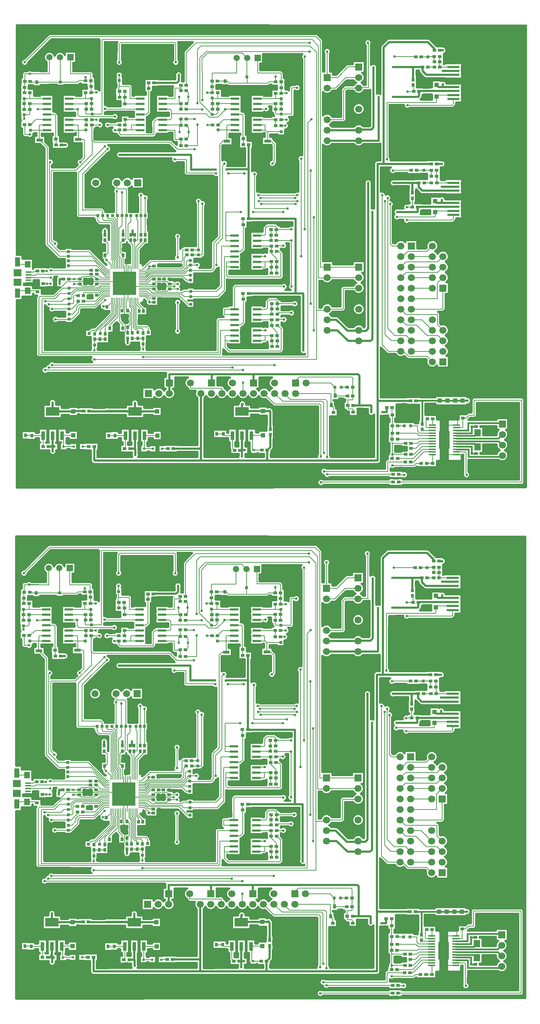
<source format=gbr>
G04 DipTrace 2.4.0.2*
%INTop.gbr*%
%MOIN*%
%ADD13C,0.02*%
%ADD14C,0.006*%
%ADD15C,0.015*%
%ADD16C,0.0197*%
%ADD18R,0.0394X0.0433*%
%ADD19R,0.0276X0.0354*%
%ADD20R,0.0354X0.0276*%
%ADD21R,0.0433X0.0394*%
%ADD23R,0.0236X0.0236*%
%ADD25R,0.063X0.0315*%
%ADD26R,0.0315X0.0315*%
%ADD27R,0.0669X0.0669*%
%ADD28C,0.0669*%
%ADD29R,0.0531X0.0157*%
%ADD30R,0.0551X0.063*%
%ADD31R,0.0512X0.0906*%
%ADD32R,0.0748X0.0709*%
%ADD34R,0.0256X0.0413*%
%ADD35R,0.0591X0.0591*%
%ADD36C,0.0591*%
%ADD37R,0.063X0.0709*%
%ADD38R,0.025X0.025*%
%ADD39R,0.0374X0.0846*%
%ADD40R,0.128X0.0846*%
%ADD41O,0.0079X0.0335*%
%ADD42O,0.0335X0.0079*%
%ADD43R,0.2244X0.2244*%
%ADD44R,0.0787X0.0236*%
%ADD45R,0.1181X0.0236*%
%ADD46R,0.4055X0.4134*%
%ADD47R,0.0709X0.0157*%
%ADD48R,0.0984X0.1654*%
%ADD49C,0.024*%
%FSLAX44Y44*%
G04*
G70*
G90*
G75*
G01*
%LNTop*%
%LPD*%
X23268Y42071D2*
D13*
X23012D1*
Y42067D1*
X22803D1*
X23012Y43469D2*
Y42067D1*
X24988Y45787D2*
X23047D1*
X23012Y45752D1*
X25689Y44059D2*
Y45713D1*
X25610Y45791D1*
X24992D1*
X24988Y45787D1*
X25610Y45791D2*
Y45815D1*
X28843Y51543D2*
Y56965D1*
X28114D1*
X23626D1*
X28114D2*
Y64043D1*
X23642D1*
X23622Y64063D1*
X23642Y71098D2*
Y68744D1*
Y64083D1*
X23622Y64063D1*
X23642Y68744D2*
X21575D1*
X21539Y68709D1*
X20516Y68728D2*
X18154D1*
X16992Y77705D2*
Y77134D1*
X16815Y76957D1*
X14654D1*
X14642Y76945D1*
X5839Y71039D2*
X6236D1*
X11382Y70126D2*
X18154D1*
Y68728D1*
X23012Y45752D2*
Y46421D1*
X23055Y46465D1*
X23016Y41484D2*
Y41971D1*
X23012Y42067D1*
X25689Y43547D2*
Y42346D1*
X25413Y42071D1*
X8959Y42425D2*
Y41091D1*
X19106D1*
Y42228D1*
Y47469D1*
X16471Y42228D2*
X19106D1*
X25413Y42071D2*
Y41091D1*
X19106D1*
X39039Y46760D2*
X35890D1*
Y69260D1*
X36480D1*
Y80323D1*
X36992Y80835D1*
X40654D1*
X41264Y80224D1*
Y80094D1*
X41295Y80063D1*
X41000Y69260D2*
X36480D1*
X25413Y41091D2*
X35890D1*
Y46760D1*
X16106Y47469D2*
Y48469D1*
Y49299D1*
X20122D1*
Y48484D1*
X20106Y48469D1*
X20122Y49299D2*
X24098D1*
Y48476D1*
X24106Y48469D1*
X33587Y46327D2*
X34177D1*
Y49161D1*
X34039Y49299D1*
X24098D1*
X36776Y46110D2*
Y45677D1*
X36343D1*
X35299D2*
Y46327D1*
X34177D1*
X12815Y62520D2*
X12614D1*
X12421D1*
X11693D2*
Y62933D1*
X9980D2*
Y62520D1*
X6024Y58327D2*
X5689D1*
X12146Y52697D2*
Y52264D1*
X12614Y62520D2*
Y62933D1*
X5669Y57894D2*
Y58327D1*
X12356Y42209D2*
X12829D1*
X12831Y43469D2*
Y42211D1*
X14935Y45752D2*
X12831D1*
X12150D1*
X8512D1*
X8469Y45795D1*
X10161Y45799D2*
X12150D1*
Y45752D1*
X12831D2*
Y46555D1*
X12858Y41622D2*
Y42179D1*
X12829Y42209D1*
X4608Y42425D2*
X4928D1*
Y42474D1*
X5111D1*
X5179Y42406D1*
X5012Y43469D2*
Y42509D1*
X4928Y42425D1*
X6971Y45752D2*
X5012D1*
X7957Y45795D2*
X7014D1*
X6971Y45752D1*
X5012D2*
Y46594D1*
Y41969D2*
Y42390D1*
X4928Y42474D1*
X43106Y75795D2*
D14*
X41654D1*
X41512Y75654D1*
Y75161D1*
X41453Y75102D1*
X36795D1*
Y69673D1*
X28626Y69752D2*
Y60500D1*
X25220D2*
X24461D1*
X24429Y60469D1*
Y59969D2*
X25189D1*
X25201Y59980D1*
Y59469D1*
X24429D1*
X25211Y59990D2*
X25781D1*
X25791Y59980D1*
Y59449D2*
Y59980D1*
Y58878D2*
Y59449D1*
X43106Y64795D2*
X41457D1*
X41354Y64693D1*
Y64299D1*
X41276Y64220D1*
X37740D1*
X29827Y64181D2*
Y53469D1*
X25240D2*
X24429D1*
Y52969D2*
X25201D1*
X25220Y52949D1*
Y52496D1*
X25201Y52476D1*
X24437D1*
X24429Y52469D1*
X25831Y52969D2*
X25215D1*
X25220Y52949D1*
X25850Y52457D2*
Y52949D1*
X25831Y52969D1*
X25870Y51925D2*
Y52437D1*
X25850Y52457D1*
X38106Y60469D2*
X38280D1*
X38764Y60953D1*
X40591D1*
X41106Y61469D1*
X39106Y60469D2*
X41106D1*
X42106D2*
X42098D1*
X41598Y59969D1*
X38606D1*
X38106Y59469D1*
X39106D2*
X41106D1*
X42106D2*
X42102D1*
X41598Y58965D1*
X38602D1*
X38106Y58469D1*
X39106D2*
X41106D1*
Y57469D2*
X39106D1*
Y56469D2*
X41579D1*
Y57941D1*
X42106Y58469D1*
X38106Y55469D2*
X38606Y54969D1*
X41559D1*
X41598Y54929D1*
Y53976D1*
X42106Y53469D1*
X39106Y55469D2*
X42039D1*
X42110Y55539D1*
Y57465D1*
X42106Y57469D1*
Y52469D2*
Y52472D1*
X41638Y52941D1*
X40614D1*
X39610Y53945D1*
X38630D1*
X38106Y54469D1*
X39106D2*
X40106D1*
X41106Y53469D1*
X13384Y57305D2*
X14163D1*
X14453Y57016D1*
X17327D1*
X17465Y57154D1*
X18134D1*
X20594D1*
X21067Y57626D1*
Y61465D1*
X22299D1*
X22303Y61469D1*
X13384Y57148D2*
X13967D1*
X14236Y56878D1*
X17287D1*
X17524Y56642D1*
X18134D1*
X20713D1*
X21323Y57252D1*
Y60461D1*
X22295D1*
X22303Y60469D1*
X10313Y57616D2*
X9683D1*
X9409Y57343D1*
X7126D1*
X6752Y56969D1*
X6555D1*
X5744D1*
X5240Y56465D1*
X4059D1*
X4000Y56406D1*
Y51327D1*
X20752D1*
Y54417D1*
X20791Y54457D1*
X22291D1*
X22303Y54469D1*
X10313Y57774D2*
X9644D1*
X9350Y57480D1*
X6575D1*
X6555Y57461D1*
X5961D1*
X5182Y56682D1*
X3843D1*
X3705Y56543D1*
Y51169D1*
X20870D1*
X20969Y51268D1*
Y53453D1*
X22287D1*
X22303Y53469D1*
Y62469D2*
X21480D1*
Y61969D1*
X22303D1*
X21480Y62469D2*
X21463Y62451D1*
Y64673D1*
X22909D1*
X24081D2*
X26953D1*
Y61484D2*
X26331D1*
X26303Y61457D1*
X22303Y59969D2*
X21547D1*
X21539Y59961D1*
Y59488D1*
X22283D1*
X22303Y59469D1*
X26303Y60945D2*
X26500D1*
X26717Y60728D1*
Y58563D1*
X26677Y58524D1*
X21697D1*
X21539Y58681D1*
Y59488D1*
X22303Y55469D2*
X21343D1*
Y54957D1*
X22291D1*
X22303Y54969D1*
Y55469D2*
Y57543D1*
X22406Y57646D1*
X26972D1*
X27012Y57606D1*
Y54476D2*
X26374D1*
X26362Y54465D1*
X22303Y52969D2*
X21402D1*
Y52437D1*
X22272D1*
X22303Y52469D1*
X26362Y53933D2*
X26402D1*
X26736Y53598D1*
Y51591D1*
X26638Y51492D1*
X21756D1*
X21402Y51846D1*
Y52437D1*
X10744Y59469D2*
Y60024D1*
X10630Y60138D1*
Y63602D1*
X10551Y63681D1*
X9508D1*
X9291Y63898D1*
Y64350D1*
X13343Y74469D2*
X10012D1*
X9984Y74496D1*
Y70933D2*
X7484Y68433D1*
Y64378D1*
X9264D1*
X9291Y64350D1*
X41285Y79449D2*
Y78971D1*
X41295Y78961D1*
X41285Y79449D2*
X40681D1*
X40665Y79433D1*
X40035D1*
X43106Y76559D2*
D13*
X42104D1*
X41709D1*
X41512Y76756D1*
X42104Y76559D2*
Y76814D1*
Y78094D2*
X43098D1*
X43106Y78087D1*
X42104Y80043D2*
X41827D1*
X41807Y80063D1*
X41000Y68669D2*
D14*
Y68098D1*
X40311Y68669D2*
X41000D1*
X40311D2*
X39622D1*
X39602Y68650D1*
X43106Y65559D2*
D13*
X42001D1*
X41531D1*
X41354Y65736D1*
X42001Y65559D2*
Y65832D1*
Y67087D2*
X43106D1*
X42004Y69260D2*
X41512D1*
X43106Y76177D2*
X39864D1*
X39833Y76146D1*
X31106Y71469D2*
X34106D1*
X39833Y76146D2*
Y75687D1*
X39780Y75634D1*
X37358D1*
X35988Y75598D2*
Y71484D1*
X36008Y71465D1*
X34110D1*
X43106Y65177D2*
X39732D1*
X39720Y65165D1*
X31106Y53469D2*
X32075D1*
X33094Y52449D1*
X34087D1*
X34106Y52469D1*
X39720Y65165D2*
Y64693D1*
X37760D1*
X35417D2*
Y52626D1*
X35240Y52449D1*
X34126D1*
X34106Y52469D1*
X43106Y77705D2*
X40524D1*
X40154Y78075D1*
Y78469D1*
X39268Y77268D2*
Y78449D1*
X40134D1*
X40154Y78469D1*
X34106Y72469D2*
X31106D1*
X39268Y78449D2*
X37358D1*
X35516Y78413D2*
Y72724D1*
X35299Y72508D1*
X34146D1*
X34106Y72469D1*
X43106Y66705D2*
X40150D1*
X39799Y67055D1*
Y67449D1*
X39819Y67469D1*
X39189D1*
X37417D1*
X37398Y67449D1*
X35004D2*
Y53610D1*
X34787Y53394D1*
X34181D1*
X34106Y53469D1*
X31106Y54469D2*
X31980D1*
X33035Y53413D1*
X34051D1*
X34106Y53469D1*
X39189Y66504D2*
Y67469D1*
X13384Y57620D2*
D14*
X12161D1*
X11848Y57933D1*
X13384Y57620D2*
X15118D1*
Y57835D1*
X15138Y57854D1*
X15118Y57620D2*
Y57402D1*
X15138Y57382D1*
Y57854D2*
X15610D1*
X15138Y57382D2*
X15610D1*
X12165Y56398D2*
Y57616D1*
X11850Y56398D2*
Y57931D1*
X11848Y57933D1*
X13642Y54783D2*
X13228D1*
X10313Y58089D2*
X8661D1*
Y58307D1*
X8681Y58327D1*
X8110D1*
Y57854D2*
X8681D1*
X8661Y58089D2*
Y57874D1*
X8681Y57854D1*
X11846Y59469D2*
Y57935D1*
X12004Y59469D2*
Y58089D1*
X11848Y57933D1*
X12161Y59469D2*
Y58246D1*
X11848Y57933D1*
X12476Y59469D2*
Y58561D1*
X11848Y57933D1*
X10313Y58089D2*
X11693D1*
X11848Y57933D1*
X12146Y54803D2*
X11909D1*
X11850D1*
X11594D1*
X13642Y54783D2*
X13976D1*
Y55802D1*
X13912Y55866D1*
X13617Y56161D1*
X11848Y57915D2*
Y57933D1*
X15157Y56496D2*
Y56122D1*
Y55945D1*
X15079Y55866D1*
X13912D1*
X12146Y54272D2*
Y54803D1*
X10453Y53130D2*
Y52736D1*
X10551Y52638D1*
X11535D1*
X11673Y52776D1*
Y53110D1*
X11654Y53130D1*
X11732D1*
X11909Y53307D1*
Y54803D1*
X11850Y56398D2*
Y54803D1*
X10177Y55177D2*
X9744D1*
X9587Y55335D1*
Y55906D1*
X10000Y56319D1*
X11697Y61110D2*
X11905D1*
X12004Y61011D1*
Y59469D1*
X8661Y58089D2*
X8406D1*
Y56772D2*
X8681D1*
X9984Y61098D2*
X9957D1*
X9744Y60886D1*
Y60039D1*
X10098Y59685D1*
X15118Y57620D2*
X16555D1*
Y58327D2*
X16122D1*
X16555Y59547D2*
X15138D1*
X2717Y57953D2*
X3524D1*
X3583Y57894D1*
Y57598D1*
X3681Y57500D1*
X4016D1*
X4094Y57421D1*
Y57343D1*
Y57106D1*
X9508Y52106D2*
X10335D1*
X10453Y52224D1*
Y52718D1*
X10551Y52638D1*
X13110Y52185D2*
X12717D1*
X12520Y51988D1*
X11870D1*
X11673Y52185D1*
Y52776D1*
X8406Y58089D2*
X6356D1*
X6201Y57933D1*
Y57913D1*
X5630Y57343D1*
X4094D1*
X13563Y59630D2*
Y61142D1*
X12146D2*
X11937D1*
X11905Y61110D1*
X43106Y76941D2*
X46433D1*
X43106Y77323D2*
X46051D1*
X46433Y76941D1*
X43106D2*
Y77323D1*
X40996D1*
X40823Y77150D1*
Y76776D1*
X40843Y76756D1*
X40291D1*
Y75654D2*
X40843D1*
X43106Y65941D2*
X46433D1*
X43106Y66323D2*
X46051D1*
X46433Y65941D1*
X43106Y66323D2*
Y65941D1*
Y66323D2*
X40799D1*
X40685Y66209D1*
Y65736D1*
X40193D1*
Y64673D2*
X40665D1*
X40685Y64693D1*
X24469Y73969D2*
X23736D1*
X23642Y73874D1*
Y71650D1*
X20689Y76571D2*
X21378D1*
X21417Y76610D1*
X5819Y71610D2*
Y73753D1*
X5841Y73776D1*
X6018Y73953D1*
X6571D1*
X6587Y73969D1*
X3516Y76512D2*
X2866D1*
X2846Y76531D1*
X20618Y44134D2*
X21228D1*
X24988Y44154D2*
Y44634D1*
Y45118D1*
X14955Y44138D2*
Y44569D1*
Y44582D1*
Y45063D1*
X14935Y45083D1*
X10329Y43961D2*
X10919D1*
X10939Y43980D1*
X6971Y44157D2*
Y44575D1*
Y45083D1*
X21417Y76610D2*
X21857D1*
X23669D1*
X25660D1*
X26102D1*
X26220Y76492D1*
X23669Y76610D2*
Y73862D1*
X23642Y73874D1*
X25433Y70094D2*
X24449D1*
X24311Y70232D1*
Y71551D1*
X24193Y71669D1*
X23661D1*
X23642Y71650D1*
X25433Y70094D2*
Y69602D1*
X21575D2*
Y70055D1*
X21555Y70075D1*
X5819Y71610D2*
X6390D1*
X6567Y71433D1*
Y70232D1*
X7413D1*
X7433Y70252D1*
Y69780D1*
X3772D2*
Y70193D1*
X8142Y76630D2*
X7593D1*
X5841D1*
X3634D1*
X3516Y76512D1*
X5841Y73776D2*
Y76630D1*
X14642Y76433D2*
Y76031D1*
Y74169D1*
X14843Y73969D1*
X15469D1*
X46500Y43720D2*
Y44311D1*
X46185D1*
X45791D1*
X45772Y44331D1*
Y41752D2*
X46185D1*
X46500D1*
Y42402D1*
X43488Y45118D2*
Y44567D1*
X43390Y44469D1*
X41815Y46102D2*
X42204D1*
X42543D1*
X43272D1*
X43980D2*
X43272D1*
X43488Y45118D2*
Y45886D1*
X43272Y46102D1*
X43390Y44469D2*
X42386D1*
X42228Y44311D1*
Y43081D1*
X42248Y43061D1*
X43390Y41654D2*
X42406D1*
X42248Y41811D1*
Y43061D1*
X41638Y40807D2*
X42169D1*
X42228Y40866D1*
Y41838D1*
X42248Y41811D1*
X38547Y42244D2*
X38075D1*
Y40413D2*
X42228D1*
Y40866D1*
X37819Y45433D2*
X38370D1*
X42209Y45500D2*
Y44311D1*
X42228D1*
X42204Y46102D2*
X42209Y45500D1*
X23642Y63492D2*
Y61185D1*
X23682Y61145D1*
X23862Y60965D1*
X24425D1*
X24429Y60969D1*
X23646Y56433D2*
Y54240D1*
Y54169D1*
X23846Y53969D1*
X24429D1*
X18106Y47469D2*
X17106D1*
X11394Y73480D2*
Y73898D1*
X11402Y73906D1*
X10949Y74949D2*
X11366D1*
X11374Y74957D1*
X10949Y74949D2*
Y78000D1*
X10988Y78039D1*
X13705D1*
Y76051D1*
X14984Y76031D2*
X14642D1*
X21857Y76610D2*
Y76271D1*
X31106Y75469D2*
Y74469D1*
X34106Y75469D2*
X33193D1*
Y73492D1*
X34083D1*
X34106Y73469D1*
X25660Y76610D2*
Y76228D1*
X46433Y76941D2*
Y74280D1*
X37071D1*
X42106Y61469D2*
X44909D1*
X44945Y61504D1*
Y64453D1*
X46433Y65941D1*
X42106Y54469D2*
X44854D1*
X44906Y54417D1*
Y61504D1*
X44945D1*
X23642Y63492D2*
X25201D1*
X25417Y63709D1*
Y68866D2*
Y69602D1*
X25433D1*
X23682Y61145D2*
Y60831D1*
X23606Y60756D1*
Y54240D2*
X23646D1*
X31106Y57469D2*
Y56469D1*
X34106D2*
X33551D1*
X33350Y56268D1*
Y54693D1*
X33587Y54457D1*
X34094D1*
X34106Y54469D1*
X2443Y44000D2*
X3014D1*
X3034Y43980D1*
Y44553D1*
X3055Y44575D1*
X6971D1*
X10939Y44569D1*
X14955D1*
X10939Y43980D2*
Y44575D1*
X21228Y44134D2*
Y44634D1*
X24988D1*
X17106Y48469D2*
Y47469D1*
X21228Y44634D2*
X21240Y44646D1*
X19465D1*
X19453Y44634D1*
X18665D2*
Y46909D1*
X18106Y47469D1*
X14955Y44582D2*
X17039D1*
X17110Y44654D1*
Y47465D1*
X32209Y45657D2*
Y46307D1*
X32248Y46346D1*
X33075Y45677D2*
X32658D1*
X32228D1*
X32209Y45657D1*
X32658Y45677D2*
Y42232D1*
X12791Y59469D2*
Y61984D1*
X12815Y62008D1*
X12791Y61984D2*
Y62028D1*
X13110D1*
Y63878D1*
X12992Y63996D1*
Y64350D1*
X12634Y59469D2*
Y61539D1*
X12421Y61752D1*
Y62008D1*
X12283D1*
X12165Y62126D1*
Y63524D1*
X12441Y63799D1*
Y64350D1*
X31697Y45657D2*
Y46150D1*
X31500Y46346D1*
X28106Y47469D2*
Y47449D1*
X31461D1*
Y46386D1*
X31500Y46346D1*
X12638Y56398D2*
Y55787D1*
X12795Y55630D1*
Y53819D1*
X12953Y53661D1*
X13465D1*
X13602Y53524D1*
Y53209D1*
X13610Y53201D1*
X10906Y56398D2*
Y55965D1*
X10787Y55846D1*
Y54980D1*
X9114Y53307D1*
Y53248D1*
X8996Y53130D1*
X12323Y56398D2*
Y55709D1*
X12520Y55512D1*
Y53268D1*
X12579Y53209D1*
X11220Y56398D2*
Y55846D1*
X11083Y55709D1*
Y54882D1*
X10020Y53819D1*
Y53130D1*
X13610Y52689D2*
X13118D1*
X13110Y52697D1*
X12579D1*
X13602Y52146D2*
Y52681D1*
X13610Y52689D1*
X31106Y73469D2*
X32638D1*
X32681Y73512D1*
Y76268D1*
X32882Y76469D1*
X34106D1*
X17713Y76709D2*
Y79823D1*
X18646Y80756D1*
X29437D1*
X34984D2*
X35024Y80717D1*
Y76543D1*
X35063Y76504D1*
X34142D1*
X34106Y76469D1*
X13602Y52146D2*
Y51646D1*
Y50913D2*
X29256D1*
Y73157D1*
X29591Y73492D1*
X10020Y52618D2*
X9508D1*
X8996D2*
X9508D1*
X8996Y52067D2*
Y52618D1*
X31106Y55469D2*
X32551D1*
X32622Y55539D1*
Y57390D1*
X32661Y57429D1*
X34067D1*
X34106Y57469D1*
X17713Y71000D2*
X18764D1*
Y73000D1*
Y75028D2*
Y80126D1*
X19106Y80469D1*
X29484D1*
X30102Y79850D1*
Y55343D1*
X30980D1*
X31106Y55469D1*
X8996Y52067D2*
Y51598D1*
X8961Y51563D1*
Y50697D2*
X30102D1*
Y55343D1*
X18283Y61094D2*
X18866D1*
X18878Y61083D1*
Y65717D1*
X24605D2*
X28285D1*
X36618D2*
Y53059D1*
X37189Y52488D1*
X38087D1*
X38106Y52469D1*
X13799Y62520D2*
Y64350D1*
X39106Y52469D2*
X41106D1*
X13799Y64350D2*
Y66031D1*
X24773D2*
X28083D1*
X36854D2*
Y53630D1*
X37543Y52941D1*
X38634D1*
X39106Y52469D1*
X11886Y72476D2*
X12496D1*
X13335D1*
X13343Y72469D1*
Y72969D2*
X12496D1*
Y72476D1*
X20197Y74465D2*
Y74976D1*
X22343Y75469D2*
X20689D1*
X20217D1*
X20177Y75508D1*
X20689Y76020D2*
Y75469D1*
X20197Y74976D2*
Y75488D1*
X20177Y75508D1*
Y76020D2*
Y76571D1*
Y77102D1*
X20157Y77122D1*
X20217Y72969D2*
X19724D1*
X19705Y76020D2*
X20177D1*
X20157Y77122D2*
Y77870D1*
X22500D1*
Y79295D1*
X22488Y79307D1*
X22343Y73469D2*
X21228D1*
X20728Y72969D1*
X8447Y42425D2*
X7856D1*
X26732Y74445D2*
Y74996D1*
Y75449D1*
X26752Y75469D1*
X24469D2*
X26220D1*
X26752D1*
X26220Y75961D2*
Y75469D1*
X26732Y75961D2*
Y76492D1*
Y77043D1*
Y73461D2*
X27244D1*
Y75980D2*
X26752D1*
X26732Y75961D1*
Y77043D2*
Y77811D1*
X26654Y77890D1*
X24488D1*
Y79307D1*
X39321Y76146D2*
Y76703D1*
X39268Y76756D1*
X43106Y75413D2*
Y74945D1*
X42988Y74827D1*
X38736D1*
Y76126D2*
X39301D1*
X39321Y76146D1*
X2315Y74425D2*
Y74976D1*
Y75429D1*
X2295Y75449D1*
X4461Y75469D2*
X2846D1*
X2315D1*
X2295Y75449D1*
X2846Y76020D2*
Y75469D1*
X2335Y76020D2*
Y76531D1*
Y77043D1*
X2374Y77083D1*
Y77811D1*
X2839D1*
X4705D1*
Y79386D1*
X2335Y72988D2*
X2366Y72957D1*
Y72055D1*
X2839D1*
X22106Y43469D2*
Y42252D1*
X22291Y42067D1*
X22106Y43469D2*
X21382D1*
X21228Y43622D1*
X20618D2*
X21228D1*
X8713Y74465D2*
Y74976D1*
X8693Y75469D2*
Y74996D1*
X8713Y74976D1*
X8693Y75469D2*
X8142D1*
X6587D1*
X8142Y76020D2*
Y75469D1*
X8634Y77142D2*
Y76650D1*
X8654Y76630D1*
Y76020D2*
Y76630D1*
X8732Y73461D2*
X9165D1*
Y76039D2*
X8673D1*
X8654Y76020D1*
X8634Y77142D2*
Y77811D1*
X6705D1*
Y79386D1*
X39209Y65165D2*
Y65972D1*
X39189Y65992D1*
X39209Y65165D2*
X38697D1*
X38677Y65146D1*
Y63906D2*
X42988D1*
X43106Y64024D1*
Y64413D1*
X17043Y75626D2*
Y75154D1*
X17220Y74976D1*
X15469Y74969D2*
X17213D1*
X17220Y74976D1*
X17201Y74445D2*
Y74957D1*
X13384Y57463D2*
X14545D1*
X14626Y57382D1*
X14862Y57146D1*
X15886D1*
X16122Y57382D1*
X10313Y57931D2*
X9270D1*
X9193Y57854D1*
X8957Y57618D1*
X7835D1*
X7598Y57854D1*
X16122Y57382D2*
X16890D1*
Y56099D2*
Y53374D1*
X7047Y57854D2*
X7598D1*
X24134Y42071D2*
X24000D1*
Y43386D1*
X23917Y43469D1*
X24988Y43484D2*
X23933D1*
X23917Y43469D1*
X24902Y42071D2*
X24134D1*
X17201Y73520D2*
Y72909D1*
X17063Y72299D2*
Y72772D1*
X17201Y72909D1*
X15469Y72969D2*
X17142D1*
X17201Y72909D1*
X10313Y56986D2*
X9856D1*
X9098Y56228D1*
X7937D1*
X2846Y72988D2*
X2945D1*
X3437Y73480D1*
X4449D1*
X4461Y73469D1*
X17909Y75626D2*
Y75154D1*
X17732Y74976D1*
X17909Y75626D2*
Y76020D1*
X17713Y76217D1*
X17201Y76709D2*
Y76453D1*
Y76217D1*
X15469Y75469D2*
X16650D1*
Y76453D1*
X17201D1*
X17929Y72299D2*
Y72693D1*
X17713Y72909D1*
X17929Y72299D2*
Y71846D1*
X17713Y71630D1*
X5307Y71610D2*
Y73835D1*
X5189Y73953D1*
X4476D1*
X4461Y73969D1*
X5327Y71039D2*
Y71551D1*
X5287Y71591D1*
X5307Y71610D1*
X23130Y63492D2*
Y61177D1*
X22917Y60965D1*
X22307D1*
X22303Y60969D1*
X23110Y64063D2*
Y63512D1*
X23130Y63492D1*
X23134Y56433D2*
Y54189D1*
X22917Y53972D1*
X22307D1*
X22303Y53969D1*
X23114Y56965D2*
Y56453D1*
X23134Y56433D1*
X13384Y59195D2*
X13545D1*
X14331Y59980D1*
X17260D1*
X17366Y60087D1*
Y61067D1*
X17402Y61102D1*
X17764D1*
X17772Y61094D1*
X2443Y43488D2*
X3014D1*
X3034Y43469D1*
X4106D2*
X3034D1*
X4106D2*
Y42435D1*
X4097Y42425D1*
X11886Y74957D2*
X13331D1*
X13343Y74969D1*
X11866Y76138D2*
Y75606D1*
X11886Y75587D1*
Y74957D2*
Y75587D1*
X26362Y55488D2*
Y55980D1*
Y56217D1*
X26224Y56354D1*
X25614D1*
X25437Y56177D1*
Y55587D1*
X25319Y55469D1*
X24429D1*
X39091Y68650D2*
X37346D1*
X37327Y68630D1*
X29551D2*
Y55972D1*
X28035D2*
X26370D1*
X26362Y55980D1*
X25850Y54996D2*
Y55488D1*
Y55980D1*
X24429Y54969D2*
X25823D1*
X25850Y54996D1*
X26382Y51925D2*
Y52437D1*
X26362Y52457D1*
Y52949D1*
X26343Y52969D1*
X25850Y53933D2*
Y53776D1*
X26343Y53283D1*
Y52969D1*
X24429Y54469D2*
X25846D1*
X25850Y54465D1*
Y53933D1*
X14130Y76433D2*
Y74150D1*
X13949Y73969D1*
X13343D1*
X14130Y76945D2*
Y76433D1*
X26283Y62500D2*
Y63031D1*
Y63248D1*
X26165Y63366D1*
X25437D1*
X25240Y63169D1*
Y62539D1*
X25181Y62480D1*
X24441D1*
X24429Y62469D1*
X26283Y63031D2*
X27713D1*
X27720Y63039D1*
X28980D2*
Y79437D1*
X37504D2*
X39520D1*
X39524Y79433D1*
X25772Y61988D2*
X24449D1*
X24429Y61969D1*
X25772Y62500D2*
Y61988D1*
Y62500D2*
Y63031D1*
X24429Y61469D2*
X25780D1*
X25791Y61457D1*
Y60945D2*
Y61457D1*
X26303Y58878D2*
Y59449D1*
Y59980D2*
Y59449D1*
X25791Y60945D2*
Y60768D1*
X26303Y60256D1*
Y59980D1*
X10329Y43449D2*
X10919D1*
X10939Y43469D1*
X11925D2*
Y42289D1*
X11845Y42209D1*
X10939Y43469D2*
X11925D1*
X43106Y67469D2*
X41531D1*
Y68079D1*
X41512Y68098D1*
Y68669D1*
X43106Y78469D2*
X41807D1*
Y78961D1*
X41797Y79449D2*
Y78971D1*
X41807Y78961D1*
X41295Y78469D2*
X40665D1*
X41020Y67469D2*
X40331D1*
X33035Y47232D2*
X31894D1*
X31874Y47252D1*
X31835Y48059D2*
Y47291D1*
X31874Y47252D1*
X29106Y48469D2*
X31425D1*
X31835Y48059D1*
X33547Y47232D2*
Y48039D1*
X33528Y48059D1*
X28106Y48469D2*
Y48681D1*
X28429Y49004D1*
X33449D1*
X33547Y48906D1*
Y48079D1*
X33528Y48059D1*
X33075Y46327D2*
Y46839D1*
X33094Y46858D1*
X33528D1*
X33547Y46878D1*
Y47232D1*
X33587Y45677D2*
Y45953D1*
X33547Y45992D1*
X33094D1*
Y46307D1*
X33075Y46327D1*
X26220Y72870D2*
Y73461D1*
X24469Y73469D2*
X26213D1*
X26220Y73461D1*
X6587Y73469D2*
X8213D1*
X8220Y73461D1*
Y72969D1*
X32425Y48059D2*
X33016D1*
X11059Y59469D2*
Y60122D1*
X10906Y60276D1*
Y63839D1*
X10689Y64055D1*
X10295D1*
X10236Y64114D1*
Y64350D1*
X10313Y58876D2*
X10120D1*
X8957Y60039D1*
X6516D1*
X10313Y58719D2*
X10081D1*
X9213Y59587D1*
X6516D1*
X10313Y56829D2*
X9939D1*
X9024Y55913D1*
X7583D1*
X7283Y55614D1*
Y55354D1*
X6909Y54980D1*
X6555D1*
X15959Y42228D2*
X15427D1*
X15408Y42209D1*
X10748Y56398D2*
Y56024D1*
X10650Y55925D1*
Y55039D1*
X9075Y53465D1*
X8760D1*
X8465Y53169D1*
X12480Y56398D2*
Y55748D1*
X12657Y55571D1*
Y53740D1*
X12874Y53524D1*
X13031D1*
X13110Y53445D1*
Y53252D1*
X13118Y53244D1*
X13384Y58722D2*
X13841D1*
X14252Y59134D1*
X17402D1*
X17697Y59429D1*
Y59961D1*
X17835Y60098D1*
X18110D1*
X13384Y58250D2*
X13900D1*
X14350Y58701D1*
X18091D1*
X18110Y58681D1*
X11535Y56398D2*
Y55768D1*
X11358Y55591D1*
Y54331D1*
X11654Y54035D1*
Y53642D1*
X11378Y56398D2*
Y55807D1*
X11220Y55650D1*
Y54724D1*
X10433Y53937D1*
Y53661D1*
X10453Y53642D1*
X10313Y57144D2*
X9821D1*
X9449Y56772D1*
X9193D1*
X13384Y56833D2*
X13837D1*
X14154Y56516D1*
X14626D1*
X14646Y56496D1*
X13110Y56398D2*
Y56004D1*
X13642Y55472D1*
Y55295D1*
X12953Y56398D2*
Y55925D1*
X13228Y55650D1*
Y55295D1*
X13384Y57935D2*
X13998D1*
X14390Y58327D1*
X14626D1*
X15138D2*
X15610D1*
X13384Y56990D2*
X13876D1*
X14134Y56732D1*
X17087D1*
X17894Y55925D1*
X18130D1*
X22343Y73969D2*
X23055D1*
X23110Y73913D1*
Y71669D1*
X23130Y71650D1*
Y71098D2*
Y71571D1*
X23110Y71591D1*
Y71630D1*
X23130Y71650D1*
X11906Y73480D2*
Y72969D1*
X11886D1*
X13343Y73469D2*
X11917D1*
X11906Y73480D1*
X11063Y56398D2*
Y55906D1*
X10945Y55787D1*
Y54921D1*
X9524Y53500D1*
Y53165D1*
X2717Y58976D2*
X3248D1*
X3366Y59094D1*
X3563D1*
X2628Y57205D2*
X1880D1*
X1663Y56988D1*
X2628Y59724D2*
X1880D1*
X1663Y59941D1*
X1654Y56949D2*
Y56978D1*
X1663Y56988D1*
X2628Y57205D2*
X3484D1*
X3583Y57106D1*
X4094Y57894D2*
X4469D1*
X4803D1*
X4449Y59094D2*
X4075D1*
X13736Y43469D2*
Y42250D1*
X13695Y42209D1*
X14541D2*
X13695D1*
X14955Y43469D2*
X13736D1*
X6990Y42425D2*
X6065D1*
X6045Y42406D1*
X6971Y43488D2*
X5937D1*
X5917Y43469D1*
X6045Y42406D2*
Y43340D1*
X5917Y43469D1*
X10313Y58561D2*
X10061D1*
X9469Y59154D1*
X9193D1*
X10313Y58404D2*
X9648D1*
X9252Y58799D1*
X9193D1*
X13106Y59469D2*
Y61197D1*
X13799Y61890D1*
Y62008D1*
X12949Y59469D2*
Y61394D1*
X13406Y61850D1*
Y62008D1*
X13384Y58093D2*
X13919D1*
X14390Y58563D1*
X17402D1*
X17756Y58209D1*
X18110D1*
X13384Y58880D2*
X13821D1*
X14213Y59272D1*
X17264D1*
X17520Y59528D1*
Y60354D1*
X17776Y60610D1*
X17201Y71000D2*
Y71630D1*
X15469Y72469D2*
X16579D1*
X16650Y72398D1*
Y71591D1*
X17161D1*
X17201Y71630D1*
X10313Y57301D2*
X9758D1*
X9492Y57035D1*
X7957D1*
X7937Y57016D1*
Y56760D1*
X43390Y44213D2*
X44000D1*
Y45118D1*
X44335D1*
X44618Y45402D1*
X45083D1*
Y46819D1*
X49591D1*
Y39043D1*
X37898D1*
X43390Y41909D2*
X44244D1*
X44295Y41858D1*
Y39791D1*
X44354Y39732D1*
X38449D2*
X37937D1*
X37898Y39772D1*
X41106Y42165D2*
X40181D1*
X39295Y41280D1*
X37799D1*
X41106Y42421D2*
X40122D1*
X39374Y41673D1*
X39079D1*
X41106Y42677D2*
X39965D1*
X39531Y42244D1*
X39059D1*
X39039Y40953D2*
X39335D1*
X40299Y41917D1*
X41098D1*
X41106Y41909D1*
Y42933D2*
X39906D1*
X39709Y42736D1*
X39079D1*
X41106Y43189D2*
X39846D1*
X39768Y43110D1*
X37799D1*
X41106Y43445D2*
X39827D1*
X39591Y43681D1*
X37819D1*
X41106Y43701D2*
X39866D1*
X39689Y43878D1*
Y44370D1*
X39039D1*
X41106Y43957D2*
X40240D1*
X40142Y44055D1*
X41146Y45059D2*
Y44508D1*
X41106Y44469D1*
Y44213D2*
X40535D1*
X40496Y44252D1*
Y44921D1*
X40634Y45059D1*
X37307Y44390D2*
Y43681D1*
X37287Y43110D2*
Y43661D1*
X37307Y43681D1*
Y45433D2*
Y44390D1*
X37287Y46110D2*
Y45433D1*
X37307D1*
X37287Y43110D2*
Y42756D1*
X37307Y42736D1*
X38567D1*
Y41673D2*
X37307D1*
Y41299D1*
X37287Y41280D1*
X37307Y41673D2*
Y42736D1*
X40043Y40807D2*
X39571D1*
X39394Y40630D1*
X37307D1*
X38449Y44370D2*
X37839D1*
X37819Y44390D1*
X40555Y40807D2*
X41126D1*
Y41634D1*
X41106Y41654D1*
X11217Y59469D2*
Y60181D1*
X11043Y60354D1*
Y63996D1*
X10689Y64350D1*
X12795Y56398D2*
Y55866D1*
X12933Y55728D1*
Y53878D1*
X13012Y53799D1*
X13937D1*
X14094Y53642D1*
Y53248D1*
X20709Y74465D2*
Y74976D1*
X22335D1*
X22343Y74969D1*
X20709Y74465D2*
Y74079D1*
X20575Y73945D1*
X20185D1*
X20177Y73953D1*
X31106Y77469D2*
X32091D1*
X33094Y78472D1*
X34102D1*
X34106Y78469D1*
X20177Y73953D2*
X19000Y75130D1*
Y79339D1*
X19591Y79929D1*
X29438D1*
X31106D2*
Y77469D1*
X24469Y74969D2*
X26193D1*
X26220Y74996D1*
X26752Y73972D2*
X26280D1*
X26220Y74031D1*
Y74445D1*
Y74996D2*
Y74445D1*
X31106Y76469D2*
X31898D1*
X32878Y77449D1*
X34087D1*
X34106Y77469D1*
X28232Y76484D2*
X27740D1*
Y73965D1*
X27732Y73972D1*
X26752D1*
X4461Y74969D2*
X2835D1*
X2827Y74976D1*
Y74425D1*
X2295Y73913D2*
X2748D1*
X2827Y73992D1*
Y74425D1*
X2295Y73913D2*
Y73551D1*
X2346Y78906D2*
X4787Y81346D1*
X30043D1*
X30457Y80933D1*
Y59457D1*
X31094D1*
X31106Y59469D1*
X34106D1*
X6587Y74969D2*
X8193D1*
X8201Y74976D1*
X8772Y73992D2*
X8220D1*
X8181Y74031D1*
Y74445D1*
X8201Y74465D1*
Y74976D1*
X31106Y58469D2*
X34106D1*
X8772Y73992D2*
X9709D1*
Y81071D1*
X29669D1*
X30280Y80461D1*
Y58413D1*
X31051D1*
X31106Y58469D1*
X11689Y59469D2*
Y60591D1*
X11697Y60598D1*
X11665D1*
X11457Y60807D1*
Y61772D1*
X11693Y62008D1*
X11870D1*
X11969Y62106D1*
Y64291D1*
X12028Y64350D1*
Y66744D1*
X11894Y66878D1*
X11146D1*
X11106Y66917D1*
Y67469D1*
X11374Y59469D2*
Y60240D1*
X11181Y60433D1*
Y64331D1*
X11161Y64350D1*
X11106Y66661D2*
Y64406D1*
X11161Y64350D1*
X11531Y59469D2*
Y60280D1*
X11319Y60492D1*
Y63130D1*
X11594Y63406D1*
Y64350D1*
Y66543D1*
X18287Y60610D2*
X18878D1*
X38106Y61469D2*
X37303D1*
X37091Y61681D1*
Y65441D1*
X28094D2*
X28075Y65461D1*
X24846D1*
X19236Y65480D2*
Y60638D1*
X19209Y60610D1*
X18878D1*
X22106Y49909D2*
X4650D1*
Y55933D2*
X6524D1*
X6555Y55965D1*
X7425Y56760D2*
X7031D1*
X6992Y56720D1*
Y56071D1*
X6894Y55972D1*
X6563D1*
X6555Y55965D1*
X26106Y50165D2*
X4945D1*
Y55480D2*
X6547D1*
X6555Y55472D1*
X7425Y56228D2*
Y56071D1*
X6835Y55480D1*
X6563D1*
X10313Y57459D2*
X9742D1*
X9488Y57205D1*
X7224D1*
X6831Y56811D1*
Y56476D1*
X6575D1*
X6555Y56457D1*
X23106Y47469D2*
Y48461D1*
X23094Y48472D1*
Y49673D2*
X4295D1*
Y56209D2*
X5890D1*
X6146Y56465D1*
X6547D1*
X6555Y56457D1*
X13406Y62520D2*
Y64350D1*
X38106Y51469D2*
X36929D1*
X36323Y52075D1*
Y66287D1*
X28257D2*
X24571D1*
X13390D2*
Y64366D1*
X13406Y64350D1*
X38106Y51469D2*
X38346D1*
X38843Y50972D1*
X40602D1*
X41106Y50469D1*
X39106Y51469D2*
X41106D1*
X43390Y42933D2*
D15*
X47394D1*
X47760Y42567D1*
X43390Y42165D2*
X44531D1*
Y41437D1*
X47630D1*
X47760Y41567D1*
X43390Y43189D2*
X47382D1*
X47760Y43567D1*
X43390Y43957D2*
X44512D1*
Y44665D1*
X47661D1*
X47760Y44567D1*
X43390Y43701D2*
X44846D1*
Y44331D1*
X45260D1*
X43390Y42421D2*
X44846D1*
Y41752D1*
X45260D1*
X43980Y46772D2*
X43252D1*
X43232Y46752D1*
X43252D1*
X43272Y46772D1*
X42543D2*
X43272D1*
X42543D2*
X41815D1*
X40142Y44567D2*
Y46772D1*
X41815D1*
X43980D2*
X44453D1*
X40142D2*
X39563D1*
X39551Y46760D1*
X43390Y42677D2*
X45122D1*
X45398Y42402D1*
X43390Y43445D2*
X45122D1*
X45398Y43720D1*
X13384Y58407D2*
D14*
X13880D1*
X14311Y58839D1*
X17559D1*
X17874Y59154D1*
X18110D1*
X20748Y72476D2*
X21555D1*
X22335D1*
X22343Y72469D1*
Y72969D2*
X21594D1*
X21555Y72929D1*
Y72476D1*
Y71413D2*
Y72476D1*
Y71413D2*
X21173D1*
X20890Y71130D1*
Y62311D1*
X20339Y61760D1*
Y59319D1*
X20142Y59122D1*
X18142D1*
X18110Y59154D1*
X13384Y58565D2*
X13860D1*
X14291Y58996D1*
X17500D1*
X17874Y59370D1*
Y59587D1*
X17933Y59646D1*
X18110D1*
X24469Y72469D2*
X25197D1*
Y72949D1*
X25177Y72969D1*
X24469D1*
X26752Y72319D2*
X25433D1*
X25392D1*
X25220Y72491D1*
X25197Y72469D1*
X25433Y71433D2*
Y72319D1*
Y71433D2*
X25783D1*
X26087Y71130D1*
Y69476D1*
X25909Y69299D1*
X21343D2*
X21165Y69122D1*
Y62213D1*
X20555Y61602D1*
Y59654D1*
X18744D2*
X18118D1*
X18110Y59646D1*
X10313Y59033D2*
X10159D1*
X8720Y60472D1*
X6516D1*
X4461Y72969D2*
X3752D1*
Y72476D1*
X3732Y72457D1*
X4449D1*
X4461Y72469D1*
X2906Y72457D2*
X3732D1*
Y71571D1*
X3772Y71531D1*
X6516Y60472D2*
X5661D1*
X4492Y61642D1*
Y70811D1*
X3772Y71531D1*
X10313Y59191D2*
X10199D1*
X8465Y60925D1*
X6516D1*
X6587Y72469D2*
X7430D1*
X7468D1*
X8173D1*
X8181Y72476D1*
X7430Y72469D2*
Y72965D1*
X7426Y72969D1*
X6587D1*
X7468Y72469D2*
Y71625D1*
X7433Y71591D1*
X7929D1*
X8035Y71484D1*
Y69811D1*
X7642Y69417D1*
X4787D2*
X4689Y69319D1*
Y61839D1*
X5594Y60933D1*
X6508D1*
X6516Y60925D1*
X20669Y77122D2*
X21417D1*
X26220Y77043D2*
X25571D1*
X25433Y76906D1*
X23504D1*
Y77496D1*
X23484Y77516D1*
X21417Y77122D2*
X21594D1*
X21811Y76906D1*
X23504D1*
X23484Y77516D2*
Y79303D1*
X23488Y79307D1*
X26732Y72870D2*
X27126D1*
X26220Y77555D2*
Y77043D1*
X17713Y74445D2*
X19209D1*
X19236Y74417D1*
Y75323D2*
Y78039D1*
X19217Y78059D1*
Y79240D1*
X19748Y79772D1*
X23024D1*
X23488Y79307D1*
X10313Y56671D2*
X9998D1*
X9024Y55697D1*
X7661D1*
X7461Y55496D1*
Y55138D1*
X6831Y54508D1*
X6555D1*
X3516Y77024D2*
X2945D1*
X2886Y77083D1*
X5740Y77024D2*
Y79350D1*
X5705Y79386D1*
X8122Y77142D2*
X7512D1*
X7374Y77004D1*
X5760D1*
X5740Y77024D1*
X8732Y72969D2*
X9520D1*
X8122Y77476D2*
Y77142D1*
X5740Y77024D2*
X3516D1*
X8732Y72969D2*
Y71496D1*
X8757Y71471D1*
X8921Y71307D1*
X16185D1*
X16854Y70638D1*
X18488D1*
Y73512D2*
X17720D1*
X17713Y73520D1*
X8757Y71471D2*
Y70178D1*
X7248Y68669D1*
X4965D1*
X4886Y68591D1*
Y62035D1*
X5240Y61681D1*
X5280Y54496D2*
X6543D1*
X6555Y54508D1*
X8681Y58799D2*
X3465D1*
X3366Y58701D1*
X2736D1*
X2717Y58720D1*
Y58465D2*
X4823D1*
Y59154D2*
X8681D1*
X11354Y76138D2*
Y75606D1*
X11374Y75587D1*
X13343Y75469D2*
X12358D1*
Y76571D1*
X12319Y76610D1*
X11315D1*
Y76177D1*
X11354Y76138D1*
X11343Y77173D2*
Y76588D1*
X11315Y76610D1*
X26362Y54996D2*
Y55106D1*
X27720D1*
Y57626D2*
Y61976D1*
X26295D1*
X26283Y61988D1*
X11343Y77173D2*
Y77690D1*
Y78902D2*
Y80638D1*
X11500Y80795D1*
X16618D1*
X16717Y80697D1*
Y78906D1*
X16618Y69673D2*
X17701D1*
X17740Y69634D1*
Y68394D1*
X20496D1*
X20535Y68354D1*
X21717D2*
X23232D1*
X24197Y68295D2*
Y65028D1*
X27346D1*
X24469Y74469D2*
X25299D1*
X25315Y74484D1*
X21398Y74465D2*
X22339D1*
X22343Y74469D1*
X6587D2*
X7390D1*
X3594Y74445D2*
X4437D1*
X4461Y74469D1*
X15469D2*
X16173D1*
X16315Y74327D1*
Y74004D1*
Y73579D1*
X16197Y73461D1*
X15476D1*
X15469Y73469D1*
X14846D1*
X14642Y73264D1*
Y72083D1*
X14563Y72004D1*
X11512D1*
X11374Y72142D1*
Y72476D1*
X7390Y74469D2*
Y73921D1*
X7563Y73748D1*
X10929D1*
Y72449D2*
X11346D1*
X11374Y72476D1*
X21398Y74465D2*
Y74374D1*
X20713Y73689D1*
X19906D1*
X19591Y74004D1*
X16315D1*
X11693Y56398D2*
Y55413D1*
X11594Y55315D1*
X12008Y56398D2*
Y55453D1*
X12146Y55315D1*
X12224D1*
X12382Y55157D1*
Y53996D1*
X12146Y53760D1*
Y53209D2*
Y53642D1*
X12126Y53661D1*
Y53740D1*
X12146Y53760D1*
X10902Y59469D2*
Y60083D1*
X10768Y60217D1*
Y63760D1*
X10650Y63878D1*
X9902D1*
X9764Y64016D1*
Y64350D1*
Y64736D1*
X9630Y64870D1*
X7917D1*
X7878Y64831D1*
Y68315D1*
X10240Y70677D1*
Y72961D2*
X11366D1*
X11374Y72969D1*
X13384Y57778D2*
X14549D1*
X14626Y57854D1*
X14862Y58091D1*
X15886D1*
X16122Y57854D1*
X10313Y58246D2*
X9274D1*
X9193Y58327D1*
X8957Y58563D1*
X7835D1*
X7598Y58327D1*
X7047D1*
X16894Y62370D2*
Y60382D1*
Y57854D2*
X16122D1*
X6535Y58327D2*
X7047D1*
X13384Y56675D2*
X13797D1*
X14350Y56122D1*
X14646D1*
X10587Y59469D2*
Y59689D1*
X10000Y60276D1*
Y60571D1*
X9984Y60587D1*
X10177Y55689D2*
X10591Y56102D1*
Y56398D1*
X10098Y55768D2*
X10177Y55689D1*
X14626Y59547D2*
X14606Y59528D1*
X14193D1*
X10138Y60118D2*
X10000Y60276D1*
X10177Y55689D2*
Y55728D1*
X9843D1*
X9984Y60587D2*
X10055D1*
X10256Y60787D1*
Y61732D1*
X9980Y62008D1*
X13384Y59037D2*
X13801D1*
X14193Y59429D1*
Y59528D1*
Y56122D2*
X14350D1*
X27106Y47469D2*
Y47394D1*
X27602Y46898D1*
X30949D1*
X31106Y46740D1*
Y41406D1*
Y39772D2*
X37386D1*
Y39043D2*
X30555D1*
X30516Y39004D1*
X30496Y41484D2*
Y46366D1*
X30398Y46465D1*
X26110D1*
X25106Y47469D1*
X21106D2*
Y47961D1*
X18134D1*
X18114Y47980D1*
Y48461D1*
X18106Y48469D1*
X38528Y40953D2*
X36874D1*
Y40067D1*
X30791D1*
Y41819D2*
X30772D1*
Y46583D1*
X30634Y46720D1*
X26854D1*
X26106Y47469D1*
X23205Y-6441D2*
D13*
X22949Y-6445D1*
X22740D1*
X22949Y-5043D2*
Y-6445D1*
X24925Y-2724D2*
X22984D1*
X22949Y-2760D1*
X25626Y-4453D2*
Y-2799D1*
X25547Y-2720D1*
X24929D1*
X24925Y-2724D1*
X25547Y-2720D2*
Y-2697D1*
X28780Y3031D2*
Y8453D1*
X28051D1*
X23563D1*
X28051D2*
Y15531D1*
X23579D1*
X23559Y15551D1*
X23579Y22587D2*
Y20233D1*
Y15571D1*
X23559Y15551D1*
X23579Y20233D2*
X21512D1*
X21476Y20197D1*
X20453Y20217D2*
X18091D1*
X16929Y29193D2*
Y28622D1*
X16752Y28445D1*
X14591D1*
X14579Y28433D1*
X5776Y22528D2*
X6173D1*
X11319Y21614D2*
X18091D1*
Y20217D1*
X22949Y-2760D2*
Y-2091D1*
X22992Y-2047D1*
X22953Y-7028D2*
Y-6541D1*
X22949Y-6445D1*
X25626Y-4965D2*
Y-6165D1*
X25350Y-6441D1*
X8896Y-6087D2*
Y-7421D1*
X19043D1*
Y-6283D1*
Y-1043D1*
X16408Y-6283D2*
X19043D1*
X25350Y-6441D2*
Y-7421D1*
X19043D1*
X38976Y-1752D2*
X35827D1*
Y20748D1*
X36417D1*
Y31811D1*
X36929Y32323D1*
X40591D1*
X41201Y31713D1*
Y31583D1*
X41232Y31551D1*
X40937Y20748D2*
X36417D1*
X25350Y-7421D2*
X35827D1*
Y-1752D1*
X16043Y-1043D2*
Y-43D1*
Y787D1*
X20059D1*
Y-28D1*
X20043Y-43D1*
X20059Y787D2*
X24035D1*
Y-35D1*
X24043Y-43D1*
X33524Y-2185D2*
X34114D1*
Y650D1*
X33976Y787D1*
X24035D1*
X36713Y-2402D2*
Y-2835D1*
X36280D1*
X35236D2*
Y-2185D1*
X34114D1*
X12752Y14008D2*
X12551D1*
X12358D1*
X11630D2*
Y14421D1*
X9917D2*
Y14008D1*
X5961Y9815D2*
X5626D1*
X12083Y4185D2*
Y3752D1*
X12551Y14008D2*
Y14421D1*
X5606Y9382D2*
X5626Y9815D1*
X12293Y-6303D2*
X12766D1*
X12768Y-5043D2*
Y-6301D1*
X14872Y-2760D2*
X12768D1*
X12087D1*
X8449D1*
X8406Y-2717D1*
X10098Y-2713D2*
X12087D1*
Y-2760D1*
X12768D2*
Y-1957D1*
X12795Y-6890D2*
Y-6333D1*
X12766Y-6303D1*
X4545Y-6087D2*
X4865D1*
Y-6038D1*
Y-5855D1*
X5116Y-6106D1*
X4949Y-5043D2*
Y-6003D1*
X4865Y-6087D1*
X6908Y-2760D2*
X4949D1*
X7894Y-2717D2*
X6951D1*
X6908Y-2760D1*
X4949D2*
X4941Y-1917D1*
X4961Y-6555D2*
Y-6133D1*
X4865Y-6038D1*
X43043Y27283D2*
D14*
X41591D1*
X41449Y27142D1*
Y26650D1*
X41390Y26591D1*
X36732D1*
Y21161D1*
X28563Y21240D2*
Y11988D1*
X25157D2*
X24398D1*
X24366Y11957D1*
Y11457D2*
X25126D1*
X25138Y11469D1*
Y10957D1*
X24366D1*
X25148Y11478D2*
X25718D1*
X25728Y11469D1*
Y10937D2*
Y11469D1*
Y10366D2*
Y10937D1*
X43043Y16283D2*
X41394D1*
X41291Y16181D1*
Y15787D1*
X41213Y15709D1*
X37677D1*
X29764Y15669D2*
Y4957D1*
X25177D2*
X24366D1*
Y4457D2*
X25138D1*
X25157Y4437D1*
Y3984D1*
X25138Y3965D1*
X24374D1*
X24366Y3957D1*
X25768Y4457D2*
X25152D1*
X25157Y4437D1*
X25787Y3945D2*
Y4437D1*
X25768Y4457D1*
X25807Y3413D2*
Y3925D1*
X25787Y3945D1*
X38043Y11957D2*
X38217D1*
X38701Y12441D1*
X40528D1*
X41043Y12957D1*
X39043Y11957D2*
X41043D1*
X42043D2*
X42035D1*
X41535Y11457D1*
X38543D1*
X38043Y10957D1*
X39043D2*
X41043D1*
X42043D2*
X42039D1*
X41535Y10453D1*
X38539D1*
X38043Y9957D1*
X39043D2*
X41043D1*
Y8957D2*
X39043D1*
Y7957D2*
X41516D1*
Y9429D1*
X42043Y9957D1*
X38043Y6957D2*
X38543Y6457D1*
X41496D1*
X41535Y6417D1*
Y5465D1*
X42043Y4957D1*
X39043Y6957D2*
X41976D1*
X42047Y7028D1*
Y8953D1*
X42043Y8957D1*
Y3957D2*
Y3961D1*
X41575Y4429D1*
X40551D1*
X39547Y5433D1*
X38567D1*
X38043Y5957D1*
X39043D2*
X40043D1*
X41043Y4957D1*
X13321Y8793D2*
X14100D1*
X14390Y8504D1*
X17264D1*
X17402Y8642D1*
X18071D1*
X20531D1*
X21004Y9114D1*
Y12953D1*
X22236D1*
X22240Y12957D1*
X13321Y8636D2*
X13904D1*
X14173Y8366D1*
X17224D1*
X17461Y8130D1*
X18071D1*
X20650D1*
X21260Y8740D1*
Y11949D1*
X22232D1*
X22240Y11957D1*
X10250Y9104D2*
X9620D1*
X9346Y8831D1*
X7063D1*
X6689Y8457D1*
X6492D1*
X5681D1*
X5177Y7953D1*
X3996D1*
X3937Y7894D1*
Y2815D1*
X20689D1*
Y5906D1*
X20728Y5945D1*
X22228D1*
X22240Y5957D1*
X10250Y9262D2*
X9581D1*
X9287Y8969D1*
X6512D1*
X6492Y8949D1*
X5898D1*
X5119Y8170D1*
X3780D1*
X3642Y8031D1*
Y2657D1*
X20807D1*
X20906Y2756D1*
Y4941D1*
X22224D1*
X22240Y4957D1*
Y13957D2*
X21417D1*
Y13457D1*
X22240D1*
X21417Y13957D2*
X21400Y13939D1*
Y16161D1*
X22846D1*
X24018D2*
X26890D1*
Y12972D2*
X26268D1*
X26240Y12945D1*
X22240Y11457D2*
X21484D1*
X21476Y11449D1*
Y10976D1*
X22220D1*
X22240Y10957D1*
X26240Y12433D2*
X26437D1*
X26654Y12217D1*
Y10051D1*
X26614Y10012D1*
X21634D1*
X21476Y10169D1*
Y10976D1*
X22240Y6957D2*
X21280D1*
Y6445D1*
X22228D1*
X22240Y6457D1*
Y6957D2*
Y9031D1*
X22343Y9134D1*
X26909D1*
X26949Y9094D1*
Y5965D2*
X26311D1*
X26299Y5953D1*
X22240Y4457D2*
X21339D1*
Y3925D1*
X22209D1*
X22240Y3957D1*
X26299Y5421D2*
X26339D1*
X26673Y5087D1*
Y3079D1*
X26575Y2980D1*
X21693D1*
X21339Y3335D1*
Y3925D1*
X10681Y10957D2*
Y11512D1*
X10567Y11626D1*
Y15091D1*
X10488Y15169D1*
X9445D1*
X9228Y15386D1*
Y15839D1*
X13280Y25957D2*
X9949D1*
X9921Y25984D1*
Y22421D2*
X7421Y19921D1*
Y15866D1*
X9201D1*
X9228Y15839D1*
X41222Y30937D2*
Y30459D1*
X41232Y30449D1*
X41222Y30937D2*
X40618D1*
X40602Y30921D1*
X39972D1*
X43043Y28047D2*
D13*
X42041D1*
X41646D1*
X41449Y28244D1*
X42041Y28047D2*
Y28302D1*
Y29583D2*
X43035D1*
X43043Y29575D1*
X42041Y31531D2*
X41764D1*
X41744Y31551D1*
X40937Y20157D2*
D14*
Y19587D1*
X40248Y20157D2*
X40937D1*
X40248D2*
X39559D1*
X39539Y20138D1*
X43043Y17047D2*
D13*
X41938D1*
X41469D1*
X41291Y17224D1*
X41938Y17047D2*
Y17320D1*
Y18575D2*
X43043D1*
X41941Y20748D2*
X41449D1*
X43043Y27665D2*
X39801D1*
X39770Y27634D1*
X31043Y22957D2*
X34043D1*
X39770Y27634D2*
Y27175D1*
X39717Y27122D1*
X37295D1*
X35925Y27087D2*
Y22972D1*
X35945Y22953D1*
X34047D1*
X34043Y22957D1*
X43043Y16665D2*
X39669D1*
X39657Y16654D1*
X31043Y4957D2*
X32012D1*
X33031Y3937D1*
X34024D1*
X34043Y3957D1*
X39657Y16654D2*
Y16181D1*
X37697D1*
X35354D2*
Y4114D1*
X35177Y3937D1*
X34063D1*
X34043Y3957D1*
X43043Y29193D2*
X40461D1*
X40091Y29563D1*
Y29957D1*
X39205Y28756D2*
Y29937D1*
X40071D1*
X40091Y29957D1*
X34043Y23957D2*
X31043D1*
X39205Y29937D2*
X37295D1*
X35453Y29902D2*
Y24213D1*
X35236Y23996D1*
X34083D1*
X34043Y23957D1*
X43043Y18193D2*
X40087D1*
X39736Y18543D1*
Y18937D1*
X39756Y18957D1*
X39126D1*
X37354D1*
X37335Y18937D1*
X34941D2*
Y5098D1*
X34724Y4882D1*
X34118D1*
X34043Y4957D1*
X31043Y5957D2*
X31917D1*
X32972Y4902D1*
X33988D1*
X34043Y4957D1*
X39126Y17992D2*
Y18957D1*
X13321Y9108D2*
D14*
X12098D1*
X11785Y9421D1*
X13321Y9108D2*
X15055D1*
Y9323D1*
X15075Y9343D1*
X15055Y9108D2*
Y8890D1*
X15075Y8870D1*
Y9343D2*
X15547D1*
X15075Y8870D2*
X15547D1*
X12102Y7886D2*
Y9104D1*
X11787Y7886D2*
Y9419D1*
X11785Y9421D1*
X13579Y6272D2*
X13165D1*
X10250Y9577D2*
X8598D1*
Y9795D1*
X8618Y9815D1*
X8047D1*
Y9343D2*
X8618D1*
X8598Y9577D2*
Y9362D1*
X8618Y9343D1*
X11783Y10957D2*
Y9423D1*
X11941Y10957D2*
Y9577D1*
X11785Y9421D1*
X12098Y10957D2*
Y9734D1*
X11785Y9421D1*
X12413Y10957D2*
Y10049D1*
X11785Y9421D1*
X10250Y9577D2*
X11630D1*
X11785Y9421D1*
X12083Y6291D2*
X11846D1*
X11787D1*
X11531D1*
X13579Y6272D2*
X13913D1*
Y7290D1*
X13849Y7354D1*
X13554Y7650D1*
X11785Y9404D2*
Y9421D1*
X15094Y7984D2*
Y7610D1*
Y7433D1*
X15016Y7354D1*
X13849D1*
X12083Y5760D2*
Y6291D1*
X10390Y4618D2*
Y4224D1*
X10488Y4126D1*
X11472D1*
X11610Y4264D1*
Y4598D1*
X11591Y4618D1*
X11669D1*
X11846Y4795D1*
Y6291D1*
X11787Y7886D2*
Y6291D1*
X10114Y6665D2*
X9681D1*
X9524Y6823D1*
Y7394D1*
X9937Y7807D1*
X11634Y12598D2*
X11842D1*
X11941Y12500D1*
Y10957D1*
X8598Y9577D2*
X8343D1*
Y8260D2*
X8618D1*
X9921Y12587D2*
X9894D1*
X9681Y12374D1*
Y11528D1*
X10035Y11173D1*
X15055Y9108D2*
X16492D1*
Y9815D2*
X16059D1*
X16492Y11035D2*
X15075D1*
X2654Y9441D2*
X3461D1*
X3520Y9382D1*
Y9087D1*
X3618Y8988D1*
X3953D1*
X4031Y8909D1*
Y8831D1*
Y8594D1*
X9445Y3594D2*
X10272D1*
X10390Y3713D1*
Y4206D1*
X10488Y4126D1*
X13047Y3673D2*
X12654D1*
X12457Y3476D1*
X11807D1*
X11610Y3673D1*
Y4264D1*
X8343Y9577D2*
X6293D1*
X6138Y9421D1*
Y9402D1*
X5567Y8831D1*
X4031D1*
X13500Y11118D2*
Y12630D1*
X12083D2*
X11874D1*
X11842Y12598D1*
X43043Y28429D2*
X46370D1*
X43043Y28811D2*
X45988D1*
X46370Y28429D1*
X43043D2*
Y28811D1*
X40933D1*
X40760Y28638D1*
Y28264D1*
X40780Y28244D1*
X40228D1*
Y27142D2*
X40780D1*
X43043Y17429D2*
X46370D1*
X43043Y17811D2*
X45988D1*
X46370Y17429D1*
X43043Y17811D2*
Y17429D1*
Y17811D2*
X40736D1*
X40622Y17697D1*
Y17224D1*
X40130D1*
Y16161D2*
X40602D1*
X40622Y16181D1*
X24406Y25457D2*
X23673D1*
X23579Y25362D1*
Y23138D1*
X20626Y28059D2*
X21315D1*
X21354Y28098D1*
X5756Y23098D2*
Y25242D1*
X5778Y25264D1*
X5955Y25441D1*
X6508D1*
X6524Y25457D1*
X3453Y28000D2*
X2803D1*
X2783Y28020D1*
X20555Y-4378D2*
X21165D1*
X24925Y-4358D2*
Y-3878D1*
Y-3394D1*
X14892Y-4374D2*
Y-3942D1*
Y-3929D1*
Y-3449D1*
X14872Y-3429D1*
X10266Y-4551D2*
X10856D1*
X10876Y-4531D1*
X6908Y-4354D2*
Y-3937D1*
Y-3429D1*
X21354Y28098D2*
X21794D1*
X23606D1*
X25597D1*
X26039D1*
X26157Y27980D1*
X23606Y28098D2*
Y25350D1*
X23579Y25362D1*
X25370Y21583D2*
X24386D1*
X24248Y21720D1*
Y23039D1*
X24130Y23157D1*
X23598D1*
X23579Y23138D1*
X25370Y21583D2*
Y21091D1*
X21512D2*
Y21543D1*
X21492Y21563D1*
X5756Y23098D2*
X6327D1*
X6504Y22921D1*
Y21720D1*
X7350D1*
X7370Y21740D1*
Y21268D1*
X3709D2*
Y21681D1*
X8079Y28118D2*
X7530D1*
X5778D1*
X3571D1*
X3453Y28000D1*
X5778Y25264D2*
Y28118D1*
X14579Y27921D2*
Y27520D1*
Y25658D1*
X14780Y25457D1*
X15406D1*
X46437Y-4791D2*
Y-4201D1*
X46122D1*
X45728D1*
X45709Y-4181D1*
Y-6760D2*
X46122D1*
X46437D1*
Y-6110D1*
X43425Y-3394D2*
Y-3945D1*
X43327Y-4043D1*
X41752Y-2409D2*
X42141D1*
X42480D1*
X43209D1*
X43917D2*
X43209D1*
X43425Y-3394D2*
Y-2626D1*
X43209Y-2409D1*
X43327Y-4043D2*
X42323D1*
X42165Y-4201D1*
Y-5431D1*
X42185Y-5451D1*
X43327Y-6858D2*
X42343D1*
X42185Y-6701D1*
Y-5451D1*
X41575Y-7705D2*
X42106D1*
X42165Y-7646D1*
Y-6674D1*
X42185Y-6701D1*
X38484Y-6268D2*
X38012D1*
Y-8098D2*
X42165D1*
Y-7646D1*
X37756Y-3079D2*
X38307D1*
X42146Y-3012D2*
Y-4201D1*
X42165D1*
X42141Y-2409D2*
X42146Y-3012D1*
X23579Y14980D2*
Y12673D1*
X23619Y12633D1*
X23799Y12453D1*
X24362D1*
X24366Y12457D1*
X23583Y7921D2*
Y5728D1*
Y5657D1*
X23783Y5457D1*
X24366D1*
X18043Y-1043D2*
X17043D1*
X11331Y24969D2*
Y25386D1*
X11339Y25394D1*
X10886Y26437D2*
X11303D1*
X11311Y26445D1*
X10886Y26437D2*
Y29488D1*
X10925Y29528D1*
X13642D1*
Y27539D1*
X14921Y27520D2*
X14579D1*
X21794Y28098D2*
Y27759D1*
X31043Y26957D2*
Y25957D1*
X34043Y26957D2*
X33130D1*
Y24980D1*
X34020D1*
X34043Y24957D1*
X25597Y28098D2*
Y27717D1*
X46370Y28429D2*
Y25768D1*
X37008D1*
X42043Y12957D2*
X44846D1*
X44882Y12992D1*
Y15941D1*
X46370Y17429D1*
X42043Y5957D2*
X44791D1*
X44843Y5906D1*
Y12992D1*
X44882D1*
X23579Y14980D2*
X25138D1*
X25354Y15197D1*
Y20354D2*
Y21091D1*
X25370D1*
X23619Y12633D2*
Y12319D1*
X23543Y12244D1*
Y5728D2*
X23583D1*
X31043Y8957D2*
Y7957D1*
X34043D2*
X33488D1*
X33287Y7756D1*
Y6181D1*
X33524Y5945D1*
X34031D1*
X34043Y5957D1*
X2380Y-4512D2*
X2951D1*
X2971Y-4531D1*
Y-3959D1*
X2992Y-3937D1*
X6908D1*
X10876Y-3942D1*
X14892D1*
X10876Y-4531D2*
Y-3942D1*
X21165Y-4378D2*
Y-3878D1*
X24925D1*
X17043Y-43D2*
Y-1043D1*
X21165Y-3878D2*
X21177Y-3866D1*
X19402D1*
X19390Y-3878D1*
X18602D2*
Y-1602D1*
X18043Y-1043D1*
X14892Y-3929D2*
X16976D1*
X17047Y-3858D1*
Y-1047D1*
X17043Y-1043D1*
X32146Y-2854D2*
Y-2205D1*
X32185Y-2165D1*
X33012Y-2835D2*
X32595D1*
X32165D1*
X32146Y-2854D1*
X32595Y-2835D2*
Y-6280D1*
X12728Y10957D2*
Y13472D1*
X12752Y13496D1*
X12728Y13472D2*
Y13516D1*
X13047D1*
Y15366D1*
X12929Y15484D1*
Y15839D1*
X12571Y10957D2*
Y13028D1*
X12358Y13240D1*
Y13496D1*
X12220D1*
X12102Y13614D1*
Y15012D1*
X12378Y15287D1*
Y15839D1*
X31634Y-2854D2*
Y-2362D1*
X31437Y-2165D1*
X28043Y-1043D2*
Y-1063D1*
X31398D1*
Y-2205D1*
X31437Y-2165D1*
X12575Y7886D2*
Y7276D1*
X12732Y7118D1*
Y5307D1*
X12890Y5150D1*
X13402D1*
X13539Y5012D1*
Y4697D1*
X13547Y4689D1*
X10843Y7886D2*
Y7453D1*
X10724Y7335D1*
Y6469D1*
X9051Y4795D1*
Y4736D1*
X8933Y4618D1*
X12260Y7886D2*
Y7197D1*
X12457Y7000D1*
Y4756D1*
X12516Y4697D1*
X11157Y7886D2*
Y7335D1*
X11020Y7197D1*
Y6370D1*
X9957Y5307D1*
Y4618D1*
X13547Y4177D2*
X13055D1*
X13047Y4185D1*
X12516D1*
X13539Y3634D2*
Y4169D1*
X13547Y4177D1*
X31043Y24957D2*
X32575D1*
X32618Y25000D1*
Y27756D1*
X32819Y27957D1*
X34043D1*
X17650Y28197D2*
Y31311D1*
X18583Y32244D1*
X29374D1*
X34921D2*
X34961Y32205D1*
Y28031D1*
X35000Y27992D1*
X34079D1*
X34043Y27957D1*
X13539Y3634D2*
Y3134D1*
Y2402D2*
X29193D1*
Y24646D1*
X29528Y24980D1*
X9957Y4106D2*
X9445D1*
X8933D2*
X9445D1*
X8933Y3555D2*
Y4106D1*
X31043Y6957D2*
X32488D1*
X32559Y7028D1*
Y8878D1*
X32598Y8917D1*
X34004D1*
X34043Y8957D1*
X17650Y22488D2*
X18701D1*
Y24488D1*
Y26516D2*
Y31614D1*
X19043Y31957D1*
X29421D1*
X30039Y31339D1*
Y6831D1*
X30917D1*
X31043Y6957D1*
X8933Y3555D2*
Y3087D1*
X8898Y3051D1*
Y2185D2*
X30039D1*
Y6831D1*
X18220Y12583D2*
X18803D1*
X18815Y12571D1*
Y17205D1*
X24542D2*
X28222D1*
X36555D2*
Y4547D1*
X37126Y3976D1*
X38024D1*
X38043Y3957D1*
X13736Y14008D2*
Y15839D1*
X39043Y3957D2*
X41043D1*
X13736Y15839D2*
Y17520D1*
X24710D2*
X28020D1*
X36791D2*
Y5118D1*
X37480Y4429D1*
X38571D1*
X39043Y3957D1*
X11823Y23965D2*
X12433D1*
X13272D1*
X13280Y23957D1*
Y24457D2*
X12433D1*
Y23965D1*
X20134Y25953D2*
Y26465D1*
X22280Y26957D2*
X20626D1*
X20154D1*
X20114Y26996D1*
X20626Y27508D2*
Y26957D1*
X20134Y26465D2*
Y26976D1*
X20114Y26996D1*
Y27508D2*
Y28059D1*
Y28591D1*
X20094Y28610D1*
X20154Y24457D2*
X19661D1*
X19642Y27508D2*
X20114D1*
X20094Y28610D2*
Y29358D1*
X22437D1*
Y30783D1*
X22425Y30795D1*
X22280Y24957D2*
X21165D1*
X20665Y24457D1*
X8384Y-6087D2*
X7793D1*
X26669Y25933D2*
Y26484D1*
Y26937D1*
X26689Y26957D1*
X24406D2*
X26157D1*
X26689D1*
X26157Y27449D2*
Y26957D1*
X26669Y27449D2*
Y27980D1*
Y28531D1*
Y24949D2*
X27181D1*
Y27469D2*
X26689D1*
X26669Y27449D1*
Y28531D2*
Y29299D1*
X26591Y29378D1*
X24425D1*
Y30795D1*
X39258Y27634D2*
Y28191D1*
X39205Y28244D1*
X43043Y26902D2*
Y26433D1*
X42925Y26315D1*
X38673D1*
Y27614D2*
X39238D1*
X39258Y27634D1*
X2252Y25913D2*
Y26465D1*
Y26917D1*
X2232Y26937D1*
X4398Y26957D2*
X2783D1*
X2252D1*
X2232Y26937D1*
X2783Y27508D2*
Y26957D1*
X2272Y27508D2*
Y28020D1*
Y28531D1*
X2311Y28571D1*
Y29299D1*
X4642D1*
Y30874D1*
X2272Y24476D2*
X2303Y24445D1*
Y23543D1*
X2776D1*
Y29311D2*
X4642Y29299D1*
X22043Y-5043D2*
Y-6260D1*
X22228Y-6445D1*
X22043Y-5043D2*
X21319D1*
X21165Y-4890D1*
X20555D2*
X21165D1*
X8650Y25953D2*
Y26465D1*
X8630Y26957D2*
Y26484D1*
X8650Y26465D1*
X8630Y26957D2*
X8079D1*
X6524D1*
X8079Y27508D2*
Y26957D1*
X8571Y28630D2*
Y28138D1*
X8591Y28118D1*
Y27508D2*
Y28118D1*
X8669Y24949D2*
X9102D1*
Y27528D2*
X8610D1*
X8591Y27508D1*
X8571Y28630D2*
Y29299D1*
X6642D1*
Y30874D1*
X39146Y16654D2*
Y17461D1*
X39126Y17480D1*
X39146Y16654D2*
X38634D1*
X38614Y16634D1*
Y15394D2*
X42925D1*
X43043Y15512D1*
Y15902D1*
X16980Y27114D2*
Y26642D1*
X17157Y26465D1*
X15406Y26457D2*
X17150D1*
X17157Y26465D1*
X17138Y25933D2*
Y26445D1*
X13321Y8951D2*
X14482D1*
X14563Y8870D1*
X14799Y8634D1*
X15823D1*
X16059Y8870D1*
X10250Y9419D2*
X9207D1*
X9130Y9343D1*
X8894Y9106D1*
X7772D1*
X7535Y9343D1*
X16059Y8870D2*
X16827D1*
Y7587D2*
Y4862D1*
X6984Y9343D2*
X7535D1*
X24071Y-6441D2*
X23937D1*
Y-5126D1*
X23854Y-5043D1*
X24925Y-5028D2*
X23870D1*
X23854Y-5043D1*
X24839Y-6441D2*
X24071D1*
X17138Y25008D2*
Y24398D1*
X17000Y23787D2*
Y24260D1*
X17138Y24398D1*
X15406Y24457D2*
X17079D1*
X17138Y24398D1*
X10250Y8474D2*
X9793D1*
X9035Y7717D1*
X7874D1*
X2783Y24476D2*
X2882D1*
X3374Y24969D1*
X4386D1*
X4398Y24957D1*
X17846Y27114D2*
Y26642D1*
X17669Y26465D1*
X17846Y27114D2*
Y27508D1*
X17650Y27705D1*
X17138Y28197D2*
Y27941D1*
Y27705D1*
X15406Y26957D2*
X16587D1*
Y27941D1*
X17138D1*
X17866Y23787D2*
Y24181D1*
X17650Y24398D1*
X17866Y23787D2*
Y23335D1*
X17650Y23118D1*
X5244Y23098D2*
Y25323D1*
X5126Y25441D1*
X4413D1*
X4398Y25457D1*
X5264Y22528D2*
Y23039D1*
X5224Y23079D1*
X5244Y23098D1*
X23067Y14980D2*
Y12665D1*
X22854Y12453D1*
X22244D1*
X22240Y12457D1*
X23047Y15551D2*
Y15000D1*
X23067Y14980D1*
X23071Y7921D2*
Y5677D1*
X22854Y5461D1*
X22244D1*
X22240Y5457D1*
X23051Y8453D2*
Y7941D1*
X23071Y7921D1*
X13321Y10683D2*
X13482D1*
X14268Y11469D1*
X17197D1*
X17303Y11575D1*
Y12555D1*
X17339Y12591D1*
X17701D1*
X17709Y12583D1*
X2380Y-5024D2*
X2951D1*
X2971Y-5043D1*
X4043D2*
X2971D1*
X4043D2*
Y-6077D1*
X4034Y-6087D1*
X11823Y26445D2*
X13268D1*
X13280Y26457D1*
X11803Y27626D2*
Y27094D1*
X11823Y27075D1*
Y26445D2*
Y27075D1*
X26299Y6976D2*
Y7469D1*
Y7705D1*
X26161Y7843D1*
X25551D1*
X25374Y7665D1*
Y7075D1*
X25256Y6957D1*
X24366D1*
X39028Y20138D2*
X37283D1*
X37264Y20118D1*
X29488D2*
Y7461D1*
X27972D2*
X26307D1*
X26299Y7469D1*
X25787Y6484D2*
Y6976D1*
Y7469D1*
X24366Y6457D2*
X25760D1*
X25787Y6484D1*
X26319Y3413D2*
Y3925D1*
X26299Y3945D1*
Y4437D1*
X26280Y4457D1*
X25787Y5421D2*
Y5264D1*
X26280Y4772D1*
Y4457D1*
X24366Y5957D2*
X25783D1*
X25787Y5953D1*
Y5421D1*
X14067Y27921D2*
Y25638D1*
X13886Y25457D1*
X13280D1*
X14067Y28433D2*
Y27921D1*
X26220Y13988D2*
Y14520D1*
Y14736D1*
X26102Y14854D1*
X25374D1*
X25177Y14657D1*
Y14028D1*
X25118Y13969D1*
X24378D1*
X24366Y13957D1*
X26220Y14520D2*
X27665D1*
X27657Y14528D1*
X28917D2*
Y30925D1*
X37441D2*
X39457D1*
X39461Y30921D1*
X25709Y13476D2*
X24386D1*
X24366Y13457D1*
X25709Y13988D2*
Y13476D1*
Y13988D2*
Y14520D1*
X24366Y12957D2*
X25717D1*
X25728Y12945D1*
Y12433D2*
Y12945D1*
X26240Y10366D2*
Y10937D1*
Y11469D2*
Y10937D1*
X25728Y12433D2*
Y12256D1*
X26240Y11744D1*
Y11469D1*
X10266Y-5063D2*
X10856D1*
X10876Y-5043D1*
X11862D2*
Y-6223D1*
X11782Y-6303D1*
X10876Y-5043D2*
X11862D1*
X43043Y18957D2*
X41469D1*
Y19567D1*
X41449Y19587D1*
Y20157D1*
X43043Y29957D2*
X41744D1*
Y30449D1*
X41734Y30937D2*
Y30459D1*
X41744Y30449D1*
X41232Y29957D2*
X40602D1*
X40957Y18957D2*
X40268D1*
X32972Y-1280D2*
X31831D1*
X31811Y-1260D1*
X31772Y-453D2*
Y-1220D1*
X31811Y-1260D1*
X29043Y-43D2*
X31362D1*
X31772Y-453D1*
X33484Y-1280D2*
Y-472D1*
X33465Y-453D1*
X28043Y-43D2*
Y169D1*
X28366Y492D1*
X33386D1*
X33484Y394D1*
Y-433D1*
X33465Y-453D1*
X33012Y-2185D2*
Y-1673D1*
X33031Y-1654D1*
X33465D1*
X33484Y-1634D1*
Y-1280D1*
X33524Y-2835D2*
Y-2559D1*
X33484Y-2520D1*
X33031D1*
Y-2205D1*
X33012Y-2185D1*
X26157Y24358D2*
Y24949D1*
X24406Y24957D2*
X26150D1*
X26157Y24949D1*
X6524Y24957D2*
X8150D1*
X8157Y24949D1*
Y24457D1*
X32362Y-453D2*
X32953D1*
X10996Y10957D2*
Y11610D1*
X10843Y11764D1*
Y15327D1*
X10626Y15543D1*
X10232D1*
X10173Y15602D1*
Y15839D1*
X10250Y10364D2*
X10057D1*
X8894Y11528D1*
X6453D1*
X10250Y10207D2*
X10018D1*
X9150Y11075D1*
X6453D1*
X10250Y8317D2*
X9876D1*
X8961Y7402D1*
X7520D1*
X7220Y7102D1*
Y6843D1*
X6846Y6469D1*
X6492D1*
X15896Y-6283D2*
X15364D1*
X15345Y-6303D1*
X10685Y7886D2*
Y7512D1*
X10587Y7413D1*
Y6528D1*
X9012Y4953D1*
X8697D1*
X8402Y4657D1*
X12417Y7886D2*
Y7236D1*
X12594Y7059D1*
Y5228D1*
X12811Y5012D1*
X12969D1*
X13047Y4933D1*
Y4740D1*
X13055Y4732D1*
X13321Y10211D2*
X13778D1*
X14189Y10622D1*
X17339D1*
X17634Y10917D1*
Y11449D1*
X17772Y11587D1*
X18047D1*
X13321Y9738D2*
X13837D1*
X14287Y10189D1*
X18028D1*
X18047Y10169D1*
X11472Y7886D2*
Y7256D1*
X11295Y7079D1*
Y5819D1*
X11591Y5524D1*
Y5130D1*
X11315Y7886D2*
Y7295D1*
X11157Y7138D1*
Y6213D1*
X10370Y5425D1*
Y5150D1*
X10390Y5130D1*
X10250Y8632D2*
X9758D1*
X9386Y8260D1*
X9130D1*
X13321Y8321D2*
X13774D1*
X14091Y8004D1*
X14563D1*
X14583Y7984D1*
X13047Y7886D2*
Y7492D1*
X13579Y6961D1*
Y6783D1*
X12890Y7886D2*
Y7413D1*
X13165Y7138D1*
Y6783D1*
X13321Y9423D2*
X13935D1*
X14327Y9815D1*
X14563D1*
X15075D2*
X15547D1*
X13321Y8478D2*
X13813D1*
X14071Y8220D1*
X17024D1*
X17831Y7413D1*
X18067D1*
X22280Y25457D2*
X22992D1*
X23047Y25402D1*
Y23157D1*
X23067Y23138D1*
Y22587D2*
Y23059D1*
X23047Y23079D1*
Y23118D1*
X23067Y23138D1*
X11843Y24969D2*
Y24457D1*
X11823D1*
X13280Y24957D2*
X11854D1*
X11843Y24969D1*
X11000Y7886D2*
Y7394D1*
X10882Y7276D1*
Y6409D1*
X9461Y4988D1*
Y4654D1*
X2654Y10465D2*
X3185D1*
X3303Y10583D1*
X3500D1*
X2565Y8693D2*
X1817D1*
X1600Y8476D1*
X2565Y11213D2*
X1817D1*
X1600Y11429D1*
X1591Y8437D2*
Y8467D1*
X1600Y8476D1*
X2565Y8693D2*
X3421D1*
X3520Y8594D1*
X4031Y9382D2*
X4406D1*
X4740D1*
X4386Y10583D2*
X4012D1*
X13673Y-5043D2*
Y-6262D1*
X13632Y-6303D1*
X14478D2*
X13632D1*
X14892Y-5043D2*
X13673D1*
X6927Y-6087D2*
X6002D1*
X5982Y-6106D1*
X6908Y-5024D2*
X5874D1*
X5854Y-5043D1*
X5982Y-6106D2*
Y-5171D1*
X5854Y-5043D1*
X10250Y10049D2*
X9998D1*
X9406Y10642D1*
X9130D1*
X10250Y9892D2*
X9585D1*
X9189Y10287D1*
X9130D1*
X13043Y10957D2*
Y12685D1*
X13736Y13378D1*
Y13496D1*
X12886Y10957D2*
Y12882D1*
X13343Y13339D1*
Y13496D1*
X13321Y9581D2*
X13856D1*
X14327Y10051D1*
X17339D1*
X17693Y9697D1*
X18047D1*
X13321Y10368D2*
X13758D1*
X14150Y10760D1*
X17201D1*
X17457Y11016D1*
Y11843D1*
X17713Y12098D1*
X17138Y22488D2*
Y23118D1*
X15406Y23957D2*
X16516D1*
X16587Y23886D1*
Y23079D1*
X17098D1*
X17138Y23118D1*
X10250Y8789D2*
X9695D1*
X9429Y8524D1*
X7894D1*
X7874Y8504D1*
Y8248D1*
X43327Y-4299D2*
X43937D1*
Y-3394D1*
X44272D1*
X44555Y-3110D1*
X45020D1*
Y-1693D1*
X49528D1*
Y-9469D1*
X37835D1*
X43327Y-6602D2*
X44181D1*
X44232Y-6654D1*
Y-8720D1*
X44291Y-8780D1*
X38386D2*
X37874D1*
X37835Y-8740D1*
X41043Y-6346D2*
X40118D1*
X39232Y-7232D1*
X37736D1*
X41043Y-6091D2*
X40059D1*
X39311Y-6839D1*
X39016D1*
X41043Y-5835D2*
X39902D1*
X39469Y-6268D1*
X38996D1*
X38976Y-7559D2*
X39272D1*
X40236Y-6594D1*
X41051D1*
X41043Y-6602D1*
Y-5579D2*
X39843D1*
X39646Y-5776D1*
X39016D1*
X41043Y-5323D2*
X39783D1*
X39705Y-5402D1*
X37736D1*
X41043Y-5067D2*
X39764D1*
X39528Y-4831D1*
X37756D1*
X41043Y-4811D2*
X39803D1*
X39626Y-4634D1*
Y-4142D1*
X38976D1*
X41043Y-4555D2*
X40177D1*
X40079Y-4457D1*
X41083Y-3453D2*
Y-4004D1*
X41043Y-4043D1*
Y-4299D2*
X40472D1*
X40433Y-4260D1*
Y-3591D1*
X40571Y-3453D1*
X37244Y-4122D2*
Y-4831D1*
X37224Y-5402D2*
Y-4850D1*
X37244Y-4831D1*
Y-3079D2*
Y-4122D1*
X37224Y-2402D2*
Y-3079D1*
X37244D1*
X37224Y-5402D2*
Y-5756D1*
X37244Y-5776D1*
X38504D1*
Y-6839D2*
X37244D1*
Y-7213D1*
X37224Y-7232D1*
X37244Y-6839D2*
Y-5776D1*
X39980Y-7705D2*
X39508D1*
X39331Y-7882D1*
X37244D1*
X38386Y-4142D2*
X37776D1*
X37756Y-4122D1*
X40492Y-7705D2*
X41063D1*
Y-6878D1*
X41043Y-6858D1*
X11154Y10957D2*
Y11669D1*
X10980Y11843D1*
Y15484D1*
X10626Y15839D1*
X12732Y7886D2*
Y7354D1*
X12870Y7217D1*
Y5366D1*
X12949Y5287D1*
X13874D1*
X14031Y5130D1*
Y4736D1*
X20646Y25953D2*
Y26465D1*
X22272D1*
X22280Y26457D1*
X20646Y25953D2*
Y25567D1*
X20512Y25433D1*
X20122D1*
X20114Y25441D1*
X31043Y28957D2*
X32028D1*
X33031Y29961D1*
X34039D1*
X34043Y29957D1*
X20114Y25441D2*
X18937Y26618D1*
Y30827D1*
X19528Y31417D1*
X29375D1*
X31043D2*
Y28957D1*
X24406Y26457D2*
X26130D1*
X26157Y26484D1*
X26689Y25461D2*
X26217D1*
X26157Y25520D1*
Y25933D1*
Y26484D2*
Y25933D1*
X31043Y27957D2*
X31835D1*
X32815Y28937D1*
X34024D1*
X34043Y28957D1*
X28169Y27972D2*
X27677D1*
Y25453D1*
X27669Y25461D1*
X26689D1*
X4398Y26457D2*
X2772D1*
X2764Y26465D1*
Y25913D1*
X2232Y25402D2*
X2685D1*
X2764Y25480D1*
Y25913D1*
X2232Y25402D2*
Y25039D1*
X2283Y30394D2*
X4724Y32835D1*
X29980D1*
X30394Y32421D1*
Y10945D1*
X31031D1*
X31043Y10957D1*
X34043D1*
X6524Y26457D2*
X8130D1*
X8138Y26465D1*
X8709Y25480D2*
X8157D1*
X8118Y25520D1*
Y25933D1*
X8138Y25953D1*
Y26465D1*
X31043Y9957D2*
X34043D1*
X8709Y25480D2*
X9646D1*
Y32559D1*
X29606D1*
X30217Y31949D1*
Y9902D1*
X30988D1*
X31043Y9957D1*
X11626Y10957D2*
Y12079D1*
X11634Y12087D1*
X11602D1*
X11394Y12295D1*
Y13260D1*
X11630Y13496D1*
X11807D1*
X11906Y13594D1*
Y15780D1*
X11965Y15839D1*
Y18232D1*
X11831Y18366D1*
X11083D1*
X11043Y18406D1*
Y18957D1*
X11311Y10957D2*
Y11728D1*
X11118Y11921D1*
Y15819D1*
X11098Y15839D1*
X11043Y18150D2*
Y15894D1*
X11098Y15839D1*
X11469Y10957D2*
Y11768D1*
X11256Y11980D1*
Y14618D1*
X11531Y14894D1*
Y15839D1*
Y18031D1*
X18224Y12098D2*
X18815D1*
X38043Y12957D2*
X37240D1*
X37028Y13169D1*
Y16929D1*
X28031D2*
X28012Y16949D1*
X24783D1*
X19173Y16969D2*
Y12126D1*
X19146Y12098D1*
X18815D1*
X22043Y1398D2*
X4587D1*
Y7421D2*
X6524D1*
X6492Y7453D1*
X7362Y8248D2*
X6969D1*
X6929Y8209D1*
Y7559D1*
X6831Y7461D1*
X6500D1*
X6492Y7453D1*
X26043Y1654D2*
X4882D1*
Y6969D2*
X6484D1*
X6492Y6961D1*
X7362Y7717D2*
Y7559D1*
X6772Y6969D1*
X6500D1*
X10250Y8947D2*
X9679D1*
X9425Y8693D1*
X7161D1*
X6768Y8299D1*
Y7965D1*
X6512D1*
X6492Y7945D1*
X23043Y-1043D2*
Y-51D1*
X23031Y-39D1*
Y1161D2*
X4232D1*
Y7697D2*
X5827D1*
X6083Y7953D1*
X6484D1*
X6492Y7945D1*
X13343Y14008D2*
Y15839D1*
X38043Y2957D2*
X36866D1*
X36260Y3563D1*
Y17776D1*
X28194D2*
X24508D1*
X13327D2*
Y15854D1*
X13343Y15839D1*
X38043Y2957D2*
X38283D1*
X38780Y2461D1*
X40539D1*
X41043Y1957D1*
X39043Y2957D2*
X41043D1*
X43327Y-5579D2*
D15*
X47331D1*
X47697Y-5945D1*
X43327Y-6346D2*
X44469D1*
Y-7075D1*
X47567D1*
X47697Y-6945D1*
X43327Y-5323D2*
X47319D1*
X47697Y-4945D1*
X43327Y-4555D2*
X44449D1*
Y-3846D1*
X47598D1*
X47697Y-3945D1*
X43327Y-4811D2*
X44783D1*
Y-4181D1*
X45197D1*
X43327Y-6091D2*
X44783D1*
Y-6760D1*
X45197D1*
X43917Y-1740D2*
X43189D1*
X43169Y-1760D1*
X43189D1*
X43209Y-1740D1*
X42480D2*
X43209D1*
X42480D2*
X41752D1*
X40079Y-3945D2*
Y-1740D1*
X41752D1*
X43917D2*
X44390D1*
X40079D2*
X39500D1*
X39488Y-1752D1*
X43327Y-5835D2*
X45059D1*
X45335Y-6110D1*
X43327Y-5067D2*
X45059D1*
X45335Y-4791D1*
X13321Y9896D2*
D14*
X13817D1*
X14248Y10327D1*
X17496D1*
X17811Y10642D1*
X18047D1*
X20685Y23965D2*
X21492D1*
X22272D1*
X22280Y23957D1*
Y24457D2*
X21531D1*
X21492Y24417D1*
Y23965D1*
Y22902D2*
Y23965D1*
Y22902D2*
X21110D1*
X20827Y22618D1*
Y13799D1*
X20276Y13248D1*
Y10807D1*
X20079Y10610D1*
X18079D1*
X18047Y10642D1*
X13321Y10053D2*
X13797D1*
X14228Y10484D1*
X17437D1*
X17811Y10858D1*
Y11075D1*
X17870Y11134D1*
X18047D1*
X24406Y23957D2*
X25134D1*
Y24437D1*
X25114Y24457D1*
X24406D1*
X26689Y23807D2*
X25370D1*
X25329D1*
X25157Y23980D1*
X25134Y23957D1*
X25370Y22921D2*
Y23807D1*
Y22921D2*
X25720D1*
X26024Y22618D1*
Y20965D1*
X25846Y20787D1*
X21280D2*
X21102Y20610D1*
Y13701D1*
X20492Y13091D1*
Y11142D1*
X18681D2*
X18055D1*
X18047Y11134D1*
X10250Y10522D2*
X10096D1*
X8657Y11961D1*
X6453D1*
X4398Y24457D2*
X3689D1*
Y23965D1*
X3669Y23945D1*
X4386D1*
X4398Y23957D1*
X2843Y23945D2*
X3669D1*
Y23059D1*
X3709Y23020D1*
X6453Y11961D2*
X5598D1*
X4429Y13130D1*
Y22299D1*
X3709Y23020D1*
X10250Y10679D2*
X10136D1*
X8402Y12413D1*
X6453D1*
X6524Y23957D2*
X7367D1*
X7405D1*
X8110D1*
X8118Y23965D1*
X7367Y23957D2*
Y24453D1*
X7363Y24457D1*
X6524D1*
X7405Y23957D2*
Y23114D1*
X7370Y23079D1*
X7866D1*
X7972Y22972D1*
Y21299D1*
X7579Y20906D1*
X4724D2*
X4626Y20807D1*
Y13327D1*
X5531Y12421D1*
X6461D1*
X6453Y12413D1*
X20606Y28610D2*
X21354D1*
X26157Y28531D2*
X25508D1*
X25370Y28394D1*
X23441D1*
Y28984D1*
X23421Y29004D1*
X21354Y28610D2*
X21531D1*
X21748Y28394D1*
X23441D1*
X23421Y29004D2*
Y30791D1*
X23425Y30795D1*
X26669Y24358D2*
X27063D1*
X26157Y29043D2*
Y28531D1*
X17650Y25933D2*
X19146D1*
X19173Y25906D1*
Y26811D2*
Y29528D1*
X19154Y29547D1*
Y30728D1*
X19685Y31260D1*
X22961D1*
X23425Y30795D1*
X10250Y8159D2*
X9935D1*
X8961Y7185D1*
X7598D1*
X7398Y6984D1*
Y6626D1*
X6768Y5996D1*
X6492D1*
X3453Y28512D2*
X2882D1*
X2823Y28571D1*
X5677Y28512D2*
Y30839D1*
X5642Y30874D1*
X8059Y28630D2*
X7449D1*
X7311Y28492D1*
X5697D1*
X5677Y28512D1*
X8669Y24457D2*
X9457D1*
X8059Y28965D2*
Y28630D1*
X5677Y28512D2*
X3453D1*
X8669Y24457D2*
Y22984D1*
X8694Y22959D1*
X8858Y22795D1*
X16122D1*
X16791Y22126D1*
X18425D1*
Y25000D2*
X17658D1*
X17650Y25008D1*
X8694Y22959D2*
Y21666D1*
X7185Y20157D1*
X4902D1*
X4823Y20079D1*
Y13524D1*
X5177Y13169D1*
X5217Y5984D2*
X6504D1*
X6492Y5996D1*
X8618Y10287D2*
X3402D1*
X3303Y10189D1*
X2673D1*
X2654Y10209D1*
Y9953D2*
X4760D1*
Y10642D2*
X8618D1*
X11291Y27626D2*
Y27094D1*
X11311Y27075D1*
X13280Y26957D2*
X12295D1*
Y28059D1*
X12256Y28098D1*
X11252D1*
Y27665D1*
X11291Y27626D1*
X11280Y28661D2*
Y28076D1*
X11252Y28098D1*
X26299Y6484D2*
Y6594D1*
X27657D1*
Y9114D2*
Y13465D1*
X26232D1*
X26220Y13476D1*
X11280Y28661D2*
Y29179D1*
Y30390D2*
Y32126D1*
X11437Y32283D1*
X16555D1*
X16654Y32185D1*
Y30394D1*
X16555Y21161D2*
X17638D1*
X17677Y21122D1*
Y19882D1*
X20433D1*
X20472Y19843D1*
X21654D2*
X23169D1*
X24134Y19783D2*
Y16516D1*
X27283D1*
X24406Y25957D2*
X25236D1*
X25252Y25972D1*
X21335Y25953D2*
X22276D1*
X22280Y25957D1*
X6524D2*
X7327D1*
X3531Y25933D2*
X4374D1*
X4398Y25957D1*
X15406D2*
X16110D1*
X16252Y25815D1*
Y25492D1*
Y25067D1*
X16134Y24949D1*
X15413D1*
X15406Y24957D1*
X14783D1*
X14579Y24752D1*
Y23571D1*
X14500Y23492D1*
X11449D1*
X11311Y23630D1*
Y23965D1*
X7327Y25957D2*
Y25409D1*
X7500Y25236D1*
X10866D1*
Y23937D2*
X11283D1*
X11311Y23965D1*
X21335Y25953D2*
Y25862D1*
X20650Y25177D1*
X19843D1*
X19528Y25492D1*
X16252D1*
X11630Y7886D2*
Y6902D1*
X11531Y6803D1*
X11945Y7886D2*
Y6941D1*
X12083Y6803D1*
X12161D1*
X12319Y6646D1*
Y5484D1*
X12083Y5248D1*
Y4697D2*
Y5130D1*
X12063Y5150D1*
Y5228D1*
X12083Y5248D1*
X10839Y10957D2*
Y11571D1*
X10705Y11705D1*
Y15248D1*
X10587Y15366D1*
X9839D1*
X9701Y15504D1*
Y15839D1*
Y16224D1*
X9567Y16358D1*
X7854D1*
X7815Y16319D1*
Y19803D1*
X10177Y22165D1*
Y24449D2*
X11303D1*
X11311Y24457D1*
X13321Y9266D2*
X14486D1*
X14563Y9343D1*
X14799Y9579D1*
X15823D1*
X16059Y9343D1*
X10250Y9734D2*
X9211D1*
X9130Y9815D1*
X8894Y10051D1*
X7772D1*
X7535Y9815D1*
X6984D1*
X16831Y13858D2*
Y11870D1*
Y9343D2*
X16059D1*
X6472Y9815D2*
X6984D1*
X13321Y8163D2*
X13734D1*
X14287Y7610D1*
X14583D1*
X10524Y10957D2*
Y11177D1*
X9937Y11764D1*
Y12059D1*
X9921Y12075D1*
X10114Y7177D2*
X10528Y7591D1*
Y7886D1*
X10035Y7256D2*
X10114Y7177D1*
X14563Y11035D2*
X14543Y11016D1*
X14130D1*
X10075Y11606D2*
X9937Y11764D1*
X10114Y7177D2*
Y7217D1*
X9780D1*
X9921Y12075D2*
X9992D1*
X10193Y12276D1*
Y13220D1*
X9917Y13496D1*
X13321Y10526D2*
X13738D1*
X14130Y10917D1*
Y11016D1*
Y7610D2*
X14287D1*
X27043Y-1043D2*
Y-1118D1*
X27539Y-1614D1*
X30886D1*
X31043Y-1772D1*
Y-7106D1*
Y-8740D2*
X37323D1*
Y-9469D2*
X30492D1*
X30453Y-9508D1*
X30433Y-7028D2*
Y-2146D1*
X30335Y-2047D1*
X26047D1*
X25043Y-1043D1*
X21043D2*
Y-551D1*
X18071D1*
X18051Y-531D1*
Y-51D1*
X18043Y-43D1*
X38465Y-7559D2*
X36811D1*
Y-8445D1*
X30728D1*
Y-6693D2*
X30709D1*
Y-1929D1*
X30571Y-1791D1*
X26791D1*
X26043Y-1043D1*
D49*
X25610Y45815D3*
X28843Y51543D3*
X21539Y68709D3*
X20516Y68728D3*
X18154D3*
X16992Y77705D3*
X6236Y71039D3*
X11382Y70126D3*
X23055Y46465D3*
X23016Y41484D3*
X36343Y45677D3*
X35299D3*
X11693Y62933D3*
X9980D3*
X5689Y58327D3*
X12146Y52264D3*
X5689Y58327D3*
X12614Y62933D3*
X11693D3*
X10161Y45799D3*
X12831Y46555D3*
X12858Y41622D3*
X5012Y46594D3*
Y41969D3*
X36795Y69673D3*
X28626Y69752D3*
Y60500D3*
X25220D3*
X37740Y64220D3*
X29827Y64181D3*
Y53469D3*
X25240D3*
X22909Y64673D3*
X24081D3*
X26953D3*
Y61484D3*
X27012Y57606D3*
Y54476D3*
X9984Y74496D3*
Y70933D3*
X42104Y76814D3*
Y78094D3*
Y80043D3*
X42001Y65832D3*
Y67087D3*
X42004Y69260D3*
X37358Y75634D3*
X35988Y75598D3*
X37760Y64693D3*
X35417D3*
X37358Y78449D3*
X35516Y78413D3*
X37398Y67449D3*
X35004D3*
X13617Y56161D3*
X11848Y57915D3*
X10000Y56319D3*
X8406Y58089D3*
Y56772D3*
X10098Y59685D3*
X16555Y57620D3*
Y58327D3*
Y59547D3*
X13563Y59630D3*
Y61142D3*
X12146D3*
X40291Y76756D3*
Y75654D3*
X40193Y65736D3*
Y64673D3*
X25433Y69602D3*
X21575D3*
X7433Y69780D3*
X3772D3*
X46185Y44311D3*
Y41752D3*
X38075Y42244D3*
Y40413D3*
X38370Y45433D3*
X42209Y45500D3*
D3*
X7433Y69780D3*
X11402Y73906D3*
X10949Y74949D3*
X13705Y76051D3*
X14984Y76031D3*
X10949Y74949D3*
X7593Y76630D3*
X21857Y76271D3*
X25660Y76228D3*
X37071Y74280D3*
X25417Y63709D3*
Y68866D3*
X23606Y60756D3*
Y54240D3*
X19453Y44634D3*
X18665D3*
X32658Y42232D3*
X38075Y42244D3*
X29437Y80756D3*
X34984D3*
X13602Y51646D3*
Y50913D3*
X29591Y73492D3*
X18764Y73000D3*
Y75028D3*
X8961Y51563D3*
Y50697D3*
X18878Y65717D3*
X24605D3*
X28285D3*
X36618D3*
X13799Y66031D3*
X24773D3*
X28083D3*
X36854D3*
X19724Y72969D3*
X19705Y76020D3*
X27244Y73461D3*
Y75980D3*
X38736Y74827D3*
Y76126D3*
X2839Y72055D3*
Y77811D3*
X9165Y73461D3*
Y76039D3*
X38677Y65146D3*
Y63906D3*
X16890Y57382D3*
Y56099D3*
Y53374D3*
X7047Y57854D3*
X37327Y68630D3*
X29551D3*
Y55972D3*
X28035D3*
X27720Y63039D3*
X28980D3*
Y79437D3*
X37504D3*
X1663Y59941D3*
X1654Y56949D3*
X4449Y59094D3*
X4469Y57894D3*
X44354Y39732D3*
X38449D3*
X37307Y40630D3*
Y41673D3*
X29438Y79929D3*
X31106D3*
X28232Y76484D3*
X2295Y73551D3*
X2346Y78906D3*
X11106Y66661D3*
X11594Y66543D3*
X37091Y65441D3*
X28094D3*
X24846Y65461D3*
X19236Y65480D3*
X22106Y49909D3*
X4650D3*
Y55933D3*
X26106Y50165D3*
X4945D3*
Y55480D3*
X23094Y48472D3*
Y49673D3*
X4295D3*
Y56209D3*
X36323Y66287D3*
X28257D3*
X24571D3*
X13390D3*
X44846Y44331D3*
Y41752D3*
X44453Y46772D3*
X25909Y69299D3*
X21343D3*
X20555Y59654D3*
X18744D3*
X7642Y69417D3*
X4787D3*
X27126Y72870D3*
X26220Y77555D3*
X19236Y74417D3*
Y75323D3*
X9520Y72969D3*
X8122Y77476D3*
X18488Y70638D3*
Y73512D3*
X5240Y61681D3*
X5280Y54496D3*
X4823Y58465D3*
Y59154D3*
X27720Y55106D3*
Y57626D3*
X11343Y77690D3*
Y78902D3*
X16717Y78906D3*
X16618Y69673D3*
X20535Y68354D3*
X21717D3*
X23232D3*
X24197Y68295D3*
X27346Y65028D3*
X27720Y61976D3*
X25315Y74484D3*
X21398Y74465D3*
X7390Y74469D3*
X3594Y74445D3*
X10929Y73748D3*
Y72449D3*
X21398Y74465D3*
X10240Y70677D3*
Y72961D3*
X7047Y58327D3*
X16894Y62370D3*
Y60382D3*
Y57854D3*
X14193Y59528D3*
X10138Y60118D3*
X9843Y55728D3*
X14193Y56122D3*
X9843Y55728D3*
X31106Y41406D3*
Y39772D3*
X30516Y39004D3*
X30496Y41484D3*
X30791Y40067D3*
Y41819D3*
X25547Y-2697D3*
X28780Y3031D3*
X21476Y20197D3*
X20453Y20217D3*
X18091D3*
X16929Y29193D3*
X6173Y22528D3*
X11319Y21614D3*
X22992Y-2047D3*
X22953Y-7028D3*
X36280Y-2835D3*
X35236D3*
X11630Y14421D3*
X9917D3*
X5626Y9815D3*
X12083Y3752D3*
X5626Y9815D3*
X12551Y14421D3*
X11630D3*
X10098Y-2713D3*
X12768Y-1957D3*
X12795Y-6890D3*
X4941Y-1917D3*
X4961Y-6555D3*
X36732Y21161D3*
X28563Y21240D3*
Y11988D3*
X25157D3*
X37677Y15709D3*
X29764Y15669D3*
Y4957D3*
X25177D3*
X22846Y16161D3*
X24018D3*
X26890D3*
Y12972D3*
X26949Y9094D3*
Y5965D3*
X9921Y25984D3*
Y22421D3*
X42041Y28302D3*
Y29583D3*
Y31531D3*
X41938Y17320D3*
Y18575D3*
X41941Y20748D3*
X37295Y27122D3*
X35925Y27087D3*
X37697Y16181D3*
X35354D3*
X37295Y29937D3*
X35453Y29902D3*
X37335Y18937D3*
X34941D3*
X13554Y7650D3*
X11785Y9404D3*
X9937Y7807D3*
X8343Y9577D3*
Y8260D3*
X10035Y11173D3*
X16492Y9108D3*
Y9815D3*
Y11035D3*
X13500Y11118D3*
Y12630D3*
X12083D3*
X40228Y28244D3*
Y27142D3*
X40130Y17224D3*
Y16161D3*
X25370Y21091D3*
X21512D3*
X7370Y21268D3*
X3709D3*
X46122Y-4201D3*
Y-6760D3*
X38012Y-6268D3*
Y-8098D3*
X38307Y-3079D3*
X42146Y-3012D3*
D3*
X7370Y21268D3*
X11339Y25394D3*
X10886Y26437D3*
X13642Y27539D3*
X14921Y27520D3*
X10886Y26437D3*
X7530Y28118D3*
X21794Y27759D3*
X25597Y27717D3*
X37008Y25768D3*
X25354Y15197D3*
Y20354D3*
X23543Y12244D3*
Y5728D3*
X19390Y-3878D3*
X18602D3*
X32595Y-6280D3*
X38012Y-6268D3*
X29374Y32244D3*
X34921D3*
X13539Y3134D3*
Y2402D3*
X29528Y24980D3*
X18701Y24488D3*
Y26516D3*
X8898Y3051D3*
Y2185D3*
X18815Y17205D3*
X24542D3*
X28222D3*
X36555D3*
X13736Y17520D3*
X24710D3*
X28020D3*
X36791D3*
X19661Y24457D3*
X19642Y27508D3*
X27181Y24949D3*
Y27469D3*
X38673Y26315D3*
Y27614D3*
X2776Y23543D3*
Y29311D3*
X9102Y24949D3*
Y27528D3*
X38614Y16634D3*
Y15394D3*
X16827Y8870D3*
Y7587D3*
Y4862D3*
X6984Y9343D3*
X37264Y20118D3*
X29488D3*
Y7461D3*
X27972D3*
X27657Y14528D3*
X28917D3*
Y30925D3*
X37441D3*
X1600Y11429D3*
X1591Y8437D3*
X4386Y10583D3*
X4406Y9382D3*
X44291Y-8780D3*
X38386D3*
X37244Y-7882D3*
Y-6839D3*
X29375Y31417D3*
X31043D3*
X28169Y27972D3*
X2232Y25039D3*
X2283Y30394D3*
X11043Y18150D3*
X11531Y18031D3*
X37028Y16929D3*
X28031D3*
X24783Y16949D3*
X19173Y16969D3*
X22043Y1398D3*
X4587D3*
Y7421D3*
X26043Y1654D3*
X4882D3*
Y6969D3*
X23031Y-39D3*
Y1161D3*
X4232D3*
Y7697D3*
X36260Y17776D3*
X28194D3*
X24508D3*
X13327D3*
X44783Y-4181D3*
Y-6760D3*
X44390Y-1740D3*
X25846Y20787D3*
X21280D3*
X20492Y11142D3*
X18681D3*
X7579Y20906D3*
X4724D3*
X27063Y24358D3*
X26157Y29043D3*
X19173Y25906D3*
Y26811D3*
X9457Y24457D3*
X8059Y28965D3*
X18425Y22126D3*
Y25000D3*
X5177Y13169D3*
X5217Y5984D3*
X4760Y9953D3*
Y10642D3*
X27657Y6594D3*
Y9114D3*
X11280Y29179D3*
Y30390D3*
X16654Y30394D3*
X16555Y21161D3*
X20472Y19843D3*
X21654D3*
X23169D3*
X24134Y19783D3*
X27283Y16516D3*
X27657Y13465D3*
X25252Y25972D3*
X21335Y25953D3*
X7327Y25957D3*
X3531Y25933D3*
X10866Y25236D3*
Y23937D3*
X21335Y25953D3*
X10177Y22165D3*
Y24449D3*
X6984Y9815D3*
X16831Y13858D3*
Y11870D3*
Y9343D3*
X14130Y11016D3*
X10075Y11606D3*
X9780Y7217D3*
X14130Y7610D3*
X9780Y7217D3*
X31043Y-7106D3*
Y-8740D3*
X30453Y-9508D3*
X30433Y-7028D3*
X30728Y-8445D3*
Y-6693D3*
X10909Y58886D3*
Y58492D3*
Y58098D3*
Y57705D3*
Y57311D3*
X42071Y44929D3*
X11303Y58886D3*
Y58492D3*
Y58098D3*
Y57705D3*
Y57311D3*
X42071Y44535D3*
X11697Y58886D3*
Y58492D3*
Y57311D3*
X42071Y44142D3*
X12091Y58886D3*
Y58492D3*
Y57311D3*
X42071Y43748D3*
X12484Y58886D3*
Y58492D3*
Y58098D3*
Y57705D3*
Y57311D3*
X42071Y43354D3*
Y42961D3*
Y42567D3*
Y42173D3*
Y41780D3*
Y41386D3*
X42465Y44929D3*
Y44535D3*
Y44142D3*
Y43748D3*
Y43354D3*
Y42961D3*
Y42567D3*
Y42173D3*
Y41780D3*
Y41386D3*
X44669Y79161D3*
Y78768D3*
Y78374D3*
Y77980D3*
Y77587D3*
Y77193D3*
Y76799D3*
Y76406D3*
Y76012D3*
Y75618D3*
Y75224D3*
Y74831D3*
X45063Y79161D3*
Y78768D3*
Y78374D3*
Y77980D3*
Y77587D3*
Y77193D3*
Y76799D3*
Y76406D3*
Y76012D3*
Y75618D3*
Y75224D3*
Y74831D3*
X45457Y79161D3*
Y78768D3*
Y78374D3*
Y77980D3*
Y77587D3*
Y77193D3*
Y76799D3*
Y76406D3*
Y76012D3*
Y75618D3*
Y75224D3*
Y74831D3*
X45850Y79161D3*
Y78768D3*
Y78374D3*
Y77980D3*
Y77587D3*
Y77193D3*
Y76799D3*
Y76406D3*
Y76012D3*
Y75618D3*
Y75224D3*
Y74831D3*
X46244Y79161D3*
Y78768D3*
Y78374D3*
Y77980D3*
Y77587D3*
Y77193D3*
Y76799D3*
Y76406D3*
Y76012D3*
Y75618D3*
Y75224D3*
Y74831D3*
X46638Y79161D3*
Y78768D3*
Y78374D3*
Y77980D3*
Y77587D3*
Y77193D3*
Y76799D3*
Y76406D3*
Y76012D3*
Y75618D3*
Y75224D3*
Y74831D3*
X47031Y79161D3*
Y78768D3*
Y78374D3*
Y77980D3*
Y77587D3*
Y77193D3*
Y76799D3*
Y76406D3*
Y76012D3*
Y75618D3*
Y75224D3*
Y74831D3*
X47425Y79161D3*
Y78768D3*
Y78374D3*
Y77980D3*
Y77587D3*
Y77193D3*
Y76799D3*
Y76406D3*
Y76012D3*
Y75618D3*
Y75224D3*
Y74831D3*
X47819Y79161D3*
Y78768D3*
Y78374D3*
Y77980D3*
Y77587D3*
Y77193D3*
Y76799D3*
Y76406D3*
Y76012D3*
Y75618D3*
Y75224D3*
Y74831D3*
X48213Y79161D3*
Y78768D3*
Y78374D3*
Y77980D3*
Y77587D3*
Y77193D3*
Y76799D3*
Y76406D3*
Y76012D3*
Y75618D3*
Y75224D3*
Y74831D3*
X48606Y79161D3*
Y78768D3*
Y78374D3*
Y77980D3*
Y77587D3*
Y77193D3*
Y76799D3*
Y76406D3*
Y76012D3*
Y75618D3*
Y75224D3*
Y74831D3*
X49000Y79161D3*
Y78768D3*
Y78374D3*
Y77980D3*
Y77587D3*
Y77193D3*
Y76799D3*
Y76406D3*
Y76012D3*
Y75618D3*
Y75224D3*
Y74831D3*
X44571Y68079D3*
Y67685D3*
Y67291D3*
Y66898D3*
Y66504D3*
Y66110D3*
Y65717D3*
Y65323D3*
Y64929D3*
Y64535D3*
Y64142D3*
Y63748D3*
X44965Y68079D3*
Y67685D3*
Y67291D3*
Y66898D3*
Y66504D3*
Y66110D3*
Y65717D3*
Y65323D3*
Y64929D3*
Y64535D3*
Y64142D3*
Y63748D3*
X45358Y68079D3*
Y67685D3*
Y67291D3*
Y66898D3*
Y66504D3*
Y66110D3*
Y65717D3*
Y65323D3*
Y64929D3*
Y64535D3*
Y64142D3*
Y63748D3*
X45752Y68079D3*
Y67685D3*
Y67291D3*
Y66898D3*
Y66504D3*
Y66110D3*
Y65717D3*
Y65323D3*
Y64929D3*
Y64535D3*
Y64142D3*
Y63748D3*
X46146Y68079D3*
Y67685D3*
Y67291D3*
Y66898D3*
Y66504D3*
Y66110D3*
Y65717D3*
Y65323D3*
Y64929D3*
Y64535D3*
Y64142D3*
Y63748D3*
X46539Y68079D3*
Y67685D3*
Y67291D3*
Y66898D3*
Y66504D3*
Y66110D3*
Y65717D3*
Y65323D3*
Y64929D3*
Y64535D3*
Y64142D3*
Y63748D3*
X46933Y68079D3*
Y67685D3*
Y67291D3*
Y66898D3*
Y66504D3*
Y66110D3*
Y65717D3*
Y65323D3*
Y64929D3*
Y64535D3*
Y64142D3*
Y63748D3*
X47327Y68079D3*
Y67685D3*
Y67291D3*
Y66898D3*
Y66504D3*
Y66110D3*
Y65717D3*
Y65323D3*
Y64929D3*
Y64535D3*
Y64142D3*
Y63748D3*
X47720Y68079D3*
Y67685D3*
Y67291D3*
Y66898D3*
Y66504D3*
Y66110D3*
Y65717D3*
Y65323D3*
Y64929D3*
Y64535D3*
Y64142D3*
Y63748D3*
X48114Y68079D3*
Y67685D3*
Y67291D3*
Y66898D3*
Y66504D3*
Y66110D3*
Y65717D3*
Y65323D3*
Y64929D3*
Y64535D3*
Y64142D3*
Y63748D3*
X48508Y68079D3*
Y67685D3*
Y67291D3*
Y66898D3*
Y66504D3*
Y66110D3*
Y65717D3*
Y65323D3*
Y64929D3*
Y64535D3*
Y64142D3*
Y63748D3*
X48902Y68079D3*
Y67685D3*
Y67291D3*
Y66898D3*
Y66504D3*
Y66110D3*
Y65717D3*
Y65323D3*
Y64929D3*
Y64535D3*
Y64142D3*
Y63748D3*
X22602Y45972D3*
Y45579D3*
X22996Y45972D3*
Y45579D3*
X23390Y45972D3*
Y45579D3*
X12440Y45949D3*
Y45555D3*
X12833Y45949D3*
Y45555D3*
X13227Y45949D3*
Y45555D3*
X4609Y45945D3*
Y45551D3*
X5003Y45945D3*
Y45551D3*
X5397Y45945D3*
Y45551D3*
X10846Y10374D3*
Y9980D3*
Y9587D3*
Y9193D3*
Y8799D3*
X42008Y-3583D3*
X11240Y10374D3*
Y9980D3*
Y9587D3*
Y9193D3*
Y8799D3*
X42008Y-3976D3*
X11634Y10374D3*
Y9980D3*
Y8799D3*
X42008Y-4370D3*
X12028Y10374D3*
Y9980D3*
Y8799D3*
X42008Y-4764D3*
X12421Y10374D3*
Y9980D3*
Y9587D3*
Y9193D3*
Y8799D3*
X42008Y-5157D3*
Y-5551D3*
Y-5945D3*
Y-6339D3*
Y-6732D3*
Y-7126D3*
X42402Y-3583D3*
Y-3976D3*
Y-4370D3*
Y-4764D3*
Y-5157D3*
Y-5551D3*
Y-5945D3*
Y-6339D3*
Y-6732D3*
Y-7126D3*
X44606Y30650D3*
Y30256D3*
Y29862D3*
Y29469D3*
Y29075D3*
Y28681D3*
Y28287D3*
Y27894D3*
Y27500D3*
Y27106D3*
Y26713D3*
Y26319D3*
X45000Y30650D3*
Y30256D3*
Y29862D3*
Y29469D3*
Y29075D3*
Y28681D3*
Y28287D3*
Y27894D3*
Y27500D3*
Y27106D3*
Y26713D3*
Y26319D3*
X45394Y30650D3*
Y30256D3*
Y29862D3*
Y29469D3*
Y29075D3*
Y28681D3*
Y28287D3*
Y27894D3*
Y27500D3*
Y27106D3*
Y26713D3*
Y26319D3*
X45787Y30650D3*
Y30256D3*
Y29862D3*
Y29469D3*
Y29075D3*
Y28681D3*
Y28287D3*
Y27894D3*
Y27500D3*
Y27106D3*
Y26713D3*
Y26319D3*
X46181Y30650D3*
Y30256D3*
Y29862D3*
Y29469D3*
Y29075D3*
Y28681D3*
Y28287D3*
Y27894D3*
Y27500D3*
Y27106D3*
Y26713D3*
Y26319D3*
X46575Y30650D3*
Y30256D3*
Y29862D3*
Y29469D3*
Y29075D3*
Y28681D3*
Y28287D3*
Y27894D3*
Y27500D3*
Y27106D3*
Y26713D3*
Y26319D3*
X46969Y30650D3*
Y30256D3*
Y29862D3*
Y29469D3*
Y29075D3*
Y28681D3*
Y28287D3*
Y27894D3*
Y27500D3*
Y27106D3*
Y26713D3*
Y26319D3*
X47362Y30650D3*
Y30256D3*
Y29862D3*
Y29469D3*
Y29075D3*
Y28681D3*
Y28287D3*
Y27894D3*
Y27500D3*
Y27106D3*
Y26713D3*
Y26319D3*
X47756Y30650D3*
Y30256D3*
Y29862D3*
Y29469D3*
Y29075D3*
Y28681D3*
Y28287D3*
Y27894D3*
Y27500D3*
Y27106D3*
Y26713D3*
Y26319D3*
X48150Y30650D3*
Y30256D3*
Y29862D3*
Y29469D3*
Y29075D3*
Y28681D3*
Y28287D3*
Y27894D3*
Y27500D3*
Y27106D3*
Y26713D3*
Y26319D3*
X48543Y30650D3*
Y30256D3*
Y29862D3*
Y29469D3*
Y29075D3*
Y28681D3*
Y28287D3*
Y27894D3*
Y27500D3*
Y27106D3*
Y26713D3*
Y26319D3*
X48937Y30650D3*
Y30256D3*
Y29862D3*
Y29469D3*
Y29075D3*
Y28681D3*
Y28287D3*
Y27894D3*
Y27500D3*
Y27106D3*
Y26713D3*
Y26319D3*
X44508Y19567D3*
Y19173D3*
Y18780D3*
Y18386D3*
Y17992D3*
Y17598D3*
Y17205D3*
Y16811D3*
Y16417D3*
Y16024D3*
Y15630D3*
Y15236D3*
X44902Y19567D3*
Y19173D3*
Y18780D3*
Y18386D3*
Y17992D3*
Y17598D3*
Y17205D3*
Y16811D3*
Y16417D3*
Y16024D3*
Y15630D3*
Y15236D3*
X45295Y19567D3*
Y19173D3*
Y18780D3*
Y18386D3*
Y17992D3*
Y17598D3*
Y17205D3*
Y16811D3*
Y16417D3*
Y16024D3*
Y15630D3*
Y15236D3*
X45689Y19567D3*
Y19173D3*
Y18780D3*
Y18386D3*
Y17992D3*
Y17598D3*
Y17205D3*
Y16811D3*
Y16417D3*
Y16024D3*
Y15630D3*
Y15236D3*
X46083Y19567D3*
Y19173D3*
Y18780D3*
Y18386D3*
Y17992D3*
Y17598D3*
Y17205D3*
Y16811D3*
Y16417D3*
Y16024D3*
Y15630D3*
Y15236D3*
X46476Y19567D3*
Y19173D3*
Y18780D3*
Y18386D3*
Y17992D3*
Y17598D3*
Y17205D3*
Y16811D3*
Y16417D3*
Y16024D3*
Y15630D3*
Y15236D3*
X46870Y19567D3*
Y19173D3*
Y18780D3*
Y18386D3*
Y17992D3*
Y17598D3*
Y17205D3*
Y16811D3*
Y16417D3*
Y16024D3*
Y15630D3*
Y15236D3*
X47264Y19567D3*
Y19173D3*
Y18780D3*
Y18386D3*
Y17992D3*
Y17598D3*
Y17205D3*
Y16811D3*
Y16417D3*
Y16024D3*
Y15630D3*
Y15236D3*
X47657Y19567D3*
Y19173D3*
Y18780D3*
Y18386D3*
Y17992D3*
Y17598D3*
Y17205D3*
Y16811D3*
Y16417D3*
Y16024D3*
Y15630D3*
Y15236D3*
X48051Y19567D3*
Y19173D3*
Y18780D3*
Y18386D3*
Y17992D3*
Y17598D3*
Y17205D3*
Y16811D3*
Y16417D3*
Y16024D3*
Y15630D3*
Y15236D3*
X48445Y19567D3*
Y19173D3*
Y18780D3*
Y18386D3*
Y17992D3*
Y17598D3*
Y17205D3*
Y16811D3*
Y16417D3*
Y16024D3*
Y15630D3*
Y15236D3*
X48839Y19567D3*
Y19173D3*
Y18780D3*
Y18386D3*
Y17992D3*
Y17598D3*
Y17205D3*
Y16811D3*
Y16417D3*
Y16024D3*
Y15630D3*
Y15236D3*
X22539Y-2539D3*
Y-2933D3*
X22933Y-2539D3*
Y-2933D3*
X23327Y-2539D3*
Y-2933D3*
X12377Y-2563D3*
Y-2957D3*
X12770Y-2563D3*
Y-2957D3*
X13164Y-2563D3*
Y-2957D3*
X4546Y-2567D3*
Y-2961D3*
X4940Y-2567D3*
Y-2961D3*
X5334Y-2567D3*
Y-2961D3*
X1618Y82214D2*
D16*
X49987D1*
X1618Y82018D2*
X49987D1*
X1618Y81823D2*
X49987D1*
X1618Y81627D2*
X49987D1*
X1618Y81432D2*
X4493D1*
X30338D2*
X49987D1*
X1618Y81236D2*
X4299D1*
X30532D2*
X49987D1*
X1618Y81041D2*
X4102D1*
X4862D2*
X9436D1*
X30707D2*
X34771D1*
X35198D2*
X36721D1*
X40925D2*
X49987D1*
X1618Y80845D2*
X3906D1*
X4665D2*
X9436D1*
X30732D2*
X34633D1*
X35336D2*
X36524D1*
X41122D2*
X49987D1*
X1618Y80650D2*
X3712D1*
X4471D2*
X9436D1*
X9983D2*
X11069D1*
X16989D2*
X18159D1*
X30732D2*
X34636D1*
X35330D2*
X36327D1*
X41316D2*
X49987D1*
X1618Y80454D2*
X3515D1*
X4274D2*
X9436D1*
X9983D2*
X11069D1*
X11616D2*
X16442D1*
X16989D2*
X17965D1*
X30732D2*
X34750D1*
X35296D2*
X36164D1*
X41513D2*
X49987D1*
X1618Y80259D2*
X3321D1*
X4080D2*
X9436D1*
X9983D2*
X11069D1*
X11616D2*
X16442D1*
X16989D2*
X17768D1*
X30732D2*
X30985D1*
X31227D2*
X34750D1*
X35296D2*
X36137D1*
X42392D2*
X49987D1*
X1618Y80063D2*
X3124D1*
X3883D2*
X9436D1*
X9983D2*
X11069D1*
X11616D2*
X16442D1*
X16989D2*
X17574D1*
X31442D2*
X34750D1*
X35296D2*
X36137D1*
X42466D2*
X49987D1*
X1618Y79867D2*
X2931D1*
X3687D2*
X4490D1*
X4920D2*
X5490D1*
X5920D2*
X6166D1*
X7245D2*
X9436D1*
X9983D2*
X11069D1*
X11616D2*
X16442D1*
X16989D2*
X17442D1*
X31464D2*
X34750D1*
X35296D2*
X36137D1*
X42420D2*
X49987D1*
X1618Y79672D2*
X2734D1*
X3493D2*
X4250D1*
X7245D2*
X9436D1*
X9983D2*
X11069D1*
X11616D2*
X16442D1*
X16989D2*
X17439D1*
X25026D2*
X28709D1*
X30732D2*
X30831D1*
X31381D2*
X34750D1*
X35296D2*
X36137D1*
X42217D2*
X49987D1*
X1618Y79476D2*
X2537D1*
X3296D2*
X4173D1*
X7245D2*
X9436D1*
X9983D2*
X11069D1*
X11616D2*
X16442D1*
X16989D2*
X17439D1*
X25026D2*
X28620D1*
X30732D2*
X30831D1*
X31381D2*
X34750D1*
X35296D2*
X36137D1*
X42217D2*
X49987D1*
X1618Y79281D2*
X2343D1*
X3102D2*
X4176D1*
X7245D2*
X9436D1*
X9983D2*
X11069D1*
X11616D2*
X16442D1*
X16989D2*
X17439D1*
X25026D2*
X28653D1*
X30732D2*
X30831D1*
X31381D2*
X34750D1*
X35296D2*
X36137D1*
X42229D2*
X49987D1*
X1618Y79085D2*
X2032D1*
X2905D2*
X4262D1*
X7245D2*
X9436D1*
X9983D2*
X11032D1*
X11653D2*
X16402D1*
X17029D2*
X17439D1*
X25026D2*
X28706D1*
X30732D2*
X30831D1*
X31381D2*
X34750D1*
X35296D2*
X36137D1*
X42229D2*
X49987D1*
X1618Y78890D2*
X1983D1*
X2712D2*
X4432D1*
X7245D2*
X9436D1*
X9983D2*
X10980D1*
X11705D2*
X16353D1*
X17082D2*
X17439D1*
X25026D2*
X28706D1*
X30732D2*
X30831D1*
X31381D2*
X33528D1*
X35296D2*
X36137D1*
X42229D2*
X49987D1*
X1618Y78694D2*
X2054D1*
X2638D2*
X4432D1*
X6978D2*
X9436D1*
X9983D2*
X11048D1*
X11637D2*
X16424D1*
X17008D2*
X17439D1*
X24762D2*
X28706D1*
X30732D2*
X30831D1*
X31381D2*
X32950D1*
X35733D2*
X36137D1*
X43939D2*
X49987D1*
X1618Y78499D2*
X4432D1*
X6978D2*
X9436D1*
X9983D2*
X17439D1*
X24762D2*
X28706D1*
X30732D2*
X30831D1*
X31381D2*
X32741D1*
X35869D2*
X36137D1*
X43939D2*
X49987D1*
X1618Y78303D2*
X4432D1*
X6978D2*
X9436D1*
X9983D2*
X17439D1*
X24762D2*
X28706D1*
X30732D2*
X30831D1*
X31381D2*
X32547D1*
X35862D2*
X36137D1*
X43939D2*
X49987D1*
X1618Y78108D2*
X2626D1*
X3053D2*
X4432D1*
X6978D2*
X9436D1*
X9983D2*
X17439D1*
X26804D2*
X28706D1*
X30732D2*
X30831D1*
X31381D2*
X32350D1*
X35859D2*
X36137D1*
X39612D2*
X39734D1*
X43939D2*
X49987D1*
X1618Y77912D2*
X2122D1*
X8888D2*
X9436D1*
X9983D2*
X11060D1*
X11625D2*
X16698D1*
X17288D2*
X17439D1*
X26986D2*
X28706D1*
X31685D2*
X32154D1*
X35859D2*
X36137D1*
X39612D2*
X39852D1*
X43939D2*
X49987D1*
X1618Y77717D2*
X2100D1*
X8909D2*
X9436D1*
X9983D2*
X10980D1*
X11705D2*
X16627D1*
X27007D2*
X28706D1*
X34626D2*
X34750D1*
X35859D2*
X36137D1*
X39612D2*
X40034D1*
X43939D2*
X49987D1*
X1618Y77521D2*
X2100D1*
X8909D2*
X9436D1*
X9983D2*
X10974D1*
X11711D2*
X16649D1*
X17337D2*
X17439D1*
X27007D2*
X28706D1*
X35859D2*
X36137D1*
X39649D2*
X40228D1*
X43939D2*
X49987D1*
X1618Y77325D2*
X1952D1*
X9054D2*
X9436D1*
X9983D2*
X10974D1*
X11711D2*
X16649D1*
X17337D2*
X17439D1*
X27155D2*
X28706D1*
X35859D2*
X36137D1*
X39649D2*
X49987D1*
X1618Y77130D2*
X1952D1*
X9054D2*
X9436D1*
X9983D2*
X10974D1*
X11711D2*
X13708D1*
X17337D2*
X17439D1*
X27155D2*
X28706D1*
X32937D2*
X33642D1*
X34571D2*
X34750D1*
X35859D2*
X36137D1*
X39649D2*
X41052D1*
X42260D2*
X49987D1*
X1618Y76934D2*
X1952D1*
X9075D2*
X9436D1*
X9983D2*
X10974D1*
X11711D2*
X13708D1*
X27155D2*
X28706D1*
X32744D2*
X33778D1*
X34435D2*
X34750D1*
X35859D2*
X36137D1*
X39649D2*
X41052D1*
X42445D2*
X49987D1*
X1618Y76739D2*
X1912D1*
X3899D2*
X5373D1*
X6110D2*
X8233D1*
X9075D2*
X9436D1*
X9983D2*
X11069D1*
X12569D2*
X13708D1*
X20597D2*
X21035D1*
X25645D2*
X25799D1*
X27155D2*
X27980D1*
X28484D2*
X28706D1*
X32547D2*
X33596D1*
X35859D2*
X36137D1*
X39649D2*
X41052D1*
X43939D2*
X49987D1*
X1618Y76543D2*
X1912D1*
X2755D2*
X8233D1*
X9075D2*
X9436D1*
X9983D2*
X11041D1*
X12631D2*
X13708D1*
X14550D2*
X16393D1*
X20597D2*
X26313D1*
X27155D2*
X27472D1*
X28591D2*
X28705D1*
X32353D2*
X32578D1*
X35859D2*
X36137D1*
X39649D2*
X41052D1*
X43939D2*
X49987D1*
X1618Y76348D2*
X1912D1*
X3268D2*
X7720D1*
X9337D2*
X9436D1*
X9983D2*
X10934D1*
X12631D2*
X13708D1*
X14550D2*
X16375D1*
X21111D2*
X26313D1*
X27155D2*
X27466D1*
X28567D2*
X28706D1*
X32156D2*
X32421D1*
X35859D2*
X36137D1*
X43939D2*
X49987D1*
X1618Y76152D2*
X1912D1*
X3268D2*
X7720D1*
X9983D2*
X10934D1*
X12631D2*
X13708D1*
X14550D2*
X16375D1*
X21111D2*
X25799D1*
X28013D2*
X28123D1*
X28342D2*
X28706D1*
X31587D2*
X32406D1*
X32956D2*
X33627D1*
X34586D2*
X35171D1*
X35859D2*
X36137D1*
X43939D2*
X49987D1*
X1618Y75957D2*
X1912D1*
X3268D2*
X7720D1*
X9983D2*
X10934D1*
X12631D2*
X13856D1*
X14403D2*
X16375D1*
X21111D2*
X25799D1*
X28013D2*
X28706D1*
X30732D2*
X30862D1*
X31350D2*
X32406D1*
X32956D2*
X33861D1*
X34349D2*
X35171D1*
X35859D2*
X36137D1*
X43939D2*
X49987D1*
X1618Y75761D2*
X1912D1*
X3268D2*
X3823D1*
X5098D2*
X5948D1*
X7224D2*
X7720D1*
X9983D2*
X10952D1*
X14403D2*
X14831D1*
X16107D2*
X16375D1*
X21111D2*
X21705D1*
X22981D2*
X23831D1*
X25106D2*
X25799D1*
X28013D2*
X28706D1*
X30732D2*
X32406D1*
X32956D2*
X35171D1*
X40178D2*
X41052D1*
X43939D2*
X49987D1*
X1618Y75566D2*
X1928D1*
X5098D2*
X5948D1*
X9983D2*
X10952D1*
X14403D2*
X14831D1*
X22981D2*
X23831D1*
X28013D2*
X28706D1*
X30732D2*
X32406D1*
X32956D2*
X35171D1*
X40153D2*
X41052D1*
X43939D2*
X49987D1*
X1618Y75370D2*
X1928D1*
X5098D2*
X5948D1*
X9983D2*
X10952D1*
X14403D2*
X14831D1*
X22981D2*
X23831D1*
X28013D2*
X28706D1*
X30732D2*
X32406D1*
X32956D2*
X35171D1*
X39987D2*
X41052D1*
X43939D2*
X49987D1*
X1618Y75175D2*
X1894D1*
X5098D2*
X5948D1*
X9983D2*
X11466D1*
X14403D2*
X14831D1*
X22981D2*
X23831D1*
X28013D2*
X28706D1*
X30732D2*
X32406D1*
X32956D2*
X35171D1*
X43939D2*
X49987D1*
X1618Y74979D2*
X1894D1*
X5098D2*
X5948D1*
X9983D2*
X11466D1*
X14403D2*
X14831D1*
X22981D2*
X23831D1*
X28013D2*
X28706D1*
X30732D2*
X32406D1*
X32956D2*
X33858D1*
X34352D2*
X35171D1*
X43380D2*
X49987D1*
X1618Y74783D2*
X1894D1*
X5098D2*
X5948D1*
X10195D2*
X11466D1*
X14403D2*
X14831D1*
X22981D2*
X23831D1*
X28013D2*
X28706D1*
X30732D2*
X32406D1*
X32956D2*
X33624D1*
X34589D2*
X35171D1*
X37068D2*
X38376D1*
X43321D2*
X49987D1*
X1618Y74588D2*
X1894D1*
X5098D2*
X5948D1*
X14403D2*
X14831D1*
X22981D2*
X23831D1*
X25663D2*
X25799D1*
X28013D2*
X28706D1*
X30732D2*
X32406D1*
X32956D2*
X33541D1*
X34672D2*
X35171D1*
X37068D2*
X38468D1*
X43097D2*
X49987D1*
X1618Y74392D2*
X1894D1*
X5098D2*
X5948D1*
X14403D2*
X14831D1*
X22981D2*
X23831D1*
X25666D2*
X25799D1*
X28013D2*
X28706D1*
X30732D2*
X32406D1*
X32956D2*
X33532D1*
X34678D2*
X35171D1*
X37068D2*
X49987D1*
X1618Y74197D2*
X1894D1*
X5280D2*
X5948D1*
X10173D2*
X12705D1*
X14403D2*
X14831D1*
X23187D2*
X23831D1*
X25525D2*
X25799D1*
X28013D2*
X28706D1*
X30732D2*
X32406D1*
X32956D2*
X33599D1*
X34614D2*
X35171D1*
X37068D2*
X49987D1*
X1618Y74001D2*
X1928D1*
X5520D2*
X7117D1*
X11182D2*
X12705D1*
X14356D2*
X16040D1*
X23369D2*
X25950D1*
X28013D2*
X28706D1*
X30732D2*
X30917D1*
X31295D2*
X32406D1*
X32956D2*
X33781D1*
X34432D2*
X35171D1*
X37068D2*
X49987D1*
X1618Y73806D2*
X1928D1*
X5581D2*
X5948D1*
X11287D2*
X11484D1*
X12326D2*
X12705D1*
X14166D2*
X14831D1*
X23384D2*
X23831D1*
X25106D2*
X25799D1*
X27958D2*
X28706D1*
X31572D2*
X32406D1*
X32956D2*
X35171D1*
X37068D2*
X49987D1*
X1618Y73610D2*
X1928D1*
X5581D2*
X5948D1*
X11265D2*
X11484D1*
X13981D2*
X14609D1*
X23384D2*
X23831D1*
X27573D2*
X28706D1*
X32956D2*
X35171D1*
X37068D2*
X49987D1*
X1618Y73415D2*
X1959D1*
X5581D2*
X5948D1*
X9527D2*
X10823D1*
X11035D2*
X11484D1*
X13981D2*
X14419D1*
X23384D2*
X23831D1*
X27604D2*
X28706D1*
X32937D2*
X35171D1*
X37068D2*
X49987D1*
X1618Y73219D2*
X1912D1*
X5581D2*
X5948D1*
X9777D2*
X9993D1*
X10487D2*
X10952D1*
X13981D2*
X14366D1*
X23384D2*
X23831D1*
X27509D2*
X28706D1*
X32707D2*
X35171D1*
X37068D2*
X49987D1*
X1618Y73024D2*
X1912D1*
X5581D2*
X5948D1*
X13981D2*
X14366D1*
X23384D2*
X23831D1*
X27453D2*
X28706D1*
X31464D2*
X34021D1*
X34190D2*
X35171D1*
X37068D2*
X49987D1*
X1618Y72828D2*
X1912D1*
X5581D2*
X5948D1*
X13981D2*
X14366D1*
X23384D2*
X23831D1*
X27487D2*
X28706D1*
X31553D2*
X33658D1*
X37068D2*
X49987D1*
X1618Y72633D2*
X1912D1*
X5581D2*
X5948D1*
X9152D2*
X9424D1*
X9614D2*
X10116D1*
X10364D2*
X10617D1*
X13981D2*
X14366D1*
X23384D2*
X23831D1*
X27395D2*
X28706D1*
X37068D2*
X49987D1*
X1618Y72437D2*
X2091D1*
X5581D2*
X5948D1*
X9008D2*
X10565D1*
X13981D2*
X14366D1*
X23384D2*
X23831D1*
X27121D2*
X28706D1*
X37068D2*
X49987D1*
X1618Y72241D2*
X2091D1*
X5581D2*
X5948D1*
X9008D2*
X10635D1*
X23384D2*
X23831D1*
X27121D2*
X28706D1*
X37068D2*
X49987D1*
X1618Y72046D2*
X2091D1*
X3204D2*
X3460D1*
X4006D2*
X5034D1*
X5581D2*
X7194D1*
X9008D2*
X11118D1*
X14913D2*
X16375D1*
X21828D2*
X22837D1*
X23384D2*
X25159D1*
X25706D2*
X26383D1*
X27121D2*
X28706D1*
X37068D2*
X49987D1*
X1618Y71850D2*
X2195D1*
X4329D2*
X4887D1*
X5729D2*
X6874D1*
X9008D2*
X11287D1*
X14790D2*
X16375D1*
X21828D2*
X22708D1*
X23550D2*
X25159D1*
X25706D2*
X28706D1*
X37068D2*
X49987D1*
X1618Y71655D2*
X3214D1*
X4329D2*
X4887D1*
X5729D2*
X6874D1*
X9008D2*
X16375D1*
X22114D2*
X22708D1*
X23550D2*
X24873D1*
X25992D2*
X28706D1*
X37068D2*
X49987D1*
X1618Y71459D2*
X3214D1*
X4329D2*
X4887D1*
X5729D2*
X6874D1*
X22114D2*
X22708D1*
X24064D2*
X24873D1*
X26137D2*
X28706D1*
X37068D2*
X49987D1*
X1618Y71264D2*
X3214D1*
X4419D2*
X4887D1*
X6516D2*
X6874D1*
X16608D2*
X16781D1*
X22114D2*
X22708D1*
X24064D2*
X24873D1*
X26321D2*
X28706D1*
X37068D2*
X49987D1*
X1618Y71068D2*
X3856D1*
X4615D2*
X4905D1*
X6599D2*
X7763D1*
X22114D2*
X22708D1*
X24064D2*
X24873D1*
X26361D2*
X28706D1*
X31516D2*
X33698D1*
X34515D2*
X36137D1*
X37068D2*
X49987D1*
X1618Y70873D2*
X4050D1*
X4760D2*
X4905D1*
X6556D2*
X7763D1*
X10543D2*
X16239D1*
X21163D2*
X22708D1*
X24064D2*
X25811D1*
X26361D2*
X28706D1*
X30732D2*
X36137D1*
X37068D2*
X49987D1*
X1618Y70677D2*
X4219D1*
X4766D2*
X7763D1*
X10604D2*
X16436D1*
X21163D2*
X23298D1*
X23987D2*
X25811D1*
X26361D2*
X28706D1*
X30732D2*
X36137D1*
X37068D2*
X49987D1*
X1618Y70482D2*
X4219D1*
X4766D2*
X7763D1*
X10543D2*
X16630D1*
X21163D2*
X23298D1*
X23987D2*
X25811D1*
X26361D2*
X28706D1*
X30732D2*
X36137D1*
X37068D2*
X49987D1*
X1618Y70286D2*
X4219D1*
X4766D2*
X7763D1*
X10229D2*
X11057D1*
X21163D2*
X23298D1*
X23987D2*
X25811D1*
X26361D2*
X28706D1*
X30732D2*
X36137D1*
X37068D2*
X49987D1*
X1618Y70091D2*
X4219D1*
X4766D2*
X7763D1*
X10032D2*
X11020D1*
X21163D2*
X23298D1*
X23987D2*
X25811D1*
X26361D2*
X28543D1*
X30732D2*
X36137D1*
X37068D2*
X49987D1*
X1618Y69895D2*
X4219D1*
X4766D2*
X7741D1*
X9838D2*
X11106D1*
X21163D2*
X23298D1*
X23987D2*
X25811D1*
X26361D2*
X28293D1*
X30732D2*
X36137D1*
X37077D2*
X49987D1*
X1618Y69699D2*
X4219D1*
X5003D2*
X7424D1*
X9641D2*
X16255D1*
X21163D2*
X23298D1*
X23987D2*
X25811D1*
X26361D2*
X28266D1*
X30732D2*
X36137D1*
X37157D2*
X49987D1*
X1618Y69504D2*
X4219D1*
X5141D2*
X7289D1*
X9448D2*
X16298D1*
X21640D2*
X23298D1*
X23987D2*
X25611D1*
X26361D2*
X28352D1*
X30732D2*
X35657D1*
X42266D2*
X49987D1*
X1618Y69308D2*
X4219D1*
X5135D2*
X7295D1*
X9251D2*
X17467D1*
X21708D2*
X23298D1*
X23987D2*
X25547D1*
X26297D2*
X28352D1*
X30732D2*
X35549D1*
X42365D2*
X49987D1*
X1618Y69113D2*
X4219D1*
X4969D2*
X7314D1*
X9054D2*
X17467D1*
X21652D2*
X23298D1*
X23987D2*
X25599D1*
X26220D2*
X28352D1*
X30732D2*
X35546D1*
X42334D2*
X49987D1*
X1618Y68917D2*
X4219D1*
X8860D2*
X17467D1*
X23987D2*
X28352D1*
X30732D2*
X35546D1*
X36235D2*
X37118D1*
X41934D2*
X49987D1*
X1618Y68722D2*
X4219D1*
X8663D2*
X17467D1*
X23987D2*
X28352D1*
X30732D2*
X35546D1*
X36235D2*
X36976D1*
X41934D2*
X49987D1*
X1618Y68526D2*
X4219D1*
X8469D2*
X17467D1*
X24473D2*
X28352D1*
X30732D2*
X35546D1*
X36235D2*
X36980D1*
X41934D2*
X49987D1*
X1618Y68331D2*
X4219D1*
X5160D2*
X7209D1*
X8273D2*
X17473D1*
X24559D2*
X28352D1*
X30732D2*
X35546D1*
X36235D2*
X37136D1*
X37517D2*
X38668D1*
X41934D2*
X49987D1*
X1618Y68135D2*
X4219D1*
X5160D2*
X7209D1*
X8153D2*
X20250D1*
X24522D2*
X28352D1*
X30732D2*
X35546D1*
X36235D2*
X40578D1*
X41934D2*
X49987D1*
X1618Y67940D2*
X4219D1*
X5160D2*
X7209D1*
X8153D2*
X8787D1*
X9426D2*
X10786D1*
X11425D2*
X11786D1*
X12428D2*
X12527D1*
X13686D2*
X20616D1*
X24470D2*
X28352D1*
X30732D2*
X35546D1*
X36235D2*
X40578D1*
X41934D2*
X49987D1*
X1618Y67744D2*
X4219D1*
X5160D2*
X7209D1*
X8153D2*
X8599D1*
X9614D2*
X10602D1*
X13686D2*
X20616D1*
X24470D2*
X28352D1*
X30732D2*
X34808D1*
X35201D2*
X35546D1*
X36235D2*
X37201D1*
X41952D2*
X42273D1*
X43939D2*
X49987D1*
X1618Y67549D2*
X4219D1*
X5160D2*
X7209D1*
X8153D2*
X8535D1*
X9678D2*
X10534D1*
X13686D2*
X20616D1*
X24470D2*
X28352D1*
X30732D2*
X34654D1*
X35352D2*
X35546D1*
X36235D2*
X37047D1*
X43939D2*
X49987D1*
X1618Y67353D2*
X4219D1*
X5160D2*
X7209D1*
X8153D2*
X8541D1*
X9672D2*
X10540D1*
X13686D2*
X20616D1*
X24470D2*
X28352D1*
X30732D2*
X34654D1*
X35355D2*
X35546D1*
X36235D2*
X37047D1*
X43939D2*
X49987D1*
X1618Y67157D2*
X4219D1*
X5160D2*
X7209D1*
X8153D2*
X8621D1*
X9589D2*
X10623D1*
X13686D2*
X20616D1*
X24470D2*
X28352D1*
X30732D2*
X34660D1*
X35349D2*
X35546D1*
X36235D2*
X37195D1*
X43939D2*
X49987D1*
X1618Y66962D2*
X4219D1*
X5160D2*
X7209D1*
X8153D2*
X8851D1*
X9361D2*
X10832D1*
X12363D2*
X12527D1*
X13686D2*
X20616D1*
X24470D2*
X28352D1*
X30732D2*
X34660D1*
X35349D2*
X35546D1*
X36235D2*
X38847D1*
X43939D2*
X49987D1*
X1618Y66766D2*
X4219D1*
X5160D2*
X7209D1*
X8153D2*
X10758D1*
X12302D2*
X20616D1*
X24470D2*
X28352D1*
X30732D2*
X34660D1*
X35349D2*
X35546D1*
X36235D2*
X38807D1*
X43939D2*
X49987D1*
X1618Y66571D2*
X4219D1*
X5160D2*
X7209D1*
X8153D2*
X10755D1*
X12302D2*
X13176D1*
X13606D2*
X20616D1*
X24786D2*
X28041D1*
X30732D2*
X34660D1*
X35349D2*
X35546D1*
X36539D2*
X38807D1*
X39572D2*
X39806D1*
X43939D2*
X49987D1*
X1618Y66375D2*
X4219D1*
X5160D2*
X7209D1*
X8153D2*
X10832D1*
X12302D2*
X13038D1*
X13837D2*
X20616D1*
X30732D2*
X34660D1*
X35349D2*
X35546D1*
X36674D2*
X38807D1*
X39572D2*
X42273D1*
X43939D2*
X49987D1*
X1618Y66180D2*
X4219D1*
X5160D2*
X7209D1*
X8153D2*
X10832D1*
X12302D2*
X13044D1*
X14129D2*
X20616D1*
X30732D2*
X34660D1*
X35349D2*
X35546D1*
X37185D2*
X38807D1*
X39572D2*
X49987D1*
X1618Y65984D2*
X4219D1*
X5160D2*
X7209D1*
X8153D2*
X10832D1*
X12302D2*
X13114D1*
X14160D2*
X18642D1*
X19115D2*
X20616D1*
X30732D2*
X34660D1*
X35349D2*
X35546D1*
X37216D2*
X38807D1*
X39572D2*
X40895D1*
X42331D2*
X49987D1*
X1618Y65789D2*
X4219D1*
X5160D2*
X7209D1*
X8153D2*
X10832D1*
X12302D2*
X13114D1*
X14074D2*
X18522D1*
X19410D2*
X20616D1*
X30732D2*
X34660D1*
X35349D2*
X35546D1*
X37130D2*
X38807D1*
X39572D2*
X40895D1*
X43939D2*
X49987D1*
X1618Y65593D2*
X4219D1*
X5160D2*
X7209D1*
X8153D2*
X10832D1*
X12302D2*
X13114D1*
X14074D2*
X18537D1*
X19582D2*
X20616D1*
X30732D2*
X34660D1*
X35349D2*
X35546D1*
X37419D2*
X38807D1*
X39572D2*
X40895D1*
X43939D2*
X49987D1*
X1618Y65398D2*
X4219D1*
X5160D2*
X7209D1*
X8153D2*
X10832D1*
X12302D2*
X13114D1*
X14074D2*
X18605D1*
X19591D2*
X20616D1*
X30732D2*
X34660D1*
X35349D2*
X35546D1*
X37453D2*
X38422D1*
X43939D2*
X49987D1*
X1618Y65202D2*
X4219D1*
X5160D2*
X7209D1*
X8153D2*
X10832D1*
X12302D2*
X13114D1*
X14074D2*
X18605D1*
X19512D2*
X20616D1*
X30732D2*
X34660D1*
X35349D2*
X35546D1*
X37363D2*
X38317D1*
X43939D2*
X49987D1*
X1618Y65007D2*
X4219D1*
X5160D2*
X7209D1*
X9872D2*
X10832D1*
X12302D2*
X13114D1*
X14074D2*
X18605D1*
X19512D2*
X20616D1*
X30732D2*
X34660D1*
X37363D2*
X37598D1*
X43939D2*
X49987D1*
X1618Y64811D2*
X4219D1*
X5160D2*
X7209D1*
X10026D2*
X10832D1*
X12302D2*
X13114D1*
X14074D2*
X18605D1*
X19512D2*
X20616D1*
X30732D2*
X34660D1*
X40141D2*
X40895D1*
X43939D2*
X49987D1*
X1618Y64615D2*
X4219D1*
X5160D2*
X7209D1*
X14169D2*
X18605D1*
X19512D2*
X20616D1*
X30732D2*
X34660D1*
X40055D2*
X40895D1*
X43939D2*
X49987D1*
X1618Y64420D2*
X4219D1*
X5160D2*
X7209D1*
X14169D2*
X18605D1*
X19512D2*
X20616D1*
X30732D2*
X34660D1*
X43939D2*
X49987D1*
X1618Y64224D2*
X4219D1*
X5160D2*
X7261D1*
X14169D2*
X18605D1*
X19512D2*
X20616D1*
X30732D2*
X34660D1*
X43939D2*
X49987D1*
X1618Y64029D2*
X4219D1*
X5160D2*
X8922D1*
X14169D2*
X18605D1*
X19512D2*
X20616D1*
X30732D2*
X34660D1*
X43380D2*
X49987D1*
X1618Y63833D2*
X4219D1*
X5160D2*
X9027D1*
X14074D2*
X18605D1*
X19512D2*
X20616D1*
X30732D2*
X34660D1*
X37363D2*
X38321D1*
X43297D2*
X49987D1*
X1618Y63638D2*
X4219D1*
X5160D2*
X9171D1*
X14074D2*
X18605D1*
X19512D2*
X20616D1*
X23550D2*
X27771D1*
X30732D2*
X34660D1*
X37363D2*
X38441D1*
X38914D2*
X49987D1*
X1618Y63442D2*
X4219D1*
X5160D2*
X9402D1*
X14074D2*
X18605D1*
X19512D2*
X20616D1*
X23550D2*
X25135D1*
X26469D2*
X27771D1*
X30732D2*
X34660D1*
X37363D2*
X49987D1*
X1618Y63247D2*
X4219D1*
X5160D2*
X9817D1*
X10143D2*
X10355D1*
X14074D2*
X18605D1*
X19512D2*
X20616D1*
X23550D2*
X24978D1*
X30732D2*
X34660D1*
X37363D2*
X49987D1*
X1618Y63051D2*
X4219D1*
X5160D2*
X9636D1*
X14074D2*
X18605D1*
X19512D2*
X20616D1*
X23402D2*
X24965D1*
X30732D2*
X34660D1*
X37363D2*
X49987D1*
X1618Y62856D2*
X4219D1*
X5160D2*
X9599D1*
X14181D2*
X18605D1*
X19512D2*
X20616D1*
X23402D2*
X24965D1*
X30732D2*
X34660D1*
X37363D2*
X49987D1*
X1618Y62660D2*
X4219D1*
X5160D2*
X9599D1*
X14181D2*
X16689D1*
X17100D2*
X18605D1*
X19512D2*
X20616D1*
X23402D2*
X23791D1*
X30732D2*
X34660D1*
X37363D2*
X49987D1*
X1618Y62465D2*
X4219D1*
X5160D2*
X9599D1*
X14181D2*
X16544D1*
X17245D2*
X18605D1*
X19512D2*
X20616D1*
X23402D2*
X23791D1*
X30732D2*
X34660D1*
X37363D2*
X49987D1*
X1618Y62269D2*
X4219D1*
X5160D2*
X9599D1*
X14181D2*
X16544D1*
X17242D2*
X18605D1*
X19512D2*
X20469D1*
X23402D2*
X23791D1*
X30732D2*
X34660D1*
X37363D2*
X49987D1*
X1618Y62073D2*
X4219D1*
X5228D2*
X9599D1*
X14181D2*
X16621D1*
X17168D2*
X18605D1*
X19512D2*
X20272D1*
X23402D2*
X23791D1*
X30732D2*
X34660D1*
X37363D2*
X49987D1*
X1618Y61878D2*
X4219D1*
X5541D2*
X9599D1*
X14181D2*
X16621D1*
X17168D2*
X18605D1*
X19512D2*
X20093D1*
X23402D2*
X23791D1*
X30732D2*
X34660D1*
X37363D2*
X37705D1*
X39686D2*
X40707D1*
X41506D2*
X49987D1*
X1618Y61682D2*
X4219D1*
X5603D2*
X9599D1*
X14181D2*
X16621D1*
X17168D2*
X18605D1*
X19512D2*
X20066D1*
X23402D2*
X23791D1*
X27253D2*
X27448D1*
X30732D2*
X34660D1*
X39686D2*
X40569D1*
X41642D2*
X49987D1*
X1618Y61487D2*
X4272D1*
X5544D2*
X9983D1*
X11730D2*
X12306D1*
X13775D2*
X16621D1*
X17168D2*
X18605D1*
X19512D2*
X20066D1*
X23402D2*
X23791D1*
X27318D2*
X27444D1*
X30732D2*
X34660D1*
X39686D2*
X40529D1*
X41685D2*
X49987D1*
X1618Y61291D2*
X4462D1*
X5615D2*
X9983D1*
X11730D2*
X12361D1*
X13581D2*
X16621D1*
X19512D2*
X20066D1*
X23402D2*
X23791D1*
X27256D2*
X27448D1*
X30732D2*
X34660D1*
X39686D2*
X40550D1*
X41657D2*
X49987D1*
X1618Y61096D2*
X4659D1*
X8672D2*
X9983D1*
X11730D2*
X12361D1*
X13385D2*
X16621D1*
X19512D2*
X20066D1*
X23390D2*
X25371D1*
X26727D2*
X27448D1*
X30732D2*
X34660D1*
X41543D2*
X49987D1*
X1618Y60900D2*
X4853D1*
X8869D2*
X9602D1*
X12077D2*
X12361D1*
X13381D2*
X16621D1*
X19512D2*
X20066D1*
X23233D2*
X25371D1*
X26924D2*
X27448D1*
X30732D2*
X34660D1*
X41482D2*
X41732D1*
X42481D2*
X49987D1*
X1618Y60705D2*
X5050D1*
X9063D2*
X9602D1*
X12077D2*
X12361D1*
X13381D2*
X16621D1*
X19512D2*
X20066D1*
X22941D2*
X23791D1*
X26992D2*
X27448D1*
X30732D2*
X34660D1*
X42632D2*
X49987D1*
X2164Y60509D2*
X5247D1*
X9260D2*
X9602D1*
X12077D2*
X12361D1*
X13381D2*
X16553D1*
X19475D2*
X20066D1*
X22941D2*
X23791D1*
X26992D2*
X27448D1*
X30732D2*
X34660D1*
X42684D2*
X49987D1*
X2164Y60314D2*
X5440D1*
X9457D2*
X9602D1*
X12077D2*
X12361D1*
X13381D2*
X16538D1*
X19247D2*
X20066D1*
X22941D2*
X23791D1*
X26992D2*
X27448D1*
X30732D2*
X34660D1*
X42663D2*
X49987D1*
X3148Y60118D2*
X6148D1*
X9651D2*
X9774D1*
X11964D2*
X12361D1*
X13381D2*
X14090D1*
X18478D2*
X20066D1*
X22941D2*
X23791D1*
X26992D2*
X27448D1*
X30732D2*
X34660D1*
X42561D2*
X49987D1*
X3148Y59923D2*
X6148D1*
X11964D2*
X12361D1*
X13381D2*
X13893D1*
X18979D2*
X20066D1*
X22941D2*
X23791D1*
X26992D2*
X27448D1*
X31685D2*
X33528D1*
X42451D2*
X49987D1*
X3148Y59727D2*
X6148D1*
X19099D2*
X20066D1*
X22941D2*
X23791D1*
X26992D2*
X27448D1*
X31685D2*
X33528D1*
X42623D2*
X49987D1*
X3148Y59531D2*
X6148D1*
X15049D2*
X17144D1*
X19087D2*
X20066D1*
X22941D2*
X23791D1*
X26992D2*
X27448D1*
X42681D2*
X49987D1*
X22941Y59336D2*
X23791D1*
X26992D2*
X27448D1*
X42669D2*
X49987D1*
X20539Y59140D2*
X20792D1*
X22941D2*
X23791D1*
X25066D2*
X25371D1*
X26992D2*
X27448D1*
X42580D2*
X49987D1*
X20345Y58945D2*
X20792D1*
X21812D2*
X25371D1*
X26992D2*
X27448D1*
X42417D2*
X49987D1*
X18478Y58749D2*
X20792D1*
X26992D2*
X27448D1*
X42611D2*
X49987D1*
X18478Y58554D2*
X20792D1*
X26992D2*
X27448D1*
X42678D2*
X49987D1*
X5169Y58358D2*
X5327D1*
X18478D2*
X20792D1*
X26890D2*
X27448D1*
X42675D2*
X49987D1*
X3225Y58163D2*
X3675D1*
X5166D2*
X5310D1*
X8020D2*
X8771D1*
X16543D2*
X16719D1*
X17066D2*
X17424D1*
X18478D2*
X20792D1*
X21597D2*
X27448D1*
X31593D2*
X33618D1*
X42595D2*
X49987D1*
X3225Y57967D2*
X3675D1*
X5166D2*
X5310D1*
X8020D2*
X8771D1*
X17238D2*
X17657D1*
X18478D2*
X20792D1*
X21597D2*
X27448D1*
X30375D2*
X30840D1*
X31372D2*
X33833D1*
X34380D2*
X34660D1*
X42684D2*
X49987D1*
X2281Y57772D2*
X3675D1*
X5166D2*
X5310D1*
X15049D2*
X15701D1*
X17248D2*
X20792D1*
X21597D2*
X22151D1*
X30375D2*
X33618D1*
X42684D2*
X49987D1*
X3148Y57576D2*
X3675D1*
X5166D2*
X5310D1*
X15049D2*
X15701D1*
X17192D2*
X20638D1*
X21597D2*
X22031D1*
X30375D2*
X32430D1*
X42684D2*
X49987D1*
X4003Y57381D2*
X5502D1*
X21597D2*
X22028D1*
X27290D2*
X27460D1*
X30375D2*
X32347D1*
X42684D2*
X49987D1*
X4003Y57185D2*
X5305D1*
X21588D2*
X22028D1*
X30375D2*
X32347D1*
X42684D2*
X49987D1*
X4003Y56990D2*
X5111D1*
X21440D2*
X22028D1*
X30375D2*
X32347D1*
X32897D2*
X33799D1*
X34414D2*
X34660D1*
X42684D2*
X49987D1*
X21243Y56794D2*
X22028D1*
X30375D2*
X32347D1*
X32897D2*
X34660D1*
X42383D2*
X49987D1*
X2164Y56598D2*
X3438D1*
X8359D2*
X8771D1*
X21049D2*
X22028D1*
X23556D2*
X25522D1*
X26315D2*
X28500D1*
X30375D2*
X32347D1*
X32897D2*
X34660D1*
X42383D2*
X49987D1*
X2164Y56403D2*
X3432D1*
X15067D2*
X16707D1*
X20819D2*
X22028D1*
X23556D2*
X25282D1*
X26555D2*
X28500D1*
X30375D2*
X32347D1*
X32897D2*
X34660D1*
X42383D2*
X49987D1*
X1618Y56207D2*
X3432D1*
X13729D2*
X13837D1*
X15067D2*
X16544D1*
X18500D2*
X22028D1*
X23556D2*
X25165D1*
X28308D2*
X28500D1*
X30375D2*
X32347D1*
X32897D2*
X34660D1*
X42383D2*
X49987D1*
X1618Y56012D2*
X3432D1*
X13483D2*
X13847D1*
X15067D2*
X16538D1*
X17242D2*
X17427D1*
X18500D2*
X22028D1*
X23409D2*
X25162D1*
X28397D2*
X28497D1*
X30375D2*
X30954D1*
X31258D2*
X32347D1*
X32897D2*
X33956D1*
X34257D2*
X34660D1*
X42383D2*
X49987D1*
X1618Y55816D2*
X3432D1*
X13677D2*
X14016D1*
X15067D2*
X16615D1*
X17165D2*
X17624D1*
X18500D2*
X22028D1*
X23409D2*
X25162D1*
X28361D2*
X28500D1*
X30375D2*
X30650D1*
X31562D2*
X32347D1*
X32897D2*
X33648D1*
X42383D2*
X49987D1*
X1618Y55621D2*
X3432D1*
X4274D2*
X4484D1*
X9328D2*
X9494D1*
X14024D2*
X16615D1*
X17165D2*
X17762D1*
X18500D2*
X21118D1*
X23409D2*
X23791D1*
X26783D2*
X28500D1*
X30375D2*
X30548D1*
X32897D2*
X33550D1*
X42383D2*
X49987D1*
X1618Y55425D2*
X3432D1*
X4274D2*
X4585D1*
X7768D2*
X9660D1*
X14024D2*
X16615D1*
X17165D2*
X21068D1*
X23409D2*
X23791D1*
X26783D2*
X27571D1*
X27871D2*
X28500D1*
X32870D2*
X33528D1*
X42358D2*
X49987D1*
X1618Y55230D2*
X3432D1*
X4274D2*
X4690D1*
X7734D2*
X10377D1*
X14024D2*
X16615D1*
X17165D2*
X21068D1*
X23409D2*
X23791D1*
X28062D2*
X28500D1*
X32657D2*
X33581D1*
X42146D2*
X49987D1*
X1618Y55034D2*
X3432D1*
X4274D2*
X6185D1*
X7713D2*
X10266D1*
X14024D2*
X16615D1*
X17165D2*
X21068D1*
X23409D2*
X23791D1*
X28078D2*
X28500D1*
X31476D2*
X33735D1*
X34478D2*
X34660D1*
X41851D2*
X49987D1*
X1618Y54839D2*
X3432D1*
X4274D2*
X6185D1*
X7541D2*
X10069D1*
X11631D2*
X12109D1*
X13206D2*
X16615D1*
X17165D2*
X21096D1*
X23409D2*
X23791D1*
X26783D2*
X27485D1*
X27958D2*
X28500D1*
X31544D2*
X34660D1*
X41872D2*
X49987D1*
X1618Y54643D2*
X3432D1*
X4274D2*
X4948D1*
X7344D2*
X9873D1*
X11631D2*
X12109D1*
X13206D2*
X16615D1*
X17165D2*
X20598D1*
X23409D2*
X23791D1*
X27333D2*
X28500D1*
X32285D2*
X34660D1*
X41872D2*
X49987D1*
X1618Y54448D2*
X3432D1*
X4274D2*
X4918D1*
X7150D2*
X9679D1*
X11631D2*
X12109D1*
X13206D2*
X16615D1*
X17165D2*
X20481D1*
X23409D2*
X23791D1*
X27373D2*
X28500D1*
X32479D2*
X34660D1*
X41872D2*
X49987D1*
X1618Y54252D2*
X3432D1*
X4274D2*
X5016D1*
X6925D2*
X9482D1*
X11816D2*
X12109D1*
X13206D2*
X16615D1*
X17165D2*
X20478D1*
X23409D2*
X23791D1*
X27293D2*
X28500D1*
X32676D2*
X34660D1*
X41872D2*
X49987D1*
X1618Y54056D2*
X3432D1*
X4274D2*
X9288D1*
X10933D2*
X11254D1*
X13206D2*
X16615D1*
X17165D2*
X20478D1*
X23372D2*
X25430D1*
X26783D2*
X28500D1*
X32870D2*
X34660D1*
X41897D2*
X49987D1*
X1618Y53861D2*
X3432D1*
X4274D2*
X9091D1*
X10835D2*
X11272D1*
X14255D2*
X16615D1*
X17165D2*
X20478D1*
X23184D2*
X25430D1*
X26853D2*
X28500D1*
X33066D2*
X33688D1*
X34524D2*
X34660D1*
X42525D2*
X49987D1*
X1618Y53665D2*
X3432D1*
X4274D2*
X8584D1*
X10835D2*
X11272D1*
X14369D2*
X16615D1*
X17165D2*
X20478D1*
X22941D2*
X23791D1*
X27001D2*
X28500D1*
X42648D2*
X49987D1*
X1618Y53470D2*
X3432D1*
X4274D2*
X8095D1*
X10835D2*
X11272D1*
X14464D2*
X16538D1*
X17242D2*
X20478D1*
X22941D2*
X23791D1*
X27010D2*
X28500D1*
X42684D2*
X49987D1*
X1618Y53274D2*
X3432D1*
X4274D2*
X8095D1*
X10835D2*
X11272D1*
X14464D2*
X16541D1*
X17238D2*
X20478D1*
X22941D2*
X23791D1*
X27010D2*
X28500D1*
X42651D2*
X49987D1*
X1618Y53079D2*
X3432D1*
X4274D2*
X8095D1*
X10401D2*
X11764D1*
X14464D2*
X16692D1*
X17088D2*
X20478D1*
X22941D2*
X23791D1*
X27010D2*
X28500D1*
X42528D2*
X49987D1*
X1618Y52883D2*
X3432D1*
X4274D2*
X8095D1*
X10401D2*
X11764D1*
X13990D2*
X20478D1*
X22941D2*
X23791D1*
X27010D2*
X28500D1*
X42500D2*
X49987D1*
X1618Y52688D2*
X3432D1*
X4274D2*
X8615D1*
X10401D2*
X11764D1*
X13990D2*
X20478D1*
X22941D2*
X23791D1*
X27010D2*
X28500D1*
X42641D2*
X49987D1*
X1618Y52492D2*
X3432D1*
X4274D2*
X8615D1*
X10401D2*
X11764D1*
X13990D2*
X20478D1*
X22941D2*
X23791D1*
X27010D2*
X28500D1*
X42684D2*
X49987D1*
X1618Y52297D2*
X3432D1*
X4274D2*
X8615D1*
X10401D2*
X11764D1*
X13990D2*
X20478D1*
X22941D2*
X23791D1*
X27010D2*
X28500D1*
X42657D2*
X49987D1*
X1618Y52101D2*
X3432D1*
X4274D2*
X8627D1*
X9364D2*
X11823D1*
X12468D2*
X13234D1*
X13972D2*
X20478D1*
X21677D2*
X25430D1*
X27010D2*
X28500D1*
X42546D2*
X49987D1*
X1618Y51906D2*
X3432D1*
X4274D2*
X8627D1*
X9364D2*
X13234D1*
X13972D2*
X20478D1*
X21723D2*
X25448D1*
X27010D2*
X28500D1*
X42475D2*
X49987D1*
X1618Y51710D2*
X3432D1*
X4274D2*
X8630D1*
X9291D2*
X13244D1*
X13960D2*
X20478D1*
X27010D2*
X28500D1*
X42629D2*
X49987D1*
X1618Y51514D2*
X3432D1*
X21243D2*
X21355D1*
X26998D2*
X28481D1*
X36235D2*
X36503D1*
X42684D2*
X49987D1*
X1618Y51319D2*
X3432D1*
X21243D2*
X21551D1*
X26844D2*
X28561D1*
X36235D2*
X36700D1*
X42666D2*
X49987D1*
X1618Y51123D2*
X3435D1*
X36235D2*
X37647D1*
X42565D2*
X49987D1*
X1618Y50928D2*
X3604D1*
X36235D2*
X37945D1*
X38268D2*
X38508D1*
X42684D2*
X49987D1*
X1618Y50732D2*
X8599D1*
X36235D2*
X38739D1*
X42684D2*
X49987D1*
X1618Y50537D2*
X8636D1*
X36235D2*
X40532D1*
X42684D2*
X49987D1*
X1618Y50341D2*
X4628D1*
X36235D2*
X40541D1*
X42684D2*
X49987D1*
X1618Y50146D2*
X4379D1*
X36235D2*
X40630D1*
X42684D2*
X49987D1*
X1618Y49950D2*
X4072D1*
X36235D2*
X40877D1*
X41334D2*
X41529D1*
X42684D2*
X49987D1*
X1618Y49755D2*
X3942D1*
X36235D2*
X49987D1*
X1618Y49559D2*
X3952D1*
X36235D2*
X49987D1*
X1618Y49364D2*
X4124D1*
X4465D2*
X15769D1*
X36235D2*
X49987D1*
X1618Y49168D2*
X15763D1*
X36235D2*
X49987D1*
X1618Y48972D2*
X15529D1*
X16685D2*
X17845D1*
X20683D2*
X21844D1*
X24685D2*
X25845D1*
X36235D2*
X49987D1*
X1618Y48777D2*
X15529D1*
X16685D2*
X17621D1*
X20683D2*
X21619D1*
X24685D2*
X25621D1*
X36235D2*
X49987D1*
X1618Y48581D2*
X15529D1*
X16685D2*
X17541D1*
X20683D2*
X21539D1*
X24685D2*
X25541D1*
X36235D2*
X49987D1*
X1618Y48386D2*
X15529D1*
X16685D2*
X17534D1*
X20683D2*
X21533D1*
X24685D2*
X25535D1*
X36235D2*
X49987D1*
X1618Y48190D2*
X15529D1*
X16685D2*
X17602D1*
X21234D2*
X21601D1*
X24685D2*
X25602D1*
X36235D2*
X49987D1*
X1618Y47995D2*
X13527D1*
X14686D2*
X14898D1*
X15313D2*
X15529D1*
X16685D2*
X17790D1*
X21379D2*
X21791D1*
X24685D2*
X24898D1*
X25316D2*
X25790D1*
X36235D2*
X49987D1*
X1618Y47799D2*
X13527D1*
X16577D2*
X17916D1*
X36235D2*
X49987D1*
X1618Y47604D2*
X13527D1*
X16669D2*
X18543D1*
X36235D2*
X49987D1*
X1618Y47408D2*
X13527D1*
X16682D2*
X18531D1*
X36235D2*
X49987D1*
X1618Y47213D2*
X13527D1*
X16623D2*
X18589D1*
X36235D2*
X49987D1*
X1618Y47017D2*
X13527D1*
X15455D2*
X15757D1*
X16454D2*
X18759D1*
X19456D2*
X19758D1*
X20456D2*
X20758D1*
X21455D2*
X21757D1*
X22455D2*
X22757D1*
X23455D2*
X23757D1*
X24454D2*
X24756D1*
X44715D2*
X44903D1*
X49771D2*
X49987D1*
X1618Y46822D2*
X4727D1*
X5283D2*
X12592D1*
X13068D2*
X18762D1*
X19450D2*
X25375D1*
X32245D2*
X32800D1*
X49863D2*
X49990D1*
X1618Y46626D2*
X4641D1*
X5366D2*
X12475D1*
X13188D2*
X18762D1*
X19450D2*
X22732D1*
X23378D2*
X25568D1*
X31873D2*
X32655D1*
X49863D2*
X49990D1*
X1618Y46430D2*
X4662D1*
X5351D2*
X12487D1*
X13175D2*
X18762D1*
X19450D2*
X22668D1*
X23418D2*
X25765D1*
X31873D2*
X32655D1*
X37708D2*
X38619D1*
X40461D2*
X41375D1*
X44518D2*
X44807D1*
X45357D2*
X49316D1*
X49863D2*
X49990D1*
X1618Y46235D2*
X4127D1*
X5895D2*
X11946D1*
X13714D2*
X18762D1*
X19450D2*
X22130D1*
X23895D2*
X25980D1*
X31956D2*
X32655D1*
X37708D2*
X39822D1*
X40461D2*
X44807D1*
X45357D2*
X49316D1*
X49863D2*
X49990D1*
X1618Y46039D2*
X4127D1*
X15375D2*
X18762D1*
X19450D2*
X22130D1*
X25891D2*
X30222D1*
X31972D2*
X32655D1*
X37708D2*
X39822D1*
X40461D2*
X44807D1*
X45357D2*
X49316D1*
X49863D2*
X49990D1*
X1618Y45844D2*
X4127D1*
X15375D2*
X18762D1*
X19450D2*
X22130D1*
X26004D2*
X30222D1*
X32119D2*
X32867D1*
X34008D2*
X34956D1*
X37708D2*
X39822D1*
X40461D2*
X44807D1*
X45357D2*
X49316D1*
X49863D2*
X49990D1*
X1618Y45648D2*
X4127D1*
X15375D2*
X18762D1*
X19450D2*
X22130D1*
X26032D2*
X30222D1*
X32119D2*
X33166D1*
X34008D2*
X34937D1*
X37729D2*
X39822D1*
X40461D2*
X44537D1*
X45357D2*
X49316D1*
X49863D2*
X49990D1*
X1618Y45453D2*
X4127D1*
X7411D2*
X7535D1*
X15375D2*
X18762D1*
X19450D2*
X22130D1*
X23895D2*
X24547D1*
X26032D2*
X30222D1*
X32119D2*
X33166D1*
X34008D2*
X35017D1*
X37729D2*
X39822D1*
X40461D2*
X43580D1*
X45357D2*
X49316D1*
X49863D2*
X49990D1*
X1618Y45257D2*
X4127D1*
X5895D2*
X11946D1*
X13714D2*
X18762D1*
X19450D2*
X22130D1*
X23895D2*
X25344D1*
X26032D2*
X30222D1*
X31381D2*
X35546D1*
X36235D2*
X36887D1*
X37729D2*
X39822D1*
X41568D2*
X43580D1*
X45311D2*
X49316D1*
X49863D2*
X49990D1*
X1618Y45062D2*
X18762D1*
X19450D2*
X25344D1*
X26032D2*
X30222D1*
X31381D2*
X35546D1*
X36235D2*
X37032D1*
X37582D2*
X39822D1*
X41568D2*
X43580D1*
X44656D2*
X47182D1*
X48338D2*
X49316D1*
X49863D2*
X49990D1*
X1618Y44866D2*
X18762D1*
X19450D2*
X25344D1*
X26032D2*
X30222D1*
X31381D2*
X35546D1*
X36235D2*
X37032D1*
X37582D2*
X39760D1*
X41931D2*
X42565D1*
X48338D2*
X49316D1*
X49863D2*
X49990D1*
X1618Y44671D2*
X18762D1*
X19450D2*
X25344D1*
X26032D2*
X30222D1*
X31381D2*
X35546D1*
X36235D2*
X36887D1*
X39440D2*
X39760D1*
X41940D2*
X42556D1*
X48338D2*
X49316D1*
X49863D2*
X49990D1*
X1618Y44475D2*
X18762D1*
X19450D2*
X25344D1*
X26032D2*
X30222D1*
X31381D2*
X35546D1*
X36235D2*
X36887D1*
X41940D2*
X42556D1*
X48338D2*
X49316D1*
X49863D2*
X49990D1*
X1618Y44280D2*
X18762D1*
X19450D2*
X25307D1*
X26072D2*
X30222D1*
X31381D2*
X35546D1*
X36235D2*
X36887D1*
X41940D2*
X42556D1*
X45957D2*
X47182D1*
X48338D2*
X49316D1*
X49863D2*
X49990D1*
X1618Y44084D2*
X3675D1*
X6347D2*
X11494D1*
X14166D2*
X18762D1*
X19450D2*
X21674D1*
X24350D2*
X25307D1*
X26072D2*
X30222D1*
X31381D2*
X35546D1*
X36235D2*
X36887D1*
X41940D2*
X42556D1*
X45957D2*
X47182D1*
X48338D2*
X49316D1*
X49863D2*
X49990D1*
X1618Y43888D2*
X2060D1*
X2825D2*
X3675D1*
X6347D2*
X6529D1*
X7411D2*
X11494D1*
X14166D2*
X14514D1*
X15396D2*
X18762D1*
X19450D2*
X20235D1*
X24350D2*
X24547D1*
X26072D2*
X30222D1*
X31381D2*
X35546D1*
X36235D2*
X36887D1*
X41940D2*
X42556D1*
X45957D2*
X47283D1*
X48236D2*
X49316D1*
X49863D2*
X49990D1*
X1618Y43693D2*
X2060D1*
X7411D2*
X9946D1*
X15396D2*
X18762D1*
X19450D2*
X20235D1*
X26072D2*
X30222D1*
X31381D2*
X35546D1*
X36235D2*
X36887D1*
X41940D2*
X42556D1*
X45957D2*
X47194D1*
X48325D2*
X49316D1*
X49863D2*
X49990D1*
X1618Y43497D2*
X2060D1*
X7411D2*
X9946D1*
X15396D2*
X18762D1*
X19450D2*
X20235D1*
X26072D2*
X30222D1*
X31381D2*
X35546D1*
X36235D2*
X36887D1*
X41940D2*
X42556D1*
X45957D2*
X47185D1*
X48335D2*
X49316D1*
X49863D2*
X49990D1*
X1618Y43302D2*
X2060D1*
X7411D2*
X9946D1*
X15396D2*
X18762D1*
X19450D2*
X20235D1*
X26072D2*
X30222D1*
X31381D2*
X35546D1*
X36235D2*
X36866D1*
X41940D2*
X42556D1*
X48270D2*
X49316D1*
X49863D2*
X49990D1*
X1618Y43106D2*
X2060D1*
X3416D2*
X3675D1*
X6347D2*
X6529D1*
X7411D2*
X9946D1*
X11321D2*
X11494D1*
X14166D2*
X14514D1*
X15396D2*
X18762D1*
X19450D2*
X21674D1*
X26032D2*
X30222D1*
X31381D2*
X35546D1*
X36235D2*
X36866D1*
X41940D2*
X42556D1*
X48095D2*
X49316D1*
X49863D2*
X49990D1*
X1618Y42911D2*
X3675D1*
X6347D2*
X11494D1*
X14166D2*
X18762D1*
X19450D2*
X21674D1*
X26032D2*
X30222D1*
X31381D2*
X35546D1*
X36235D2*
X36866D1*
X41940D2*
X42556D1*
X48221D2*
X49316D1*
X49863D2*
X49990D1*
X1618Y42715D2*
X3675D1*
X5541D2*
X5683D1*
X6409D2*
X6628D1*
X7353D2*
X7495D1*
X9380D2*
X11650D1*
X12200D2*
X12487D1*
X13175D2*
X13462D1*
X14009D2*
X18762D1*
X19450D2*
X21831D1*
X22381D2*
X22668D1*
X23356D2*
X23726D1*
X26032D2*
X30222D1*
X31381D2*
X35546D1*
X36235D2*
X37016D1*
X41940D2*
X42556D1*
X48319D2*
X49316D1*
X49863D2*
X49990D1*
X1618Y42520D2*
X3675D1*
X5541D2*
X5683D1*
X7353D2*
X7495D1*
X9380D2*
X11423D1*
X13191D2*
X13333D1*
X14058D2*
X14179D1*
X14904D2*
X15046D1*
X19450D2*
X21831D1*
X22381D2*
X22668D1*
X23356D2*
X23726D1*
X26032D2*
X30222D1*
X31381D2*
X35546D1*
X36235D2*
X37032D1*
X41940D2*
X42556D1*
X45957D2*
X47182D1*
X48338D2*
X49316D1*
X49863D2*
X49990D1*
X1618Y42324D2*
X3675D1*
X5541D2*
X5683D1*
X7353D2*
X7495D1*
X9380D2*
X11423D1*
X13191D2*
X13333D1*
X14904D2*
X15046D1*
X19450D2*
X21831D1*
X26032D2*
X30222D1*
X31381D2*
X35546D1*
X36235D2*
X37032D1*
X37582D2*
X38637D1*
X41940D2*
X42556D1*
X45957D2*
X47237D1*
X48282D2*
X49316D1*
X49863D2*
X49990D1*
X1618Y42129D2*
X3675D1*
X5541D2*
X5683D1*
X6409D2*
X6628D1*
X7353D2*
X7495D1*
X9380D2*
X11423D1*
X13203D2*
X13333D1*
X14904D2*
X15046D1*
X19450D2*
X21865D1*
X25949D2*
X30222D1*
X31381D2*
X35546D1*
X36235D2*
X37032D1*
X37582D2*
X38637D1*
X41940D2*
X42556D1*
X45957D2*
X47394D1*
X48126D2*
X49316D1*
X49863D2*
X49990D1*
X1618Y41933D2*
X4659D1*
X5387D2*
X8615D1*
X9303D2*
X11423D1*
X13203D2*
X13333D1*
X14058D2*
X14179D1*
X14904D2*
X15046D1*
X19450D2*
X21871D1*
X23630D2*
X23766D1*
X25835D2*
X30222D1*
X31381D2*
X35546D1*
X36235D2*
X37032D1*
X37582D2*
X38145D1*
X41940D2*
X42556D1*
X45957D2*
X47317D1*
X48202D2*
X49316D1*
X49863D2*
X49990D1*
X1618Y41738D2*
X4739D1*
X5308D2*
X8615D1*
X9303D2*
X12515D1*
X13203D2*
X18762D1*
X19450D2*
X21871D1*
X23630D2*
X23772D1*
X25835D2*
X30222D1*
X31381D2*
X35546D1*
X36235D2*
X36949D1*
X41940D2*
X42556D1*
X45680D2*
X47207D1*
X48313D2*
X49316D1*
X49863D2*
X49990D1*
X1618Y41542D2*
X8615D1*
X9303D2*
X12502D1*
X13212D2*
X18762D1*
X19450D2*
X22656D1*
X23375D2*
X25070D1*
X25758D2*
X30136D1*
X31442D2*
X35546D1*
X36235D2*
X36866D1*
X41940D2*
X42556D1*
X43909D2*
X44020D1*
X48338D2*
X49316D1*
X49863D2*
X49990D1*
X1618Y41346D2*
X8615D1*
X36235D2*
X36866D1*
X41940D2*
X42556D1*
X43909D2*
X44020D1*
X48292D2*
X49316D1*
X49863D2*
X49990D1*
X1618Y41151D2*
X8615D1*
X36235D2*
X36693D1*
X41919D2*
X42577D1*
X43887D2*
X44020D1*
X48153D2*
X49316D1*
X49863D2*
X49990D1*
X1618Y40955D2*
X8645D1*
X36204D2*
X36601D1*
X41546D2*
X44020D1*
X44570D2*
X49316D1*
X49863D2*
X49990D1*
X1618Y40760D2*
X36601D1*
X41546D2*
X44020D1*
X44570D2*
X49316D1*
X49863D2*
X49990D1*
X1618Y40564D2*
X36601D1*
X41546D2*
X44020D1*
X44570D2*
X49316D1*
X49863D2*
X49990D1*
X1618Y40369D2*
X30606D1*
X30978D2*
X36601D1*
X37551D2*
X44020D1*
X44570D2*
X49316D1*
X49863D2*
X49990D1*
X1618Y40173D2*
X30443D1*
X37148D2*
X44020D1*
X44570D2*
X49316D1*
X49863D2*
X49990D1*
X1618Y39978D2*
X30440D1*
X38711D2*
X44020D1*
X44616D2*
X49316D1*
X49863D2*
X49990D1*
X1618Y39782D2*
X30579D1*
X38809D2*
X43995D1*
X44715D2*
X49316D1*
X49863D2*
X49990D1*
X1618Y39587D2*
X30797D1*
X38781D2*
X44023D1*
X44687D2*
X49316D1*
X49863D2*
X49990D1*
X1618Y39391D2*
X36964D1*
X38516D2*
X44288D1*
X44421D2*
X49316D1*
X49863D2*
X49990D1*
X1618Y39196D2*
X30210D1*
X49863D2*
X49990D1*
X1618Y39000D2*
X30151D1*
X49860D2*
X49990D1*
X1618Y38804D2*
X30216D1*
X49697D2*
X49987D1*
X1618Y38609D2*
X49987D1*
X24665Y43925D2*
X25327D1*
X25330Y43949D1*
X25327Y44150D1*
Y44461D1*
X25367D1*
X25365Y45348D1*
X24567Y45346D1*
Y45460D1*
X23878Y45463D1*
X23876Y45104D1*
X22148D1*
Y46400D1*
X22686D1*
X22701Y46513D1*
X22766Y46651D1*
X22830Y46725D1*
X22913Y46778D1*
X23007Y46806D1*
X23105Y46805D1*
X23199Y46778D1*
X23281Y46724D1*
X23345Y46650D1*
X23386Y46561D1*
X23400Y46465D1*
X23390Y46401D1*
X23876Y46400D1*
Y46114D1*
X24570Y46112D1*
X24567Y46228D1*
X25409D1*
Y46115D1*
X25562Y46156D1*
X25660D1*
X25754Y46128D1*
X25836Y46075D1*
X25900Y46001D1*
X25935Y45925D1*
X25964Y45884D1*
X25996Y45817D1*
X26012Y45747D1*
X26013Y44630D1*
X26016Y44461D1*
X26051D1*
X26048Y43657D1*
X26051Y43457D1*
Y43146D1*
X26011D1*
X26013Y42346D1*
X25999Y42250D1*
X25942Y42143D1*
X25816Y42015D1*
X25815Y41709D1*
X25738D1*
Y41416D1*
X30159Y41415D1*
X30152Y41485D1*
X30166Y41582D1*
X30207Y41671D1*
X30241Y41710D1*
X30242Y46212D1*
X28232Y46210D1*
X26110D1*
X26014Y46229D1*
X25930Y46285D1*
X25280Y46935D1*
X25197Y46917D1*
X25099Y46910D1*
X25001Y46919D1*
X24906Y46946D1*
X24818Y46990D1*
X24739Y47047D1*
X24670Y47118D1*
X24607Y47220D1*
X24532Y47107D1*
X24462Y47038D1*
X24381Y46982D1*
X24292Y46941D1*
X24197Y46917D1*
X24099Y46910D1*
X24001Y46919D1*
X23906Y46946D1*
X23818Y46990D1*
X23739Y47047D1*
X23670Y47118D1*
X23607Y47220D1*
X23532Y47107D1*
X23462Y47038D1*
X23381Y46982D1*
X23292Y46941D1*
X23197Y46917D1*
X23099Y46910D1*
X23001Y46919D1*
X22906Y46946D1*
X22818Y46990D1*
X22739Y47047D1*
X22670Y47118D1*
X22607Y47220D1*
X22532Y47107D1*
X22462Y47038D1*
X22381Y46982D1*
X22292Y46941D1*
X22197Y46917D1*
X22099Y46910D1*
X22001Y46919D1*
X21906Y46946D1*
X21818Y46990D1*
X21739Y47047D1*
X21670Y47118D1*
X21607Y47220D1*
X21532Y47107D1*
X21462Y47038D1*
X21381Y46982D1*
X21292Y46941D1*
X21197Y46917D1*
X21099Y46910D1*
X21001Y46919D1*
X20906Y46946D1*
X20818Y46990D1*
X20739Y47047D1*
X20670Y47118D1*
X20607Y47220D1*
X20532Y47107D1*
X20462Y47038D1*
X20381Y46982D1*
X20292Y46941D1*
X20197Y46917D1*
X20099Y46910D1*
X20001Y46919D1*
X19906Y46946D1*
X19818Y46990D1*
X19739Y47047D1*
X19670Y47118D1*
X19607Y47220D1*
X19532Y47107D1*
X19462Y47038D1*
X19429Y47015D1*
X19431Y42228D1*
Y41413D1*
X21567Y41415D1*
X22677D1*
X22671Y41485D1*
X22692Y41596D1*
X22691Y41703D1*
X22402Y41705D1*
X21890D1*
Y42120D1*
X21875Y42145D1*
X21852Y42252D1*
Y42821D1*
X21695D1*
Y43211D1*
X21379Y43215D1*
X21197Y43220D1*
X20866Y43224D1*
X20783Y43220D1*
X20256D1*
Y44024D1*
X20980Y44021D1*
X21063Y44024D1*
X21591D1*
Y43725D1*
X21693Y43723D1*
X21695Y44116D1*
X22518D1*
Y42821D1*
X22361D1*
Y42432D1*
X22687Y42429D1*
Y42820D1*
X22600Y42821D1*
Y44116D1*
X23423D1*
Y42821D1*
X23334D1*
X23336Y42414D1*
X23610Y42413D1*
Y41728D1*
X23343D1*
X23340Y41598D1*
X23360Y41484D1*
X23350Y41414D1*
X25089Y41415D1*
Y41709D1*
X25012Y41712D1*
X24811Y41709D1*
X24500D1*
Y41816D1*
X24476Y41728D1*
X23791D1*
Y41928D1*
X23779Y41945D1*
X23749Y42031D1*
X23746Y42268D1*
Y42818D1*
X23506Y42821D1*
Y44116D1*
X24329D1*
Y43738D1*
X24570Y43739D1*
X24567Y43925D1*
X24665D1*
X22827Y72012D2*
X22854D1*
X22856Y72128D1*
X21807Y72126D1*
X21810Y71797D1*
X22094Y71795D1*
Y71031D1*
X21150D1*
X21142Y71023D1*
X21144Y69583D1*
X21200Y69613D1*
X21294Y69640D1*
X21392D1*
X21486Y69612D1*
X21569Y69559D1*
X21633Y69485D1*
X21673Y69395D1*
X21687Y69299D1*
X21673Y69202D1*
X21632Y69113D1*
X21594Y69069D1*
X23319D1*
X23317Y70734D1*
X23240Y70739D1*
X23039Y70736D1*
X22728D1*
X22731Y71461D1*
X22728Y71780D1*
Y72012D1*
X22827D1*
X23365D2*
X23531D1*
X23535Y71461D1*
X24043D1*
Y70736D1*
X23966D1*
Y68551D1*
X24054Y68609D1*
X24148Y68636D1*
X24247D1*
X24341Y68608D1*
X24423Y68555D1*
X24487Y68481D1*
X24528Y68392D1*
X24541Y68295D1*
X24527Y68198D1*
X24487Y68109D1*
X24452Y68070D1*
X24451Y66613D1*
X24523Y66628D1*
X24621D1*
X24715Y66600D1*
X24803Y66540D1*
X27622Y66542D1*
X28025D1*
X28115Y66601D1*
X28209Y66628D1*
X28307D1*
X28374Y66608D1*
X28372Y67390D1*
Y69521D1*
X28336Y69566D1*
X28295Y69655D1*
X28281Y69752D1*
X28296Y69849D1*
X28336Y69939D1*
X28401Y70013D1*
X28483Y70066D1*
X28578Y70093D1*
X28676D1*
X28726Y70078D1*
Y79203D1*
X28690Y79251D1*
X28650Y79340D1*
X28636Y79437D1*
X28650Y79535D1*
X28691Y79624D1*
X28737Y79677D1*
X27469Y79675D1*
X25005D1*
X25008Y79138D1*
Y78787D1*
X24740D1*
X24743Y78141D1*
X25177Y78144D1*
X26654D1*
X26750Y78125D1*
X26833Y78070D1*
X26912Y77991D1*
X26956Y77932D1*
X26982Y77860D1*
X26987Y77713D1*
Y77408D1*
X27134Y77406D1*
X27131Y76681D1*
X27134Y76362D1*
Y76307D1*
X27196Y76321D1*
X27294D1*
X27388Y76293D1*
X27470Y76240D1*
X27486Y76228D1*
Y76484D1*
X27505Y76580D1*
X27558Y76662D1*
X27639Y76718D1*
X27740Y76739D1*
X28002D1*
X28090Y76798D1*
X28184Y76825D1*
X28282D1*
X28376Y76797D1*
X28458Y76744D1*
X28523Y76670D1*
X28563Y76581D1*
X28577Y76484D1*
X28563Y76387D1*
X28522Y76298D1*
X28458Y76224D1*
X28375Y76171D1*
X28281Y76143D1*
X28183D1*
X28089Y76171D1*
X28000Y76231D1*
X27995Y76091D1*
Y73965D1*
X27976Y73869D1*
X27922Y73787D1*
X27842Y73731D1*
X27746Y73711D1*
X27535Y73718D1*
X27471D1*
X27534Y73646D1*
X27575Y73557D1*
X27589Y73461D1*
X27575Y73364D1*
X27534Y73274D1*
X27470Y73200D1*
X27387Y73147D1*
X27343Y73134D1*
X27416Y73056D1*
X27457Y72966D1*
X27470Y72870D1*
X27457Y72773D1*
X27416Y72684D1*
X27351Y72610D1*
X27269Y72557D1*
X27175Y72529D1*
X27135D1*
X27134Y72508D1*
X27100D1*
X27101Y71969D1*
X26403D1*
Y72065D1*
X25685Y72064D1*
X25687Y71818D1*
X25972Y71815D1*
Y71603D1*
X26267Y71310D1*
X26321Y71229D1*
X26341Y71130D1*
Y69476D1*
X26322Y69380D1*
X26267Y69296D1*
X26251Y69281D1*
X26240Y69202D1*
X26199Y69113D1*
X26135Y69039D1*
X26052Y68986D1*
X25958Y68958D1*
X25860D1*
X25766Y68986D1*
X25684Y69039D1*
X25619Y69113D1*
X25579Y69203D1*
X25565Y69300D1*
X25579Y69397D1*
X25620Y69486D1*
X25684Y69560D1*
X25767Y69613D1*
X25835Y69633D1*
X25832Y70264D1*
Y71024D1*
X25776Y71051D1*
X24894D1*
Y71815D1*
X25180D1*
X25179Y72174D1*
X25136Y72215D1*
X25089Y72214D1*
X25087Y72126D1*
X23850D1*
X23853Y72811D1*
X23850Y73020D1*
X23853Y73311D1*
X23850Y73520D1*
Y73811D1*
X25087D1*
Y73722D1*
X25819Y73723D1*
Y73823D1*
X26068D1*
X26006Y73895D1*
X25981Y73945D1*
X25966Y74031D1*
Y74084D1*
X25819Y74083D1*
Y74713D1*
X25569Y74714D1*
X25605Y74670D1*
X25646Y74581D1*
X25659Y74484D1*
X25645Y74387D1*
X25605Y74298D1*
X25540Y74224D1*
X25458Y74171D1*
X25364Y74143D1*
X25266D1*
X25172Y74171D1*
X25102Y74216D1*
X25087Y74126D1*
X23850D1*
X23853Y74811D1*
X23850Y75020D1*
X23853Y75311D1*
X23850Y75520D1*
Y75811D1*
X25087D1*
Y75722D1*
X25819Y75723D1*
Y76323D1*
X26331Y76327D1*
X26327Y76681D1*
X25819D1*
Y76789D1*
X25676D1*
X25613Y76726D1*
X25532Y76671D1*
X25433Y76651D1*
X21811D1*
X21723Y76667D1*
X21636Y76721D1*
X21055Y76720D1*
Y76760D1*
X20576D1*
X20579Y76441D1*
X20583Y76382D1*
X21091D1*
Y75721D1*
X21726Y75723D1*
X21724Y75811D1*
X22961D1*
X22958Y75126D1*
X22961Y74917D1*
X22958Y74626D1*
X22961Y74417D1*
Y74224D1*
X23055Y74223D1*
X23151Y74204D1*
X23235Y74148D1*
X23323Y74053D1*
X23347Y74007D1*
X23361Y73957D1*
X23365Y73815D1*
Y72009D1*
X5004Y71972D2*
X5050D1*
X5053Y72124D1*
X3987Y72126D1*
Y71912D1*
X4311Y71913D1*
Y71351D1*
X4672Y70991D1*
X4727Y70910D1*
X4747Y70811D1*
Y69762D1*
X4837Y69758D1*
X4931Y69730D1*
X5014Y69677D1*
X5078Y69603D1*
X5118Y69514D1*
X5132Y69417D1*
X5118Y69320D1*
X5077Y69231D1*
X5013Y69157D1*
X4943Y69112D1*
Y68922D1*
X6047Y68924D1*
X7145D1*
X7397Y69178D1*
X7352Y69231D1*
X7311Y69321D1*
X7297Y69418D1*
X7311Y69515D1*
X7352Y69604D1*
X7417Y69678D1*
X7499Y69731D1*
X7593Y69758D1*
X7621D1*
X7782Y69917D1*
X7781Y71211D1*
X6988Y71209D1*
X6894D1*
Y71972D1*
X7217D1*
X7214Y72213D1*
X7205Y72126D1*
X5969D1*
X5972Y72811D1*
X5969Y73020D1*
X5972Y73311D1*
X5969Y73520D1*
Y73811D1*
X7159Y73814D1*
X7135Y73921D1*
Y74127D1*
X5969Y74126D1*
X5972Y74811D1*
X5969Y75020D1*
X5972Y75311D1*
X5969Y75520D1*
Y75811D1*
X7205D1*
Y75722D1*
X7740Y75723D1*
Y76382D1*
X8255D1*
X8252Y76781D1*
X8232Y76783D1*
X8031Y76780D1*
X7720D1*
Y76887D1*
X7615D1*
X7554Y76824D1*
X7473Y76769D1*
X7374Y76750D1*
X6091D1*
X6090Y76674D1*
X5391D1*
Y76770D1*
X3879Y76769D1*
X3878Y76622D1*
X3154D1*
Y76724D1*
X2737Y76720D1*
X2736Y76379D1*
X2937Y76382D1*
X3248D1*
Y75721D1*
X3840Y75723D1*
X3843Y75811D1*
X5079D1*
X5076Y75126D1*
X5079Y74917D1*
X5076Y74626D1*
X5079Y74417D1*
Y74210D1*
X5189Y74207D1*
X5285Y74188D1*
X5369Y74133D1*
X5487Y74015D1*
X5542Y73933D1*
X5561Y73835D1*
Y71974D1*
X5709Y71972D1*
X5713Y71402D1*
X5728Y71399D1*
X5929Y71402D1*
X6240D1*
Y71386D1*
X6286Y71380D1*
X6380Y71352D1*
X6462Y71299D1*
X6526Y71225D1*
X6567Y71136D1*
X6581Y71039D1*
X6567Y70942D1*
X6526Y70853D1*
X6462Y70779D1*
X6379Y70726D1*
X6285Y70698D1*
X6239D1*
X6240Y70677D1*
X5437Y70680D1*
X5236Y70677D1*
X4925D1*
X4921Y71248D1*
X4906D1*
Y71972D1*
X5004D1*
X23531Y63704D2*
Y63130D1*
X23387D1*
X23384Y62705D1*
Y61177D1*
X23366Y61081D1*
X23310Y60997D1*
X23097Y60785D1*
X23024Y60734D1*
X22921Y60710D1*
X22918Y60626D1*
X22921Y60417D1*
X22918Y60126D1*
X22921Y59917D1*
X22918Y59626D1*
X22921Y59417D1*
Y59126D1*
X21792D1*
X21794Y58784D1*
X22091Y58778D1*
X25391D1*
X25390Y59240D1*
Y59299D1*
X25308Y59238D1*
X25201Y59214D1*
X25050D1*
X25047Y59126D1*
X23811D1*
X23814Y59811D1*
X23811Y60020D1*
X23814Y60311D1*
X23811Y60520D1*
Y60811D1*
X25047D1*
Y60796D1*
X25078Y60814D1*
X25172Y60841D1*
X25270D1*
X25364Y60813D1*
X25387Y60798D1*
X25390Y61213D1*
X25044Y61214D1*
X25047Y61126D1*
X23811D1*
X23814Y61811D1*
X23811Y62020D1*
X23814Y62311D1*
X23811Y62520D1*
Y62811D1*
X24983D1*
X24986Y63169D1*
X25005Y63265D1*
X25060Y63349D1*
X25257Y63546D1*
X25338Y63601D1*
X25437Y63621D1*
X26165D1*
X26261Y63602D1*
X26345Y63546D1*
X26465Y63425D1*
X26571Y63394D1*
X26685D1*
Y63286D1*
X27480D1*
X27578Y63353D1*
X27672Y63380D1*
X27770D1*
X27791Y63374D1*
X27790Y63722D1*
X27327Y63719D1*
X24026D1*
X24024Y63701D1*
X23528D1*
X23535Y56601D2*
Y56071D1*
X23391D1*
X23388Y55646D1*
Y54189D1*
X23369Y54093D1*
X23314Y54009D1*
X23097Y53793D1*
X23024Y53742D1*
X22921Y53718D1*
X22918Y53126D1*
X22921Y52917D1*
X22918Y52626D1*
X22921Y52417D1*
Y52126D1*
X21685D1*
X21681Y52183D1*
X21653D1*
X21656Y51954D1*
X21862Y51746D1*
X25468Y51747D1*
X25465Y52094D1*
X25449D1*
X25445Y52377D1*
X25400Y52316D1*
X25337Y52262D1*
X25270Y52232D1*
X25195Y52222D1*
X25047Y52220D1*
Y52126D1*
X23811D1*
X23814Y52811D1*
X23811Y53020D1*
X23814Y53311D1*
X23811Y53520D1*
Y53811D1*
X25047D1*
Y53753D1*
X25098Y53782D1*
X25192Y53810D1*
X25290Y53809D1*
X25384Y53782D1*
X25448Y53740D1*
X25449Y54216D1*
X25050Y54214D1*
X25047Y54126D1*
X23811D1*
X23814Y54811D1*
X23811Y55020D1*
X23814Y55311D1*
X23811Y55520D1*
Y55811D1*
X25047D1*
Y55722D1*
X25183Y55723D1*
Y56177D1*
X25201Y56273D1*
X25257Y56357D1*
X25434Y56534D1*
X25515Y56589D1*
X25614Y56609D1*
X26224D1*
X26320Y56590D1*
X26404Y56534D1*
X26544Y56394D1*
X26650Y56343D1*
X26764D1*
Y56227D1*
X27800D1*
X27893Y56286D1*
X27987Y56314D1*
X28085Y56313D1*
X28179Y56285D1*
X28262Y56232D1*
X28326Y56158D1*
X28366Y56069D1*
X28380Y55972D1*
X28366Y55875D1*
X28325Y55786D1*
X28261Y55712D1*
X28178Y55659D1*
X28084Y55631D1*
X27986D1*
X27892Y55659D1*
X27804Y55719D1*
X26765Y55718D1*
X26764Y55361D1*
X27491D1*
X27578Y55420D1*
X27672Y55447D1*
X27770D1*
X27864Y55419D1*
X27947Y55366D1*
X28011Y55292D1*
X28051Y55203D1*
X28065Y55106D1*
X28051Y55009D1*
X28010Y54920D1*
X27946Y54846D1*
X27863Y54793D1*
X27769Y54765D1*
X27671D1*
X27577Y54793D1*
X27489Y54853D1*
X26764Y54852D1*
X26768Y54731D1*
X26787Y54737D1*
X26869Y54790D1*
X26963Y54817D1*
X27062D1*
X27156Y54789D1*
X27238Y54736D1*
X27302Y54662D1*
X27343Y54573D1*
X27356Y54476D1*
X27342Y54379D1*
X27302Y54290D1*
X27237Y54216D1*
X27155Y54163D1*
X27061Y54135D1*
X26963D1*
X26868Y54163D1*
X26780Y54223D1*
X26764Y54197D1*
Y53929D1*
X26916Y53778D1*
X26971Y53697D1*
X26991Y53598D1*
Y51591D1*
X26972Y51495D1*
X26916Y51411D1*
X26818Y51312D1*
X26742Y51260D1*
X26638Y51238D1*
X21756D1*
X21660Y51257D1*
X21576Y51312D1*
X21223Y51666D1*
Y51268D1*
X21202Y51169D1*
X21217Y51215D1*
X21280Y51168D1*
X29003D1*
X29001Y51236D1*
X28891Y51202D1*
X28793D1*
X28699Y51230D1*
X28617Y51283D1*
X28553Y51357D1*
X28512Y51447D1*
X28498Y51544D1*
X28519Y51655D1*
X28518Y56640D1*
X24028Y56638D1*
Y56602D1*
X23532D1*
X14531Y76583D2*
Y76071D1*
X14387D1*
X14384Y75646D1*
Y74150D1*
X14366Y74054D1*
X14310Y73970D1*
X14129Y73789D1*
X14056Y73738D1*
X13961Y73713D1*
X13958Y73126D1*
X13961Y72917D1*
X13958Y72626D1*
X13961Y72417D1*
Y72260D1*
X14388Y72258D1*
X14387Y73264D1*
X14406Y73360D1*
X14462Y73444D1*
X14667Y73648D1*
X14748Y73703D1*
X14850Y73723D1*
Y73811D1*
X16061D1*
Y74124D1*
X14850Y74126D1*
X14853Y74811D1*
X14850Y75020D1*
X14853Y75311D1*
X14850Y75520D1*
Y75811D1*
X16087D1*
Y75722D1*
X16394Y75723D1*
X16395Y76453D1*
X16414Y76549D1*
X16466Y76628D1*
X16224Y76632D1*
X15040D1*
X15043Y76583D1*
X14528D1*
X15028Y59728D2*
Y59525D1*
X17156Y59526D1*
X17264Y59632D1*
X17263Y59726D1*
X15030D1*
X14632Y43909D2*
X15376D1*
Y43028D1*
X14534D1*
Y43215D1*
X14146Y43214D1*
X14148Y42821D1*
X13991D1*
Y42549D1*
X14038Y42551D1*
Y42462D1*
X14196Y42463D1*
X14199Y42551D1*
X14884D1*
Y41866D1*
X14199D1*
Y41955D1*
X14040Y41954D1*
X14038Y41866D1*
X13352D1*
Y42551D1*
X13485D1*
X13482Y42819D1*
X13325Y42821D1*
Y44116D1*
X14148D1*
Y43726D1*
X14533Y43723D1*
X14534Y43909D1*
X14632D1*
X14612Y46193D2*
X15356D1*
Y45311D1*
X14514D1*
Y45425D1*
X13852Y45428D1*
X13696D1*
X13695Y45104D1*
X11967D1*
Y45427D1*
X8500Y45428D1*
X8378Y45433D1*
X8067Y45436D1*
X7866Y45433D1*
X7555D1*
Y45473D1*
X7394Y45471D1*
X7392Y45311D1*
X6549D1*
Y45425D1*
X5879Y45428D1*
X5876Y45104D1*
X4148D1*
Y46400D1*
X4680D1*
X4681Y46478D1*
X4659Y46595D1*
X4674Y46692D1*
X4714Y46781D1*
X4779Y46855D1*
X4861Y46908D1*
X4956Y46936D1*
X5054Y46935D1*
X5148Y46908D1*
X5230Y46854D1*
X5294Y46780D1*
X5335Y46691D1*
X5348Y46594D1*
X5328Y46483D1*
X5330Y46398D1*
X5876Y46400D1*
Y46077D1*
X6547Y46076D1*
X6549Y46193D1*
X7392D1*
Y46122D1*
X7558Y46120D1*
X7555Y46157D1*
X8358Y46154D1*
X8559Y46157D1*
X8870D1*
Y46074D1*
X9890Y46076D1*
X9954D1*
X10019Y46113D1*
X10113Y46140D1*
X10211D1*
X10267Y46124D1*
X11967D1*
Y46400D1*
X12505D1*
X12486Y46556D1*
X12500Y46653D1*
X12541Y46742D1*
X12606Y46816D1*
X12688Y46869D1*
X12782Y46896D1*
X12880D1*
X12974Y46868D1*
X13057Y46815D1*
X13121Y46741D1*
X13161Y46651D1*
X13175Y46555D1*
X13155Y46444D1*
X13246Y46400D1*
X13695D1*
Y46077D1*
X14513Y46076D1*
X14514Y46193D1*
X14612D1*
X11713Y61000D2*
X12059D1*
Y60197D1*
X11943D1*
Y59819D1*
X12175Y59818D1*
X12258Y59853D1*
X12355Y59858D1*
X12381Y59849D1*
X12379Y60650D1*
Y61434D1*
X12240Y61575D1*
X12193Y61606D1*
X12059D1*
X12055Y61819D1*
Y61606D1*
X11714D1*
X11711Y61181D1*
Y61000D1*
X15028Y57838D2*
X15024Y57492D1*
X15028Y57403D1*
X15453Y57400D1*
X15720D1*
X15724Y57744D1*
X15720Y57834D1*
X15295Y57836D1*
X15028D1*
Y57449D1*
X41071Y75358D2*
Y75851D1*
X40449Y75853D1*
X40237D1*
X40234Y75783D1*
X40157D1*
Y75687D1*
X40142Y75590D1*
X40104Y75509D1*
X40027Y75422D1*
X39992Y75389D1*
X40043Y75357D1*
X41074D1*
X15047Y56480D2*
X15044Y56134D1*
X15047Y55760D1*
X14244D1*
X14242Y55781D1*
X14144D1*
X14050Y55809D1*
X13967Y55862D1*
X13903Y55936D1*
X13862Y56025D1*
X13848Y56122D1*
X13863Y56220D1*
X13871Y56239D1*
X13712Y56401D1*
X13711Y56228D1*
X13683Y56136D1*
X13604Y56075D1*
X13547Y56064D1*
X13409D1*
X13775Y55699D1*
X14004Y55697D1*
Y54894D1*
X13280Y54897D1*
X13188Y54894D1*
X13187Y54052D1*
X13937Y54054D1*
X14033Y54035D1*
X14117Y53979D1*
X14274Y53822D1*
X14329Y53740D1*
X14349Y53642D1*
Y53596D1*
X14444Y53597D1*
Y52899D1*
X13972Y52894D1*
Y52287D1*
X13951D1*
X13952Y51796D1*
X13912D1*
X13933Y51742D1*
X13947Y51646D1*
X13941Y51581D1*
X20495D1*
X20498Y52409D1*
Y54417D1*
X20516Y54513D1*
X20572Y54597D1*
X20640Y54661D1*
X20705Y54696D1*
X20791Y54711D1*
X21274D1*
X21169Y54771D1*
X21112Y54850D1*
X21088Y54957D1*
Y55469D1*
X21107Y55564D1*
X21161Y55646D1*
X21241Y55702D1*
X21343Y55723D1*
X21684D1*
X21685Y55811D1*
X22051D1*
X22049Y56551D1*
Y57543D1*
X22068Y57639D1*
X22123Y57723D1*
X22226Y57826D1*
X22305Y57879D1*
X22406Y57900D1*
X26832D1*
X26869Y57920D1*
X26963Y57947D1*
X27062D1*
X27156Y57919D1*
X27238Y57866D1*
X27302Y57792D1*
X27343Y57703D1*
X27356Y57606D1*
X27342Y57509D1*
X27302Y57420D1*
X27237Y57346D1*
X27140Y57289D1*
X27652D1*
X27577Y57313D1*
X27495Y57366D1*
X27430Y57440D1*
X27390Y57529D1*
X27376Y57626D1*
X27390Y57724D1*
X27431Y57813D1*
X27465Y57852D1*
X27466Y61720D1*
X27201Y61722D1*
X27243Y61670D1*
X27284Y61581D1*
X27297Y61484D1*
X27283Y61387D1*
X27243Y61298D1*
X27178Y61224D1*
X27096Y61171D1*
X27002Y61143D1*
X26903D1*
X26809Y61171D1*
X26721Y61231D1*
X26705Y61228D1*
Y61101D1*
X26896Y60908D1*
X26951Y60827D1*
X26971Y60728D1*
Y58563D1*
X26952Y58467D1*
X26896Y58383D1*
X26829Y58319D1*
X26764Y58284D1*
X26677Y58269D1*
X21697D1*
X21609Y58285D1*
X21577Y58295D1*
Y57252D1*
X21558Y57156D1*
X21503Y57072D1*
X20892Y56462D1*
X20811Y56407D1*
X20713Y56387D1*
X18483D1*
Y56292D1*
X17883D1*
X17904Y56275D1*
X18479D1*
Y55576D1*
X17781D1*
Y55696D1*
X17714Y55745D1*
X17190Y56269D1*
X17221Y56195D1*
X17234Y56099D1*
X17220Y56002D1*
X17180Y55913D1*
X17145Y55874D1*
X17144Y53605D1*
X17180Y53560D1*
X17221Y53470D1*
X17234Y53374D1*
X17220Y53277D1*
X17180Y53188D1*
X17115Y53114D1*
X17033Y53061D1*
X16939Y53033D1*
X16840D1*
X16746Y53061D1*
X16664Y53114D1*
X16600Y53188D1*
X16559Y53277D1*
X16545Y53374D1*
X16559Y53472D1*
X16600Y53561D1*
X16634Y53600D1*
X16635Y55868D1*
X16600Y55913D1*
X16559Y56003D1*
X16545Y56100D1*
X16559Y56197D1*
X16600Y56286D1*
X16665Y56360D1*
X16747Y56413D1*
X16841Y56440D1*
X16939D1*
X17034Y56412D1*
X17072Y56387D1*
X16981Y56478D1*
X15047D1*
Y56091D1*
X9720Y60988D2*
X10000D1*
X10001Y61609D1*
X9618Y61606D1*
X9621Y62409D1*
X9618Y62610D1*
Y62921D1*
X9633D1*
X9650Y63031D1*
X9691Y63120D1*
X9755Y63194D1*
X9838Y63247D1*
X9932Y63274D1*
X10030D1*
X10124Y63246D1*
X10206Y63193D1*
X10271Y63119D1*
X10311Y63029D1*
X10323Y62924D1*
X10343Y62921D1*
X10339Y62118D1*
X10343Y62007D1*
X10376Y62008D1*
Y63426D1*
X9508Y63427D1*
X9412Y63445D1*
X9328Y63501D1*
X9111Y63718D1*
X9057Y63799D1*
X9037Y63898D1*
Y63999D1*
X8942Y64001D1*
Y64121D1*
X8181Y64124D1*
X7484D1*
X7388Y64142D1*
X7306Y64196D1*
X7251Y64277D1*
X7230Y64378D1*
Y68415D1*
X5141D1*
X5140Y62141D1*
X5255Y62026D1*
X5384Y61994D1*
X5466Y61941D1*
X5530Y61867D1*
X5571Y61777D1*
X5585Y61681D1*
X5571Y61584D1*
X5530Y61495D1*
X5468Y61423D1*
X5702Y61185D1*
X6164Y61187D1*
X6166Y61275D1*
X6865D1*
Y61179D1*
X8465Y61180D1*
X8561Y61161D1*
X8644Y61105D1*
X10006Y59746D1*
X10034Y59776D1*
X9912Y59858D1*
X9848Y59932D1*
X9807Y60021D1*
X9795Y60128D1*
X9765Y60180D1*
X9657Y60185D1*
X9622D1*
Y60988D1*
X9720D1*
X13248Y52295D2*
X12748Y52298D1*
X12547Y52295D1*
X12486D1*
X12490Y52264D1*
X12476Y52167D1*
X12435Y52077D1*
X12371Y52003D1*
X12289Y51950D1*
X12195Y51923D1*
X12096D1*
X12002Y51951D1*
X11920Y52004D1*
X11856Y52078D1*
X11815Y52167D1*
X11801Y52264D1*
X11806Y52298D1*
X11783Y52295D1*
X11787Y53098D1*
X11783Y53241D1*
X11291Y53240D1*
Y54038D1*
X11178Y54151D1*
X11127Y54224D1*
X11052Y54197D1*
X10815Y53959D1*
Y53240D1*
X10382Y53236D1*
X10379Y52728D1*
X10382Y52528D1*
Y52217D1*
X9657Y52220D1*
X9575Y52217D1*
X9343D1*
X9345Y51718D1*
X9269D1*
X9291Y51659D1*
X9302Y51584D1*
X9610Y51581D1*
X13261D1*
X13258Y51646D1*
X13272Y51743D1*
X13296Y51796D1*
X13253D1*
X13248Y52287D1*
Y52297D1*
X8792Y57965D2*
X8791Y58306D1*
X8366Y58309D1*
X8000D1*
X7997Y57965D1*
X8000Y57875D1*
X8425Y57873D1*
X8791D1*
X8794Y58217D1*
X6648Y43929D2*
X7392D1*
Y43047D1*
X6549D1*
Y43235D1*
X6329Y43230D1*
Y42821D1*
X6301D1*
X6300Y42747D1*
X6388Y42748D1*
Y42677D1*
X6646Y42680D1*
X6648Y42768D1*
X7333D1*
Y42083D1*
X6648D1*
Y42172D1*
X6390Y42171D1*
X6388Y42063D1*
X5703D1*
Y42748D1*
X5792D1*
X5791Y42821D1*
X5506D1*
Y44116D1*
X6329D1*
X6331Y43743D1*
X6549D1*
Y43929D1*
X6648D1*
X12130Y54913D2*
X11783Y54916D1*
X11615Y54913D1*
X11613Y54606D1*
Y54437D1*
X11882Y54161D1*
X12125D1*
X12127Y54587D1*
Y54916D1*
X2804Y43870D2*
X3396D1*
Y43726D1*
X3695Y43723D1*
Y44116D1*
X4518D1*
Y42821D1*
X4361D1*
X4384Y42787D1*
X4498Y42784D1*
X4634Y42787D1*
X4636Y42821D1*
X4600D1*
Y44116D1*
X5423D1*
Y42821D1*
X5334D1*
X5336Y42746D1*
X5522Y42748D1*
Y42063D1*
X5353D1*
X5368Y41957D1*
X5354Y41860D1*
X5313Y41770D1*
X5249Y41696D1*
X5167Y41643D1*
X5072Y41616D1*
X4974D1*
X4880Y41643D1*
X4798Y41697D1*
X4734Y41771D1*
X4693Y41860D1*
X4679Y41957D1*
X4697Y42063D1*
X4207Y42066D1*
X4006Y42063D1*
X3695D1*
Y42787D1*
X3852D1*
X3829Y42821D1*
X3695D1*
Y43211D1*
X3396Y43214D1*
Y43067D1*
X2671D1*
Y43088D1*
X2081Y43087D1*
Y43890D1*
X2805D1*
Y43868D1*
X8791Y56480D2*
Y56782D1*
X8339Y56781D1*
Y56483D1*
X8789D1*
X40913Y64478D2*
Y64853D1*
X40120D1*
X40122Y64803D1*
X40045D1*
Y64693D1*
X40030Y64596D1*
X39997Y64523D1*
X40004Y64475D1*
X40911D1*
X33988Y46006D2*
Y45315D1*
X33185D1*
Y45736D1*
X33094Y45738D1*
X32999Y45757D1*
X32917Y45810D1*
X32863Y45888D1*
X32787Y45965D1*
X32673D1*
Y46689D1*
X32818D1*
X32822Y46871D1*
X32634Y46870D1*
Y46978D1*
X32226D1*
Y46821D1*
X31713D1*
X31738Y46778D1*
X31852D1*
Y46356D1*
X31931Y46248D1*
X31951Y46150D1*
Y46017D1*
X32098Y46020D1*
Y45295D1*
X31363D1*
X31361Y44870D1*
Y41637D1*
X31397Y41591D1*
X31437Y41502D1*
X31450Y41415D1*
X35567D1*
X35565Y45461D1*
X35525Y45417D1*
X35442Y45364D1*
X35348Y45336D1*
X35250D1*
X35156Y45364D1*
X35073Y45417D1*
X35009Y45491D1*
X34969Y45580D1*
X34955Y45678D1*
X34975Y45789D1*
Y46000D1*
X34174Y46003D1*
X33988Y46000D1*
X33985Y45965D1*
X16117Y58217D2*
X16524D1*
Y58109D1*
X16660D1*
X16751Y58168D1*
X16845Y58195D1*
X16943D1*
X17037Y58167D1*
X17120Y58114D1*
X17184Y58040D1*
X17224Y57951D1*
X17238Y57854D1*
X17224Y57757D1*
X17183Y57668D1*
X17141Y57619D1*
X17180Y57567D1*
X17221Y57478D1*
X17234Y57382D1*
X17214Y57271D1*
X17285Y57333D1*
X17366Y57388D1*
X17465Y57408D1*
X17788D1*
X17784Y57503D1*
X18483D1*
Y57408D1*
X20487D1*
X20813Y57731D1*
Y59425D1*
X20781Y59393D1*
X20698Y59340D1*
X20595Y59313D1*
X20577Y59231D1*
X20518Y59139D1*
X20322Y58942D1*
X20240Y58888D1*
X20142Y58868D1*
X18459D1*
X18457Y58332D1*
X18460Y58263D1*
Y57859D1*
X17761D1*
Y57955D1*
X17660Y57973D1*
X17576Y58029D1*
X17295Y58309D1*
X16014D1*
X16066Y58270D1*
X16065D1*
X11602Y73843D2*
X12307D1*
X12311Y73723D1*
X12724Y73724D1*
Y74213D1*
X10184Y74214D1*
X10127Y74183D1*
X10033Y74155D1*
X9963D1*
Y74001D1*
X10697Y74002D1*
X10787Y74062D1*
X10881Y74089D1*
X10979D1*
X11073Y74061D1*
X11155Y74008D1*
X11219Y73934D1*
X11260Y73844D1*
X11274Y73748D1*
X11260Y73651D1*
X11219Y73562D1*
X11155Y73488D1*
X11072Y73435D1*
X10978Y73407D1*
X10880D1*
X10786Y73435D1*
X10697Y73495D1*
X9511Y73494D1*
X9496Y73364D1*
X9472Y73311D1*
X9569Y73309D1*
X9663Y73282D1*
X9746Y73228D1*
X9810Y73154D1*
X9850Y73065D1*
X9864Y72969D1*
X9850Y72871D1*
X9809Y72782D1*
X9745Y72708D1*
X9663Y72655D1*
X9569Y72627D1*
X9470Y72628D1*
X9376Y72655D1*
X9288Y72715D1*
X9135Y72714D1*
X9134Y72606D1*
X8989D1*
X8987Y72181D1*
Y71600D1*
X9026Y71562D1*
X16185Y71561D1*
X16281Y71543D1*
X16365Y71487D1*
X16798Y71054D1*
X16799Y71337D1*
X16650Y71336D1*
X16554Y71355D1*
X16472Y71409D1*
X16416Y71489D1*
X16395Y71591D1*
Y72215D1*
X16084Y72214D1*
X16087Y72126D1*
X14897D1*
X14887Y72015D1*
X14857Y71947D1*
X14769Y71850D1*
X14684Y71780D1*
X14612Y71755D1*
X14465Y71750D1*
X11512D1*
X11416Y71768D1*
X11332Y71824D1*
X11194Y71962D1*
X11143Y72035D1*
X11087Y72114D1*
X10978Y72108D1*
X10880D1*
X10786Y72136D1*
X10703Y72189D1*
X10639Y72263D1*
X10598Y72352D1*
X10585Y72449D1*
X10599Y72546D1*
X10640Y72635D1*
X10702Y72707D1*
X10471Y72706D1*
X10383Y72647D1*
X10289Y72620D1*
X10191D1*
X10097Y72647D1*
X10014Y72700D1*
X9950Y72775D1*
X9910Y72864D1*
X9896Y72961D1*
X9910Y73058D1*
X9951Y73147D1*
X10015Y73221D1*
X10098Y73274D1*
X10192Y73302D1*
X10290D1*
X10384Y73274D1*
X10472Y73214D1*
X10975Y73215D1*
X10972Y73331D1*
X11506D1*
X11504Y73843D1*
X11602D1*
X4496Y57550D2*
Y57531D1*
X3693D1*
Y58211D1*
X3208Y58210D1*
X3204Y58161D1*
X3207Y57906D1*
X2262Y57902D1*
Y57745D1*
X3128Y57744D1*
Y57458D1*
X3181Y57469D1*
X3984D1*
Y56936D1*
X5077D1*
X5691Y57551D1*
X5327D1*
Y58236D1*
X5354D1*
X5344Y58327D1*
X5359Y58424D1*
X5399Y58513D1*
X5426Y58544D1*
X5159Y58545D1*
X5167Y58465D1*
X5153Y58367D1*
X5113Y58278D1*
X5074Y58234D1*
X5146Y58236D1*
Y57551D1*
X4505D1*
X45661Y44364D2*
Y44296D1*
X45693Y44366D1*
X45659D1*
X45744Y44299D1*
X45937D1*
Y43490D1*
X46736Y43488D1*
X47207D1*
X47201Y43582D1*
X47212Y43680D1*
X47241Y43774D1*
X47285Y43862D1*
X47344Y43940D1*
X47418Y44009D1*
X47201Y44008D1*
Y44368D1*
X45988Y44366D1*
X45693D1*
X45661Y41822D2*
Y41736D1*
X47229D1*
X47285Y41862D1*
X47344Y41940D1*
X47416Y42008D1*
X47512Y42067D1*
X47392Y42146D1*
X47324Y42217D1*
X47269Y42299D1*
X47230Y42389D1*
X47207Y42484D1*
X47201Y42582D1*
X47207Y42634D1*
X45939D1*
X45937Y41823D1*
X45663D1*
X39780Y44605D2*
Y44969D1*
X39844D1*
X39842Y46397D1*
X39150Y46401D1*
X38949Y46398D1*
X38638D1*
Y46438D1*
X37689Y46435D1*
X37693Y45795D1*
X37709D1*
Y45071D1*
X37564D1*
X37561Y44753D1*
X37709Y44749D1*
X37909Y44752D1*
X38220Y44749D1*
X38559Y44752D1*
X38831Y44749D1*
X39150Y44752D1*
X39421D1*
Y44626D1*
X39683Y44624D1*
X39782Y44606D1*
X33859Y76969D2*
X33818Y76990D1*
X33739Y77047D1*
X33670Y77118D1*
X33621Y77192D1*
X32982Y77194D1*
X32078Y76289D1*
X31996Y76234D1*
X31898Y76214D1*
X31605D1*
X31532Y76107D1*
X31462Y76038D1*
X31381Y75982D1*
X31292Y75941D1*
X31197Y75917D1*
X31099Y75910D1*
X31001Y75919D1*
X30906Y75946D1*
X30818Y75990D1*
X30739Y76047D1*
X30711Y76076D1*
Y73862D1*
X30762Y73909D1*
X30845Y73963D1*
X30935Y74001D1*
X31031Y74022D1*
X31129Y74027D1*
X31227Y74014D1*
X31321Y73985D1*
X31408Y73939D1*
X31485Y73879D1*
X31552Y73807D1*
X31605Y73720D1*
X32426Y73723D1*
X32427Y76268D1*
X32445Y76364D1*
X32501Y76448D1*
X32702Y76648D1*
X32783Y76703D1*
X32882Y76723D1*
X33611D1*
X33631Y76763D1*
X33690Y76842D1*
X33762Y76909D1*
X33859Y76969D1*
X34657Y74371D2*
X34631Y74276D1*
X34589Y74187D1*
X34532Y74107D1*
X34462Y74038D1*
X34381Y73982D1*
X34292Y73941D1*
X34197Y73917D1*
X34099Y73910D1*
X34001Y73919D1*
X33906Y73946D1*
X33818Y73990D1*
X33739Y74047D1*
X33670Y74118D1*
X33616Y74200D1*
X33576Y74290D1*
X33553Y74386D1*
X33547Y74484D1*
X33559Y74581D1*
X33587Y74676D1*
X33631Y74763D1*
X33690Y74842D1*
X33762Y74909D1*
X33845Y74963D1*
X33935Y75001D1*
X34031Y75022D1*
X34129Y75027D1*
X34227Y75014D1*
X34321Y74985D1*
X34408Y74939D1*
X34485Y74879D1*
X34552Y74807D1*
X34604Y74723D1*
X34641Y74632D1*
X34661Y74536D1*
X34665Y74469D1*
X34657Y74371D1*
X34555Y71139D2*
X34532Y71107D1*
X34462Y71038D1*
X34381Y70982D1*
X34292Y70941D1*
X34197Y70917D1*
X34099Y70910D1*
X34001Y70919D1*
X33906Y70946D1*
X33818Y70990D1*
X33739Y71047D1*
X33652Y71146D1*
X33024Y71144D1*
X31563D1*
X31462Y71038D1*
X31381Y70982D1*
X31292Y70941D1*
X31197Y70917D1*
X31099Y70910D1*
X31001Y70919D1*
X30906Y70946D1*
X30818Y70990D1*
X30739Y71047D1*
X30711Y71076D1*
Y60027D1*
X31665Y60028D1*
Y59723D1*
X33545D1*
X33547Y60028D1*
X34665D1*
Y58909D1*
X34447D1*
X34485Y58879D1*
X34552Y58807D1*
X34604Y58723D1*
X34641Y58632D1*
X34661Y58536D1*
X34665Y58469D1*
X34657Y58371D1*
X34631Y58276D1*
X34589Y58187D1*
X34532Y58107D1*
X34462Y58038D1*
X34356Y57970D1*
X34485Y57879D1*
X34552Y57807D1*
X34604Y57723D1*
X34641Y57632D1*
X34661Y57536D1*
X34665Y57469D1*
X34657Y57371D1*
X34631Y57276D1*
X34589Y57187D1*
X34532Y57107D1*
X34462Y57038D1*
X34381Y56982D1*
X34292Y56941D1*
X34197Y56917D1*
X34099Y56910D1*
X34001Y56919D1*
X33906Y56946D1*
X33818Y56990D1*
X33739Y57047D1*
X33670Y57118D1*
X33631Y57177D1*
X32877Y57175D1*
X32876Y55539D1*
X32858Y55443D1*
X32802Y55359D1*
X32731Y55289D1*
X32678Y55248D1*
X32617Y55223D1*
X32551Y55214D1*
X31607D1*
X31532Y55107D1*
X31462Y55038D1*
X31356Y54970D1*
X31485Y54879D1*
X31560Y54794D1*
X31980Y54793D1*
X32077Y54778D1*
X32184Y54721D1*
X32975Y53932D1*
X33169Y53739D1*
X33617Y53738D1*
X33690Y53842D1*
X33762Y53909D1*
X33845Y53963D1*
X33935Y54001D1*
X34031Y54022D1*
X34129Y54027D1*
X34227Y54014D1*
X34321Y53985D1*
X34408Y53939D1*
X34485Y53879D1*
X34552Y53807D1*
X34605Y53720D1*
X34680Y53807D1*
Y67331D1*
X34659Y67449D1*
X34674Y67546D1*
X34714Y67635D1*
X34779Y67710D1*
X34861Y67762D1*
X34956Y67790D1*
X35054D1*
X35148Y67762D1*
X35230Y67709D1*
X35294Y67634D1*
X35335Y67545D1*
X35348Y67449D1*
X35328Y67338D1*
Y65028D1*
X35467Y65034D1*
X35564Y65004D1*
X35565Y66937D1*
Y69260D1*
X35580Y69357D1*
X35623Y69445D1*
X35691Y69516D1*
X35776Y69564D1*
X35890Y69584D1*
X36157D1*
X36156Y71176D1*
X36085Y71149D1*
X36008Y71140D1*
X34559D1*
X12646Y68028D2*
X13665D1*
Y66909D1*
X12547D1*
Y67128D1*
X12462Y67038D1*
X12381Y66982D1*
X12292Y66941D1*
X12212Y66921D1*
X12258Y66851D1*
X12282Y66744D1*
Y64699D1*
X12790Y64700D1*
X13138D1*
X13135Y65350D1*
Y66055D1*
X13100Y66101D1*
X13059Y66191D1*
X13045Y66288D1*
X13059Y66385D1*
X13100Y66474D1*
X13165Y66548D1*
X13247Y66601D1*
X13341Y66628D1*
X13439D1*
X13534Y66600D1*
X13616Y66547D1*
X13680Y66473D1*
X13723Y66369D1*
X13849Y66372D1*
X13943Y66345D1*
X14025Y66291D1*
X14089Y66217D1*
X14130Y66128D1*
X14144Y66031D1*
X14130Y65934D1*
X14089Y65845D1*
X14055Y65806D1*
X14054Y64700D1*
X14149D1*
Y64001D1*
X14053D1*
X14054Y62920D1*
X14161Y62921D1*
X14158Y62118D1*
X14161Y61917D1*
Y61606D1*
X13875D1*
X13359Y61090D1*
X13361Y59816D1*
X13547Y59818D1*
X13640Y59789D1*
X13700Y59710D1*
X14151Y60160D1*
X14232Y60215D1*
X14331Y60235D1*
X16585D1*
X16563Y60285D1*
X16549Y60382D1*
X16563Y60479D1*
X16604Y60569D1*
X16638Y60608D1*
X16639Y62138D1*
X16604Y62184D1*
X16563Y62273D1*
X16549Y62371D1*
X16563Y62468D1*
X16604Y62557D1*
X16669Y62631D1*
X16751Y62684D1*
X16845Y62711D1*
X16943D1*
X17037Y62683D1*
X17120Y62630D1*
X17184Y62556D1*
X17224Y62466D1*
X17238Y62370D1*
X17224Y62273D1*
X17183Y62184D1*
X17149Y62144D1*
X17148Y61198D1*
X17210Y61270D1*
X17275Y61323D1*
X17336Y61348D1*
X17370Y61355D1*
Y61457D1*
X18173Y61454D1*
X18374Y61457D1*
X18623D1*
X18624Y65484D1*
X18588Y65531D1*
X18547Y65620D1*
X18533Y65717D1*
X18548Y65814D1*
X18588Y65903D1*
X18653Y65977D1*
X18735Y66030D1*
X18830Y66058D1*
X18928Y66057D1*
X19022Y66030D1*
X19104Y65976D1*
X19168Y65902D1*
X19205Y65821D1*
X19286D1*
X19380Y65793D1*
X19462Y65740D1*
X19526Y65666D1*
X19567Y65577D1*
X19581Y65480D1*
X19567Y65383D1*
X19526Y65294D1*
X19492Y65255D1*
X19491Y60638D1*
X19472Y60542D1*
X19416Y60458D1*
X19348Y60398D1*
X19278Y60365D1*
X19313Y60379D1*
X19227Y60271D1*
Y60261D1*
X18689D1*
Y60248D1*
X18458D1*
X18460Y59910D1*
X18515Y59908D1*
X18602Y59967D1*
X18696Y59995D1*
X18794Y59994D1*
X18888Y59967D1*
X18970Y59913D1*
X19034Y59839D1*
X19075Y59750D1*
X19089Y59654D1*
X19075Y59556D1*
X19034Y59467D1*
X18970Y59393D1*
X18941Y59375D1*
X20039Y59376D1*
X20084Y59516D1*
Y61760D1*
X20103Y61856D1*
X20159Y61940D1*
X20635Y62416D1*
Y68023D1*
X20584Y68013D1*
X20486D1*
X20392Y68041D1*
X20310Y68094D1*
X20272Y68138D1*
X17740Y68139D1*
X17644Y68158D1*
X17562Y68212D1*
X17507Y68292D1*
X17486Y68394D1*
Y69418D1*
X16849Y69419D1*
X16761Y69360D1*
X16667Y69332D1*
X16569D1*
X16475Y69360D1*
X16392Y69413D1*
X16328Y69487D1*
X16287Y69577D1*
X16274Y69674D1*
X16288Y69771D1*
X16302Y69801D1*
X11494Y69802D1*
X11431Y69785D1*
X11333D1*
X11239Y69813D1*
X11156Y69866D1*
X11092Y69940D1*
X11051Y70029D1*
X11037Y70126D1*
X11051Y70223D1*
X11092Y70313D1*
X11157Y70387D1*
X11239Y70440D1*
X11333Y70467D1*
X11432D1*
X11487Y70450D1*
X16681D1*
X16081Y71052D1*
X10307Y71053D1*
X10317Y71014D1*
X10384Y70990D1*
X10466Y70937D1*
X10530Y70863D1*
X10571Y70773D1*
X10585Y70677D1*
X10571Y70580D1*
X10530Y70491D1*
X10466Y70417D1*
X10383Y70364D1*
X10289Y70336D1*
X10261D1*
X8819Y68897D1*
X8134Y68211D1*
X8132Y66248D1*
Y65125D1*
X9630Y65124D1*
X9726Y65106D1*
X9810Y65050D1*
X9944Y64916D1*
X9998Y64835D1*
X10018Y64736D1*
Y64702D1*
X10586Y64700D1*
X10852Y64701D1*
Y66426D1*
X10816Y66475D1*
X10776Y66565D1*
X10762Y66662D1*
X10776Y66759D1*
X10817Y66848D1*
X10855Y66892D1*
X10852Y66970D1*
X10739Y67047D1*
X10670Y67118D1*
X10616Y67200D1*
X10576Y67290D1*
X10553Y67386D1*
X10547Y67484D1*
X10559Y67581D1*
X10587Y67676D1*
X10631Y67763D1*
X10690Y67842D1*
X10762Y67909D1*
X10845Y67963D1*
X10935Y68001D1*
X11031Y68022D1*
X11129Y68027D1*
X11227Y68014D1*
X11321Y67985D1*
X11408Y67939D1*
X11485Y67879D1*
X11552Y67807D1*
X11605Y67720D1*
X11690Y67842D1*
X11762Y67909D1*
X11845Y67963D1*
X11935Y68001D1*
X12031Y68022D1*
X12129Y68027D1*
X12227Y68014D1*
X12321Y67985D1*
X12408Y67939D1*
X12485Y67879D1*
X12545Y67813D1*
X12547Y68028D1*
X12646D1*
X9657Y67371D2*
X9631Y67276D1*
X9589Y67187D1*
X9532Y67107D1*
X9462Y67038D1*
X9381Y66982D1*
X9292Y66941D1*
X9197Y66917D1*
X9099Y66910D1*
X9001Y66919D1*
X8906Y66946D1*
X8818Y66990D1*
X8739Y67047D1*
X8670Y67118D1*
X8616Y67200D1*
X8576Y67290D1*
X8553Y67386D1*
X8547Y67484D1*
X8559Y67581D1*
X8587Y67676D1*
X8631Y67763D1*
X8690Y67842D1*
X8762Y67909D1*
X8845Y67963D1*
X8935Y68001D1*
X9031Y68022D1*
X9129Y68027D1*
X9227Y68014D1*
X9321Y67985D1*
X9408Y67939D1*
X9485Y67879D1*
X9552Y67807D1*
X9604Y67723D1*
X9641Y67632D1*
X9661Y67536D1*
X9665Y67469D1*
X9657Y67371D1*
X33859Y57969D2*
X33818Y57990D1*
X33739Y58047D1*
X33670Y58118D1*
X33610Y58214D1*
X31606D1*
X31532Y58107D1*
X31462Y58038D1*
X31381Y57982D1*
X31292Y57941D1*
X31197Y57917D1*
X31099Y57910D1*
X31001Y57919D1*
X30906Y57946D1*
X30818Y57990D1*
X30739Y58047D1*
X30670Y58118D1*
X30645Y58157D1*
X30354Y58159D1*
X30357Y57311D1*
Y55598D1*
X30561Y55597D1*
X30587Y55676D1*
X30631Y55763D1*
X30690Y55842D1*
X30762Y55909D1*
X30845Y55963D1*
X30935Y56001D1*
X31031Y56022D1*
X31129Y56027D1*
X31227Y56014D1*
X31321Y55985D1*
X31408Y55939D1*
X31485Y55879D1*
X31552Y55807D1*
X31605Y55720D1*
X32370Y55723D1*
X32368Y56031D1*
Y57390D1*
X32386Y57486D1*
X32442Y57570D1*
X32510Y57633D1*
X32575Y57668D1*
X32661Y57684D1*
X33593D1*
X33631Y57763D1*
X33690Y57842D1*
X33762Y57909D1*
X33859Y57969D1*
X34657Y55371D2*
X34631Y55276D1*
X34589Y55187D1*
X34532Y55107D1*
X34462Y55038D1*
X34381Y54982D1*
X34292Y54941D1*
X34197Y54917D1*
X34099Y54910D1*
X34001Y54919D1*
X33906Y54946D1*
X33818Y54990D1*
X33739Y55047D1*
X33670Y55118D1*
X33616Y55200D1*
X33576Y55290D1*
X33553Y55386D1*
X33547Y55484D1*
X33559Y55581D1*
X33587Y55676D1*
X33631Y55763D1*
X33690Y55842D1*
X33762Y55909D1*
X33845Y55963D1*
X33935Y56001D1*
X34031Y56022D1*
X34129Y56027D1*
X34227Y56014D1*
X34321Y55985D1*
X34408Y55939D1*
X34485Y55879D1*
X34552Y55807D1*
X34604Y55723D1*
X34641Y55632D1*
X34661Y55536D1*
X34665Y55469D1*
X34657Y55371D1*
X37611Y61722D2*
X37631Y61763D1*
X37690Y61842D1*
X37762Y61909D1*
X37845Y61963D1*
X37935Y62001D1*
X38031Y62022D1*
X38129Y62027D1*
X38227Y62014D1*
X38321Y61985D1*
X38408Y61939D1*
X38485Y61879D1*
X38547Y61811D1*
Y62028D1*
X39665D1*
Y61206D1*
X40483Y61207D1*
X40574Y61296D1*
X40553Y61386D1*
X40547Y61484D1*
X40559Y61581D1*
X40587Y61676D1*
X40631Y61763D1*
X40690Y61842D1*
X40762Y61909D1*
X40845Y61963D1*
X40935Y62001D1*
X41031Y62022D1*
X41129Y62027D1*
X41227Y62014D1*
X41321Y61985D1*
X41408Y61939D1*
X41485Y61879D1*
X41552Y61807D1*
X41604Y61723D1*
X41641Y61632D1*
X41661Y61536D1*
X41665Y61469D1*
X41657Y61371D1*
X41631Y61276D1*
X41589Y61187D1*
X41532Y61107D1*
X41462Y61038D1*
X41356Y60970D1*
X41485Y60879D1*
X41552Y60807D1*
X41605Y60720D1*
X41690Y60842D1*
X41762Y60909D1*
X41845Y60963D1*
X41935Y61001D1*
X42031Y61022D1*
X42129Y61027D1*
X42227Y61014D1*
X42321Y60985D1*
X42408Y60939D1*
X42485Y60879D1*
X42552Y60807D1*
X42604Y60723D1*
X42641Y60632D1*
X42661Y60536D1*
X42665Y60469D1*
X42657Y60371D1*
X42631Y60276D1*
X42589Y60187D1*
X42532Y60107D1*
X42462Y60038D1*
X42356Y59970D1*
X42485Y59879D1*
X42552Y59807D1*
X42604Y59723D1*
X42641Y59632D1*
X42661Y59536D1*
X42665Y59469D1*
X42657Y59371D1*
X42631Y59276D1*
X42589Y59187D1*
X42532Y59107D1*
X42462Y59038D1*
X42356Y58970D1*
X42485Y58879D1*
X42552Y58807D1*
X42604Y58723D1*
X42641Y58632D1*
X42661Y58536D1*
X42665Y58469D1*
X42657Y58371D1*
X42631Y58276D1*
X42589Y58187D1*
X42532Y58107D1*
X42450Y58029D1*
X42665Y58028D1*
Y56909D1*
X42367D1*
X42365Y56283D1*
Y55539D1*
X42346Y55443D1*
X42290Y55359D1*
X42219Y55289D1*
X42166Y55248D1*
X42105Y55223D1*
X42039Y55214D1*
X41627D1*
X41695Y55184D1*
X41765Y55122D1*
X41822Y55050D1*
X41848Y54980D1*
X41853Y54831D1*
Y54083D1*
X41935Y54001D1*
X42031Y54022D1*
X42129Y54027D1*
X42227Y54014D1*
X42321Y53985D1*
X42408Y53939D1*
X42485Y53879D1*
X42552Y53807D1*
X42604Y53723D1*
X42641Y53632D1*
X42661Y53536D1*
X42665Y53469D1*
X42657Y53371D1*
X42631Y53276D1*
X42589Y53187D1*
X42532Y53107D1*
X42462Y53038D1*
X42356Y52970D1*
X42485Y52879D1*
X42552Y52807D1*
X42604Y52723D1*
X42641Y52632D1*
X42661Y52536D1*
X42665Y52469D1*
X42657Y52371D1*
X42631Y52276D1*
X42589Y52187D1*
X42532Y52107D1*
X42462Y52038D1*
X42356Y51970D1*
X42485Y51879D1*
X42552Y51807D1*
X42604Y51723D1*
X42641Y51632D1*
X42661Y51536D1*
X42665Y51469D1*
X42657Y51371D1*
X42631Y51276D1*
X42589Y51187D1*
X42532Y51107D1*
X42450Y51029D1*
X42665Y51028D1*
Y49909D1*
X41547D1*
Y50128D1*
X41462Y50038D1*
X41381Y49982D1*
X41292Y49941D1*
X41197Y49917D1*
X41099Y49910D1*
X41001Y49919D1*
X40906Y49946D1*
X40818Y49990D1*
X40739Y50047D1*
X40670Y50118D1*
X40616Y50200D1*
X40576Y50290D1*
X40553Y50386D1*
X40547Y50484D1*
X40559Y50581D1*
X40576Y50637D1*
X40498Y50717D1*
X38843Y50718D1*
X38747Y50737D1*
X38663Y50793D1*
X38439Y51017D1*
X38292Y50941D1*
X38197Y50917D1*
X38099Y50910D1*
X38001Y50919D1*
X37906Y50946D1*
X37818Y50990D1*
X37739Y51047D1*
X37670Y51118D1*
X37610Y51214D1*
X36929D1*
X36833Y51233D1*
X36749Y51289D1*
X36212Y51826D1*
X36214Y50559D1*
Y47086D1*
X37169Y47084D1*
X38638Y47087D1*
Y47122D1*
X39441Y47119D1*
X39642Y47122D1*
X39953D1*
X39957Y47071D1*
X41394Y47072D1*
Y47213D1*
X42236Y47210D1*
X42319Y47213D1*
X42965Y47210D1*
X43047Y47213D1*
X43693Y47210D1*
X43756Y47213D1*
X44402D1*
X44404Y47113D1*
X44502D1*
X44597Y47085D1*
X44679Y47032D1*
X44743Y46957D1*
X44784Y46868D1*
X44797Y46772D1*
X44783Y46675D1*
X44743Y46585D1*
X44678Y46511D1*
X44596Y46458D1*
X44502Y46431D1*
X44401Y46432D1*
X44402Y46331D1*
X43559Y46334D1*
X43496Y46331D1*
X42850Y46334D1*
X42768Y46331D1*
X42122Y46334D1*
X42039Y46331D1*
X41394D1*
Y46475D1*
X40831Y46472D1*
X40440D1*
X40441Y45421D1*
X41035Y45418D1*
X41236Y45421D1*
X41547D1*
Y44975D1*
X41756D1*
X41849Y44946D1*
X41909Y44867D1*
X41920Y44811D1*
Y41228D1*
X41891Y41136D1*
X41812Y41075D1*
X41756Y41064D1*
X41525D1*
X41528Y40445D1*
X40724Y40448D1*
X40661Y40445D1*
X40154Y40448D1*
X39953Y40445D1*
X39642D1*
Y40516D1*
X39574Y40450D1*
X39492Y40395D1*
X39394Y40376D1*
X37539D1*
X37450Y40316D1*
X37356Y40289D1*
X37258D1*
X37164Y40317D1*
X37130Y40338D1*
X37128Y40132D1*
X37787Y40134D1*
X38299D1*
Y40045D1*
X38400Y40073D1*
X38499D1*
X38593Y40045D1*
X38675Y39992D1*
X38739Y39918D1*
X38780Y39829D1*
X38793Y39732D1*
X38779Y39635D1*
X38739Y39546D1*
X38674Y39472D1*
X38592Y39419D1*
X38498Y39391D1*
X38400D1*
X38298Y39424D1*
X38299Y39409D1*
X37496Y39413D1*
X37295Y39409D1*
X36984D1*
Y39517D1*
X31336D1*
X31249Y39458D1*
X31155Y39431D1*
X31057D1*
X30963Y39458D1*
X30880Y39512D1*
X30816Y39586D1*
X30776Y39675D1*
X30769Y39720D1*
X30648Y39754D1*
X30566Y39807D1*
X30501Y39881D1*
X30461Y39970D1*
X30447Y40067D1*
X30461Y40164D1*
X30502Y40254D1*
X30566Y40328D1*
X30649Y40381D1*
X30743Y40408D1*
X30841D1*
X30935Y40380D1*
X31024Y40320D1*
X33843Y40321D1*
X36620D1*
Y40953D1*
X36638Y41049D1*
X36692Y41131D1*
X36773Y41186D1*
X36883Y41207D1*
X36886Y41508D1*
Y41642D1*
X36963D1*
X36977Y41771D1*
X37018Y41860D1*
X37052Y41899D1*
X37053Y42660D1*
X37035Y42723D1*
X37033Y42748D1*
X36886D1*
Y43472D1*
X36907D1*
X36906Y44043D1*
Y44752D1*
X37050D1*
X37053Y45070D1*
X36906Y45071D1*
X36905Y45380D1*
X36810Y45355D1*
X36459Y45353D1*
X36391Y45336D1*
X36293D1*
X36214Y45360D1*
Y41091D1*
X36199Y40994D1*
X36156Y40906D1*
X36089Y40834D1*
X36003Y40787D1*
X35890Y40766D1*
X8959D1*
X8862Y40781D1*
X8774Y40824D1*
X8703Y40891D1*
X8655Y40977D1*
X8634Y41091D1*
Y42066D1*
X8557D1*
X8356Y42063D1*
X8045D1*
Y42085D1*
X7514Y42083D1*
Y42768D1*
X8046D1*
X8045Y42787D1*
X8849Y42784D1*
X9049Y42787D1*
X9360D1*
Y42063D1*
X9283D1*
Y41413D1*
X11419Y41415D1*
X12585D1*
X12568Y41436D1*
X12528Y41525D1*
X12514Y41622D1*
X12534Y41733D1*
Y41847D1*
X11955Y41850D1*
X11754Y41846D1*
X11443D1*
Y42571D1*
X11674D1*
X11671Y42821D1*
X11514D1*
Y43211D1*
X11301Y43215D1*
Y43067D1*
X10691Y43063D1*
Y43047D1*
X9967D1*
Y43850D1*
X10577Y43854D1*
Y43870D1*
X11301D1*
Y43726D1*
X11514Y43723D1*
Y44116D1*
X12337D1*
Y42821D1*
X12180D1*
Y42573D1*
X12246Y42568D1*
X12447Y42571D1*
X12505D1*
X12506Y42823D1*
X12419Y42821D1*
Y44116D1*
X13242D1*
Y42821D1*
X13153D1*
X13155Y42549D1*
X13171Y42551D1*
Y42265D1*
X13183Y42179D1*
Y41739D1*
X13203Y41622D1*
X13189Y41525D1*
X13148Y41436D1*
X13130Y41415D1*
X18780D1*
X18782Y41906D1*
X16870Y41904D1*
X16872Y41866D1*
X16069Y41869D1*
X15868Y41866D1*
X15557Y41869D1*
X15356Y41866D1*
X15065D1*
Y42551D1*
X15557Y42555D1*
Y42591D1*
X16360Y42587D1*
X16561Y42591D1*
X16872D1*
Y42551D1*
X18144Y42553D1*
X18780D1*
X18782Y46559D1*
Y47011D1*
X18670Y47118D1*
X18616Y47200D1*
X18576Y47290D1*
X18553Y47386D1*
X18547Y47484D1*
X18559Y47581D1*
X18602Y47706D1*
X18134D1*
X18038Y47725D1*
X17941Y47794D1*
X17900Y47844D1*
X17869Y47911D1*
X17860Y47967D1*
X17739Y48047D1*
X17670Y48118D1*
X17616Y48200D1*
X17576Y48290D1*
X17553Y48386D1*
X17547Y48484D1*
X17559Y48581D1*
X17587Y48676D1*
X17631Y48763D1*
X17690Y48842D1*
X17762Y48909D1*
X17876Y48976D1*
X16668Y48975D1*
X16665Y48437D1*
Y47909D1*
X16447D1*
X16485Y47879D1*
X16552Y47807D1*
X16604Y47723D1*
X16641Y47632D1*
X16661Y47536D1*
X16665Y47469D1*
X16657Y47371D1*
X16631Y47276D1*
X16589Y47187D1*
X16532Y47107D1*
X16462Y47038D1*
X16381Y46982D1*
X16292Y46941D1*
X16197Y46917D1*
X16099Y46910D1*
X16001Y46919D1*
X15906Y46946D1*
X15818Y46990D1*
X15739Y47047D1*
X15670Y47118D1*
X15607Y47220D1*
X15532Y47107D1*
X15462Y47038D1*
X15381Y46982D1*
X15292Y46941D1*
X15197Y46917D1*
X15099Y46910D1*
X15001Y46919D1*
X14906Y46946D1*
X14818Y46990D1*
X14739Y47047D1*
X14665Y47126D1*
Y46909D1*
X13547D1*
Y48028D1*
X14665D1*
Y47809D1*
X14762Y47909D1*
X14845Y47963D1*
X14935Y48001D1*
X15031Y48022D1*
X15129Y48027D1*
X15227Y48014D1*
X15321Y47985D1*
X15408Y47939D1*
X15485Y47879D1*
X15552Y47807D1*
X15605Y47720D1*
X15690Y47842D1*
X15765Y47911D1*
X15547Y47909D1*
Y49028D1*
X15784D1*
X15782Y49299D1*
X15792Y49379D1*
X15713Y49419D1*
X4526D1*
X4438Y49360D1*
X4344Y49332D1*
X4246D1*
X4152Y49360D1*
X4069Y49413D1*
X4005Y49487D1*
X3965Y49577D1*
X3951Y49674D1*
X3965Y49771D1*
X4006Y49860D1*
X4070Y49934D1*
X4153Y49987D1*
X4247Y50014D1*
X4324D1*
X4360Y50096D1*
X4424Y50170D1*
X4507Y50223D1*
X4610Y50250D1*
X4655Y50352D1*
X4720Y50426D1*
X4802Y50479D1*
X4896Y50506D1*
X4995D1*
X5089Y50478D1*
X5177Y50418D1*
X7996Y50420D1*
X8756D1*
X8671Y50511D1*
X8630Y50600D1*
X8616Y50697D1*
X8630Y50794D1*
X8671Y50884D1*
X8697Y50914D1*
X4827Y50915D1*
X3705D1*
X3609Y50934D1*
X3527Y50987D1*
X3471Y51068D1*
X3450Y51169D1*
Y56543D1*
X3469Y56639D1*
X3525Y56723D1*
X3544Y56743D1*
X3181Y56744D1*
Y56950D1*
X3128Y56858D1*
Y56665D1*
X2143D1*
X2144Y56311D1*
X1599D1*
X1598Y38512D1*
X50008Y38567D1*
Y82370D1*
X1598Y82409D1*
Y60617D1*
X2144Y60618D1*
Y60264D1*
X3128D1*
Y59277D1*
X3161Y59323D1*
Y59457D1*
X3965Y59454D1*
X4165Y59457D1*
X4476D1*
Y59435D1*
X4499D1*
X4590Y59408D1*
X4680Y59467D1*
X4774Y59495D1*
X4873Y59494D1*
X4967Y59467D1*
X5055Y59406D1*
X6167Y59408D1*
X6169Y59936D1*
X6166Y59887D1*
Y60216D1*
X5661Y60218D1*
X5565Y60237D1*
X5482Y60293D1*
X4312Y61462D1*
X4258Y61543D1*
X4238Y61642D1*
Y70706D1*
X3792Y71151D1*
X3232Y71150D1*
Y71913D1*
X3475D1*
X3478Y72201D1*
X3256Y72202D1*
X3255Y72107D1*
X3178D1*
X3183Y72055D1*
X3169Y71958D1*
X3128Y71869D1*
X3064Y71795D1*
X2982Y71742D1*
X2887Y71714D1*
X2789D1*
X2695Y71742D1*
X2607Y71802D1*
X2366Y71801D1*
X2270Y71820D1*
X2188Y71873D1*
X2133Y71954D1*
X2112Y72055D1*
Y72624D1*
X1933Y72626D1*
Y73350D1*
X2016D1*
X1965Y73455D1*
X1953Y73567D1*
X1946Y73564D1*
Y74065D1*
X1913Y74063D1*
X1916Y74787D1*
X1913Y75106D1*
Y75339D1*
X1947D1*
X1946Y75656D1*
X1933Y75657D1*
X1936Y76382D1*
X1933Y76465D1*
Y76894D1*
X1973D1*
X1972Y77445D1*
X2117D1*
X2120Y77811D1*
X2138Y77907D1*
X2192Y77989D1*
X2273Y78044D1*
X2374Y78065D1*
X2592D1*
X2696Y78136D1*
X2790Y78164D1*
X2888D1*
X2982Y78136D1*
X3071Y78076D1*
X4449Y78067D1*
X4450Y78933D1*
X4369Y78989D1*
X4300Y79059D1*
X4246Y79141D1*
X4208Y79232D1*
X4188Y79328D1*
X4187Y79426D1*
X4204Y79523D1*
X4238Y79615D1*
X4290Y79699D1*
X4356Y79771D1*
X4435Y79830D1*
X4523Y79873D1*
X4618Y79898D1*
X4716Y79905D1*
X4814Y79894D1*
X4908Y79864D1*
X4994Y79817D1*
X5070Y79755D1*
X5133Y79680D1*
X5181Y79594D1*
X5203Y79527D1*
X5238Y79615D1*
X5290Y79699D1*
X5356Y79771D1*
X5435Y79830D1*
X5523Y79873D1*
X5618Y79898D1*
X5716Y79905D1*
X5814Y79894D1*
X5908Y79864D1*
X5994Y79817D1*
X6070Y79755D1*
X6133Y79680D1*
X6186Y79579D1*
X6185Y79906D1*
X7224D1*
Y78866D1*
X6957D1*
X6959Y78066D1*
X8634Y78065D1*
X8730Y78047D1*
X8812Y77993D1*
X8867Y77912D1*
X8888Y77811D1*
Y77507D1*
X9035Y77504D1*
X9039Y76992D1*
X9055D1*
Y76367D1*
X9117Y76380D1*
X9215D1*
X9309Y76352D1*
X9392Y76299D1*
X9454Y76227D1*
X9455Y81068D1*
X9374Y81092D1*
X4893D1*
X2690Y78889D1*
X2677Y78808D1*
X2636Y78719D1*
X2572Y78645D1*
X2489Y78592D1*
X2395Y78565D1*
X2297D1*
X2203Y78592D1*
X2121Y78645D1*
X2056Y78720D1*
X2016Y78809D1*
X2002Y78906D1*
X2016Y79003D1*
X2057Y79092D1*
X2121Y79166D1*
X2204Y79219D1*
X2298Y79247D1*
X2326D1*
X4608Y81526D1*
X4689Y81581D1*
X4787Y81601D1*
X30043D1*
X30139Y81582D1*
X30223Y81526D1*
X30637Y81113D1*
X30691Y81032D1*
X30711Y80933D1*
Y78026D1*
X30852Y78028D1*
Y79698D1*
X30816Y79743D1*
X30776Y79832D1*
X30762Y79930D1*
X30776Y80027D1*
X30817Y80116D1*
X30881Y80190D1*
X30964Y80243D1*
X31058Y80270D1*
X31156D1*
X31250Y80242D1*
X31332Y80189D1*
X31397Y80115D1*
X31437Y80025D1*
X31451Y79929D1*
X31437Y79832D1*
X31396Y79743D1*
X31362Y79703D1*
X31361Y78025D1*
X31665Y78028D1*
Y77723D1*
X31983D1*
X32915Y78652D1*
X32996Y78707D1*
X33094Y78727D1*
X33547D1*
Y79028D1*
X34665D1*
Y77909D1*
X34447D1*
X34485Y77879D1*
X34552Y77807D1*
X34604Y77723D1*
X34641Y77632D1*
X34661Y77536D1*
X34665Y77469D1*
X34657Y77371D1*
X34631Y77276D1*
X34589Y77187D1*
X34532Y77107D1*
X34462Y77038D1*
X34356Y76970D1*
X34485Y76879D1*
X34552Y76807D1*
X34583Y76757D1*
X34772Y76758D1*
X34769Y77331D1*
Y80490D1*
X34694Y80570D1*
X34654Y80659D1*
X34640Y80756D1*
X34654Y80853D1*
X34695Y80943D1*
X34759Y81017D1*
X34842Y81070D1*
X34936Y81097D1*
X35034D1*
X35128Y81069D1*
X35210Y81016D1*
X35274Y80941D1*
X35315Y80852D1*
X35329Y80756D1*
X35315Y80659D1*
X35278Y80578D1*
Y78665D1*
X35373Y78727D1*
X35467Y78754D1*
X35565D1*
X35660Y78726D1*
X35742Y78673D1*
X35806Y78599D1*
X35847Y78510D1*
X35860Y78413D1*
X35840Y78302D1*
Y75907D1*
X35940Y75940D1*
X36038Y75939D1*
X36132Y75911D1*
X36155Y75897D1*
X36156Y80323D1*
X36171Y80420D1*
X36228Y80526D1*
X36763Y81064D1*
X36842Y81122D1*
X36957Y81157D1*
X38075Y81159D1*
X40654D1*
X40750Y81144D1*
X40857Y81087D1*
X41493Y80454D1*
X41505Y80441D1*
X41583Y80425D1*
X41697Y80422D1*
X41898Y80425D1*
X42209D1*
Y80373D1*
X42247Y80356D1*
X42330Y80303D1*
X42394Y80229D1*
X42434Y80140D1*
X42448Y80043D1*
X42434Y79946D1*
X42393Y79857D1*
X42329Y79783D1*
X42247Y79730D1*
X42208Y79719D1*
X42209Y79701D1*
X42199D1*
Y79322D1*
X42209Y79323D1*
Y78723D1*
X42291Y78811D1*
X43921D1*
X43918Y78126D1*
X43921Y78035D1*
X43918Y77744D1*
X43921Y77654D1*
Y77362D1*
X42291D1*
Y77378D1*
X41630Y77380D1*
X40524D1*
X40427Y77395D1*
X40320Y77452D1*
X39924Y77845D1*
X39866Y77924D1*
X39831Y78040D1*
X39829Y78109D1*
X39752Y78106D1*
Y78122D1*
X39589Y78124D1*
X39592Y77671D1*
X39630Y77669D1*
X39627Y76866D1*
X39630Y76665D1*
Y76508D1*
X39722Y76505D1*
X39923Y76508D1*
X40234D1*
Y76499D1*
X40553Y76502D1*
X41071Y76504D1*
Y77177D1*
X41953D1*
Y77125D1*
X42055Y77155D1*
X42153Y77154D1*
X42247Y77127D1*
X42330Y77073D1*
X42394Y76999D1*
X42436Y76901D1*
X43921Y76902D1*
X43918Y76217D1*
X43921Y76126D1*
X43918Y75835D1*
X43921Y75744D1*
X43918Y75453D1*
X43921Y75362D1*
Y75071D1*
X43358D1*
X43361Y74945D1*
X43342Y74849D1*
X43286Y74765D1*
X43168Y74647D1*
X43087Y74592D1*
X42988Y74572D1*
X38968D1*
X38879Y74513D1*
X38785Y74486D1*
X38687D1*
X38593Y74514D1*
X38510Y74567D1*
X38446Y74641D1*
X38406Y74730D1*
X38392Y74827D1*
X38395Y74848D1*
X37051D1*
X37050Y72937D1*
Y69907D1*
X37085Y69859D1*
X37126Y69769D1*
X37140Y69673D1*
X37127Y69585D1*
X40599Y69584D1*
X40598Y69622D1*
X41402Y69619D1*
X41602Y69622D1*
X41913D1*
Y69594D1*
X42054Y69601D1*
X42148Y69573D1*
X42230Y69520D1*
X42294Y69445D1*
X42335Y69356D1*
X42348Y69260D1*
X42334Y69163D1*
X42294Y69074D1*
X42229Y68999D1*
X42147Y68946D1*
X42053Y68919D1*
X41955D1*
X41911Y68932D1*
X41913Y68835D1*
X41910Y68307D1*
X41913Y67969D1*
X41917Y67831D1*
X41933D1*
Y67723D1*
X42291D1*
Y67811D1*
X43921D1*
X43918Y67126D1*
X43921Y67035D1*
X43918Y66744D1*
X43921Y66654D1*
Y66362D1*
X42291D1*
Y66378D1*
X41630Y66380D1*
X40150D1*
X40053Y66395D1*
X39946Y66452D1*
X39554Y66843D1*
X39551Y66709D1*
X39548Y66102D1*
X39551Y65902D1*
Y65591D1*
X39462D1*
X39463Y65526D1*
X39610Y65524D1*
X39811Y65528D1*
X40122D1*
X40126Y65502D1*
X40916D1*
X40913Y65709D1*
Y66157D1*
X41795D1*
Y66105D1*
X41859Y66145D1*
X41953Y66173D1*
X42051D1*
X42145Y66145D1*
X42227Y66092D1*
X42291Y66017D1*
X42332Y65928D1*
X42336Y65901D1*
X43921Y65902D1*
X43918Y65217D1*
X43921Y65126D1*
X43918Y64835D1*
X43921Y64744D1*
X43918Y64453D1*
X43921Y64362D1*
Y64071D1*
X43358D1*
X43361Y64024D1*
X43342Y63928D1*
X43286Y63844D1*
X43168Y63726D1*
X43087Y63671D1*
X42988Y63651D1*
X38907D1*
X38820Y63592D1*
X38726Y63565D1*
X38628D1*
X38534Y63592D1*
X38451Y63645D1*
X38387Y63720D1*
X38347Y63809D1*
X38333Y63906D1*
X38341Y63964D1*
X37975Y63966D1*
X37883Y63907D1*
X37789Y63879D1*
X37691Y63880D1*
X37597Y63907D1*
X37514Y63960D1*
X37450Y64035D1*
X37410Y64124D1*
X37396Y64221D1*
X37410Y64318D1*
X37451Y64407D1*
X37501Y64465D1*
X37470Y64507D1*
X37429Y64596D1*
X37415Y64693D1*
X37429Y64790D1*
X37470Y64880D1*
X37535Y64954D1*
X37617Y65007D1*
X37711Y65034D1*
X37810D1*
X37865Y65017D1*
X38360D1*
X38347Y65049D1*
X38333Y65146D1*
X38347Y65243D1*
X38388Y65332D1*
X38452Y65406D1*
X38535Y65459D1*
X38629Y65487D1*
X38727D1*
X38806Y65463D1*
X38807Y65528D1*
X38952D1*
X38954Y65593D1*
X38827Y65591D1*
X38830Y66394D1*
X38827Y66594D1*
Y66906D1*
X38867D1*
X38865Y67147D1*
X38205Y67144D1*
X37556D1*
X37446Y67108D1*
X37348D1*
X37254Y67136D1*
X37172Y67189D1*
X37108Y67263D1*
X37067Y67352D1*
X37053Y67449D1*
X37067Y67546D1*
X37108Y67635D1*
X37172Y67710D1*
X37255Y67762D1*
X37349Y67790D1*
X37614Y67793D1*
X39417Y67795D1*
Y67831D1*
X40220Y67828D1*
X40421Y67831D1*
X40598Y67835D1*
Y68322D1*
X40070Y68320D1*
X40005D1*
X40004Y68287D1*
X39201Y68290D1*
X39000Y68287D1*
X38689D1*
Y68395D1*
X37580D1*
X37470Y68316D1*
X37376Y68289D1*
X37278D1*
X37183Y68317D1*
X37101Y68370D1*
X37037Y68444D1*
X36996Y68533D1*
X36982Y68630D1*
X36996Y68727D1*
X37037Y68817D1*
X37102Y68891D1*
X37171Y68935D1*
X36213D1*
X36214Y66612D1*
X36274Y66628D1*
X36373D1*
X36467Y66600D1*
X36549Y66547D1*
X36613Y66473D1*
X36654Y66384D1*
X36663Y66320D1*
X36712Y66345D1*
X36806Y66373D1*
X36904Y66372D1*
X36998Y66345D1*
X37080Y66291D1*
X37145Y66217D1*
X37185Y66128D1*
X37199Y66031D1*
X37185Y65934D1*
X37144Y65845D1*
X37110Y65806D1*
X37140Y65782D1*
X37234Y65754D1*
X37317Y65701D1*
X37381Y65627D1*
X37421Y65537D1*
X37435Y65441D1*
X37421Y65344D1*
X37380Y65255D1*
X37346Y65215D1*
X37345Y61784D1*
X37411Y61723D1*
X37608D1*
X20665Y48975D2*
Y48212D1*
X21106Y48215D1*
X21202Y48196D1*
X21284Y48143D1*
X21340Y48062D1*
X21361Y47966D1*
X21485Y47879D1*
X21552Y47807D1*
X21605Y47720D1*
X21690Y47842D1*
X21762Y47909D1*
X21859Y47969D1*
X21739Y48047D1*
X21670Y48118D1*
X21616Y48200D1*
X21576Y48290D1*
X21553Y48386D1*
X21547Y48484D1*
X21559Y48581D1*
X21587Y48676D1*
X21631Y48763D1*
X21690Y48842D1*
X21762Y48909D1*
X21876Y48976D1*
X20663Y48975D1*
X24665D2*
Y47909D1*
X24447D1*
X24485Y47879D1*
X24552Y47807D1*
X24605Y47720D1*
X24690Y47842D1*
X24762Y47909D1*
X24845Y47963D1*
X24935Y48001D1*
X25031Y48022D1*
X25129Y48027D1*
X25227Y48014D1*
X25321Y47985D1*
X25408Y47939D1*
X25485Y47879D1*
X25552Y47807D1*
X25605Y47720D1*
X25690Y47842D1*
X25762Y47909D1*
X25859Y47969D1*
X25739Y48047D1*
X25670Y48118D1*
X25616Y48200D1*
X25576Y48290D1*
X25553Y48386D1*
X25547Y48484D1*
X25559Y48581D1*
X25587Y48676D1*
X25631Y48763D1*
X25690Y48842D1*
X25762Y48909D1*
X25876Y48976D1*
X24667Y48975D1*
X47299Y45126D2*
X48319D1*
Y44008D1*
X48101D1*
X48139Y43978D1*
X48205Y43905D1*
X48257Y43822D1*
X48294Y43731D1*
X48315Y43635D1*
X48319Y43567D1*
X48310Y43469D1*
X48285Y43374D1*
X48243Y43285D1*
X48186Y43205D1*
X48116Y43136D1*
X48010Y43069D1*
X48139Y42978D1*
X48205Y42905D1*
X48257Y42822D1*
X48294Y42731D1*
X48315Y42635D1*
X48319Y42567D1*
X48310Y42469D1*
X48285Y42374D1*
X48243Y42285D1*
X48186Y42205D1*
X48116Y42136D1*
X48010Y42069D1*
X48139Y41978D1*
X48205Y41905D1*
X48257Y41822D1*
X48294Y41731D1*
X48315Y41635D1*
X48319Y41567D1*
X48310Y41469D1*
X48285Y41374D1*
X48243Y41285D1*
X48186Y41205D1*
X48116Y41136D1*
X48035Y41080D1*
X47945Y41040D1*
X47850Y41015D1*
X47752Y41008D1*
X47654Y41018D1*
X47560Y41045D1*
X47472Y41088D1*
X47404Y41137D1*
X44551Y41138D1*
X44550Y40016D1*
X44580Y39992D1*
X44645Y39918D1*
X44685Y39829D1*
X44699Y39732D1*
X44685Y39635D1*
X44644Y39546D1*
X44580Y39472D1*
X44497Y39419D1*
X44403Y39391D1*
X44305D1*
X44211Y39419D1*
X44129Y39472D1*
X44064Y39546D1*
X44024Y39636D1*
X44010Y39733D1*
X44024Y39830D1*
X44041Y39866D1*
Y41652D1*
X43969Y41622D1*
Y41606D1*
X43885D1*
X43888Y41228D1*
X43860Y41136D1*
X43781Y41075D1*
X43724Y41064D1*
X42740D1*
X42648Y41093D1*
X42587Y41172D1*
X42576Y41228D1*
Y44811D1*
X42605Y44904D1*
X42684Y44964D1*
X42740Y44975D1*
X43598D1*
Y45480D1*
X44340D1*
X44438Y45581D1*
X44519Y45636D1*
X44618Y45656D1*
X44830D1*
X44828Y46583D1*
Y46819D1*
X44847Y46915D1*
X44901Y46997D1*
X44981Y47052D1*
X45083Y47073D1*
X49591D1*
X49687Y47055D1*
X49768Y47001D1*
X49824Y46920D1*
X49845Y46819D1*
Y39043D1*
X49826Y38947D1*
X49773Y38866D1*
X49692Y38810D1*
X49591Y38789D1*
X38299D1*
Y38681D1*
X37496Y38684D1*
X37295Y38681D1*
X36984D1*
Y38789D1*
X30782D1*
X30741Y38744D1*
X30659Y38691D1*
X30565Y38663D1*
X30466D1*
X30372Y38691D1*
X30290Y38744D1*
X30226Y38818D1*
X30185Y38907D1*
X30171Y39004D1*
X30185Y39101D1*
X30226Y39191D1*
X30291Y39265D1*
X30373Y39318D1*
X30467Y39345D1*
X30565D1*
X30660Y39317D1*
X30688Y39299D1*
X36987Y39298D1*
X36984Y39406D1*
X37787Y39402D1*
X37988Y39406D1*
X38299D1*
Y39298D1*
X49336D1*
Y46564D1*
X45337D1*
Y45402D1*
X45318Y45306D1*
X45265Y45224D1*
X45184Y45168D1*
X45083Y45147D1*
X44723D1*
X44539Y44963D1*
X46087Y44965D1*
X47203D1*
X47201Y45126D1*
X47299D1*
X38658Y42374D2*
X38165D1*
Y42482D1*
X37561D1*
Y41927D1*
X38165Y41928D1*
Y42035D1*
X38661D1*
X38657Y42377D1*
X6905Y54264D2*
Y54158D1*
X6206D1*
Y54242D1*
X5512D1*
X5422Y54183D1*
X5328Y54155D1*
X5230D1*
X5136Y54183D1*
X5054Y54236D1*
X4990Y54310D1*
X4949Y54399D1*
X4935Y54496D1*
X4949Y54594D1*
X4990Y54683D1*
X5054Y54757D1*
X5137Y54810D1*
X5231Y54837D1*
X5329D1*
X5423Y54809D1*
X5512Y54749D1*
X6205Y54750D1*
X6209Y54857D1*
X6206Y54751D1*
Y55225D1*
X5179Y55226D1*
X5088Y55167D1*
X4994Y55139D1*
X4896D1*
X4802Y55167D1*
X4719Y55220D1*
X4655Y55294D1*
X4614Y55384D1*
X4600Y55481D1*
X4621Y55592D1*
X4506Y55620D1*
X4424Y55673D1*
X4360Y55747D1*
X4319Y55836D1*
X4315Y55864D1*
X4254Y55815D1*
Y51580D1*
X6264Y51581D1*
X8617D1*
X8630Y51660D1*
X8657Y51719D1*
X8647Y51718D1*
X8646Y52217D1*
X8634D1*
Y52822D1*
X8223Y52820D1*
X8115D1*
Y53519D1*
X8457D1*
X8580Y53644D1*
X8661Y53699D1*
X8760Y53719D1*
X8972D1*
X10287Y55036D1*
X10393Y55143D1*
X10395Y55287D1*
X9815D1*
Y55383D1*
X9699Y55415D1*
X9617Y55468D1*
X9553Y55542D1*
X9512Y55632D1*
X9498Y55729D1*
X9512Y55823D1*
X9204Y55517D1*
X9122Y55462D1*
X9024Y55442D1*
X7766D1*
X7715Y55388D1*
Y55138D1*
X7696Y55042D1*
X7641Y54958D1*
X7011Y54328D1*
X6938Y54277D1*
X6935Y54276D1*
X11086Y76824D2*
X10993D1*
Y77523D1*
X11039D1*
X11012Y77594D1*
X10998Y77691D1*
X11012Y77788D1*
X11053Y77877D1*
X11117Y77951D1*
X11200Y78004D1*
X11294Y78031D1*
X11392D1*
X11486Y78003D1*
X11569Y77950D1*
X11633Y77876D1*
X11673Y77787D1*
X11687Y77690D1*
X11673Y77593D1*
X11642Y77523D1*
X11692D1*
Y76867D1*
X12004Y76865D1*
X12319D1*
X12415Y76846D1*
X12499Y76790D1*
X12562Y76723D1*
X12597Y76658D1*
X12613Y76571D1*
Y75725D1*
X12724Y75723D1*
Y75811D1*
X13878D1*
X13876Y76071D1*
X13728D1*
X13731Y76795D1*
X13728Y76878D1*
Y77307D1*
X14531Y77304D1*
X14732Y77307D1*
X15043D1*
X15047Y77281D1*
X16668D1*
Y77592D1*
X16648Y77705D1*
X16662Y77802D1*
X16703Y77891D1*
X16767Y77965D1*
X16850Y78018D1*
X16944Y78046D1*
X17042D1*
X17136Y78018D1*
X17218Y77965D1*
X17282Y77890D1*
X17323Y77801D1*
X17337Y77705D1*
X17316Y77594D1*
X17315Y77108D1*
X17311Y77071D1*
X17456D1*
X17458Y77496D1*
Y79823D1*
X17477Y79919D1*
X17533Y80003D1*
X18348Y80818D1*
X16939Y80816D1*
X16971Y80709D1*
Y79137D1*
X17007Y79091D1*
X17047Y79002D1*
X17061Y78906D1*
X17047Y78808D1*
X17006Y78719D1*
X16942Y78645D1*
X16860Y78592D1*
X16765Y78565D1*
X16667D1*
X16573Y78592D1*
X16491Y78645D1*
X16427Y78720D1*
X16386Y78809D1*
X16372Y78906D1*
X16386Y79003D1*
X16427Y79092D1*
X16461Y79132D1*
X16462Y80539D1*
X15634Y80541D1*
X11608D1*
X11597Y80441D1*
Y79134D1*
X11633Y79087D1*
X11673Y78998D1*
X11687Y78902D1*
X11673Y78805D1*
X11632Y78716D1*
X11568Y78641D1*
X11485Y78588D1*
X11391Y78561D1*
X11293D1*
X11199Y78589D1*
X11117Y78642D1*
X11053Y78716D1*
X11012Y78805D1*
X10998Y78902D1*
X11012Y78999D1*
X11053Y79089D1*
X11087Y79128D1*
X11088Y80638D1*
X11107Y80734D1*
X11154Y80809D1*
X11161Y80816D1*
X9963D1*
Y74842D1*
X10034Y74837D1*
X10128Y74809D1*
X10210Y74756D1*
X10240Y74721D1*
X11485Y74723D1*
X11484Y75227D1*
X11283Y75224D1*
X10972D1*
X10969Y75776D1*
X10953D1*
Y76500D1*
X11060D1*
X11061Y76610D1*
X11085Y76718D1*
X11088Y76726D1*
Y76825D1*
X32832Y73303D2*
X32787Y73262D1*
X32714Y73226D1*
X32638Y73214D1*
X31601Y73212D1*
X31532Y73107D1*
X31462Y73038D1*
X31356Y72970D1*
X31485Y72879D1*
X31560Y72794D1*
X33652Y72790D1*
X33690Y72842D1*
X33762Y72909D1*
X33845Y72963D1*
X33935Y73001D1*
X34031Y73022D1*
X34129Y73027D1*
X34227Y73014D1*
X34321Y72985D1*
X34408Y72939D1*
X34485Y72879D1*
X34529Y72832D1*
X35164D1*
X35191Y72921D1*
Y76283D1*
X35105Y76253D1*
X34866Y76250D1*
X34619Y76251D1*
X34589Y76187D1*
X34532Y76107D1*
X34462Y76038D1*
X34381Y75982D1*
X34292Y75941D1*
X34197Y75917D1*
X34099Y75910D1*
X34001Y75919D1*
X33906Y75946D1*
X33818Y75990D1*
X33739Y76047D1*
X33670Y76118D1*
X33610Y76214D1*
X32990D1*
X32936Y76160D1*
Y73512D1*
X32917Y73416D1*
X32861Y73332D1*
X32832Y73303D1*
X9815Y55387D2*
X9793D1*
X9699Y55415D1*
X9617Y55468D1*
X9553Y55542D1*
X9512Y55632D1*
X9498Y55729D1*
X9512Y55823D1*
X1555Y33702D2*
X49924D1*
X1555Y33507D2*
X49924D1*
X1555Y33311D2*
X49924D1*
X1555Y33115D2*
X49924D1*
X1555Y32920D2*
X4430D1*
X30275D2*
X49924D1*
X1555Y32724D2*
X4236D1*
X30469D2*
X49924D1*
X1555Y32529D2*
X4039D1*
X4799D2*
X9373D1*
X30644D2*
X34708D1*
X35135D2*
X36658D1*
X40862D2*
X49924D1*
X1555Y32333D2*
X3843D1*
X4602D2*
X9373D1*
X30669D2*
X34570D1*
X35273D2*
X36461D1*
X41059D2*
X49924D1*
X1555Y32138D2*
X3649D1*
X4408D2*
X9373D1*
X9920D2*
X11006D1*
X16926D2*
X18096D1*
X30669D2*
X34573D1*
X35267D2*
X36264D1*
X41253D2*
X49924D1*
X1555Y31942D2*
X3452D1*
X4211D2*
X9373D1*
X9920D2*
X11006D1*
X11553D2*
X16379D1*
X16926D2*
X17902D1*
X30669D2*
X34687D1*
X35233D2*
X36101D1*
X41450D2*
X49924D1*
X1555Y31747D2*
X3258D1*
X4017D2*
X9373D1*
X9920D2*
X11006D1*
X11553D2*
X16379D1*
X16926D2*
X17705D1*
X30669D2*
X30922D1*
X31164D2*
X34687D1*
X35233D2*
X36074D1*
X42329D2*
X49924D1*
X1555Y31551D2*
X3061D1*
X3820D2*
X9373D1*
X9920D2*
X11006D1*
X11553D2*
X16379D1*
X16926D2*
X17511D1*
X31379D2*
X34687D1*
X35233D2*
X36074D1*
X42403D2*
X49924D1*
X1555Y31356D2*
X2868D1*
X3624D2*
X4427D1*
X4857D2*
X5427D1*
X5857D2*
X6103D1*
X7182D2*
X9373D1*
X9920D2*
X11006D1*
X11553D2*
X16379D1*
X16926D2*
X17379D1*
X31401D2*
X34687D1*
X35233D2*
X36074D1*
X42357D2*
X49924D1*
X1555Y31160D2*
X2671D1*
X3430D2*
X4187D1*
X7182D2*
X9373D1*
X9920D2*
X11006D1*
X11553D2*
X16379D1*
X16926D2*
X17376D1*
X24963D2*
X28646D1*
X30669D2*
X30768D1*
X31318D2*
X34687D1*
X35233D2*
X36074D1*
X42154D2*
X49924D1*
X1555Y30965D2*
X2474D1*
X3233D2*
X4110D1*
X7182D2*
X9373D1*
X9920D2*
X11006D1*
X11553D2*
X16379D1*
X16926D2*
X17376D1*
X24963D2*
X28557D1*
X30669D2*
X30768D1*
X31318D2*
X34687D1*
X35233D2*
X36074D1*
X42154D2*
X49924D1*
X1555Y30769D2*
X2280D1*
X3039D2*
X4113D1*
X7182D2*
X9373D1*
X9920D2*
X11006D1*
X11553D2*
X16379D1*
X16926D2*
X17376D1*
X24963D2*
X28590D1*
X30669D2*
X30768D1*
X31318D2*
X34687D1*
X35233D2*
X36074D1*
X42166D2*
X49924D1*
X1555Y30573D2*
X1969D1*
X2842D2*
X4199D1*
X7182D2*
X9373D1*
X9920D2*
X10969D1*
X11590D2*
X16340D1*
X16966D2*
X17376D1*
X24963D2*
X28643D1*
X30669D2*
X30768D1*
X31318D2*
X34687D1*
X35233D2*
X36074D1*
X42166D2*
X49924D1*
X1555Y30378D2*
X1920D1*
X2649D2*
X4369D1*
X7182D2*
X9373D1*
X9920D2*
X10917D1*
X11642D2*
X16290D1*
X17019D2*
X17376D1*
X24963D2*
X28643D1*
X30669D2*
X30768D1*
X31318D2*
X33465D1*
X35233D2*
X36074D1*
X42166D2*
X49924D1*
X1555Y30182D2*
X1991D1*
X2575D2*
X4369D1*
X6915D2*
X9373D1*
X9920D2*
X10985D1*
X11575D2*
X16361D1*
X16945D2*
X17376D1*
X24699D2*
X28643D1*
X30669D2*
X30768D1*
X31318D2*
X32887D1*
X35670D2*
X36074D1*
X43876D2*
X49924D1*
X1555Y29987D2*
X4369D1*
X6915D2*
X9373D1*
X9920D2*
X17376D1*
X24699D2*
X28643D1*
X30669D2*
X30768D1*
X31318D2*
X32678D1*
X35806D2*
X36074D1*
X43876D2*
X49924D1*
X1555Y29791D2*
X4369D1*
X6915D2*
X9373D1*
X9920D2*
X17376D1*
X24699D2*
X28643D1*
X30669D2*
X30768D1*
X31318D2*
X32484D1*
X35799D2*
X36074D1*
X43876D2*
X49924D1*
X1555Y29596D2*
X2563D1*
X2990D2*
X4369D1*
X6915D2*
X9373D1*
X9920D2*
X17376D1*
X26741D2*
X28643D1*
X30669D2*
X30768D1*
X31318D2*
X32287D1*
X35796D2*
X36074D1*
X39549D2*
X39671D1*
X43876D2*
X49924D1*
X1555Y29400D2*
X2059D1*
X8825D2*
X9373D1*
X9920D2*
X10997D1*
X11562D2*
X16635D1*
X17225D2*
X17376D1*
X26923D2*
X28643D1*
X31622D2*
X32091D1*
X35796D2*
X36074D1*
X39549D2*
X39789D1*
X43876D2*
X49924D1*
X1555Y29205D2*
X2037D1*
X8846D2*
X9373D1*
X9920D2*
X10917D1*
X11642D2*
X16564D1*
X26944D2*
X28643D1*
X34563D2*
X34687D1*
X35796D2*
X36074D1*
X39549D2*
X39971D1*
X43876D2*
X49924D1*
X1555Y29009D2*
X2037D1*
X8846D2*
X9373D1*
X9920D2*
X10911D1*
X11648D2*
X16586D1*
X17274D2*
X17376D1*
X26944D2*
X28643D1*
X35796D2*
X36074D1*
X39586D2*
X40165D1*
X43876D2*
X49924D1*
X1555Y28814D2*
X1889D1*
X8991D2*
X9373D1*
X9920D2*
X10911D1*
X11648D2*
X16586D1*
X17274D2*
X17376D1*
X27092D2*
X28643D1*
X35796D2*
X36074D1*
X39586D2*
X49924D1*
X1555Y28618D2*
X1889D1*
X8991D2*
X9373D1*
X9920D2*
X10911D1*
X11648D2*
X13645D1*
X17274D2*
X17376D1*
X27092D2*
X28643D1*
X32874D2*
X33579D1*
X34508D2*
X34687D1*
X35796D2*
X36074D1*
X39586D2*
X40989D1*
X42197D2*
X49924D1*
X1555Y28423D2*
X1889D1*
X9012D2*
X9373D1*
X9920D2*
X10911D1*
X11648D2*
X13645D1*
X27092D2*
X28643D1*
X32681D2*
X33715D1*
X34372D2*
X34687D1*
X35796D2*
X36074D1*
X39586D2*
X40989D1*
X42382D2*
X49924D1*
X1555Y28227D2*
X1849D1*
X3836D2*
X5310D1*
X6047D2*
X8170D1*
X9012D2*
X9373D1*
X9920D2*
X11006D1*
X12506D2*
X13645D1*
X20534D2*
X20972D1*
X25582D2*
X25736D1*
X27092D2*
X27917D1*
X28421D2*
X28643D1*
X32484D2*
X33533D1*
X35796D2*
X36074D1*
X39586D2*
X40989D1*
X43876D2*
X49924D1*
X1555Y28031D2*
X1849D1*
X2692D2*
X8170D1*
X9012D2*
X9373D1*
X9920D2*
X10978D1*
X12568D2*
X13645D1*
X14487D2*
X16330D1*
X20534D2*
X26250D1*
X27092D2*
X27409D1*
X28528D2*
X28642D1*
X32290D2*
X32515D1*
X35796D2*
X36074D1*
X39586D2*
X40989D1*
X43876D2*
X49924D1*
X1555Y27836D2*
X1849D1*
X3205D2*
X7657D1*
X9274D2*
X9373D1*
X9920D2*
X10871D1*
X12568D2*
X13645D1*
X14487D2*
X16312D1*
X21048D2*
X26250D1*
X27092D2*
X27403D1*
X28504D2*
X28643D1*
X32093D2*
X32358D1*
X35796D2*
X36074D1*
X43876D2*
X49924D1*
X1555Y27640D2*
X1849D1*
X3205D2*
X7657D1*
X9920D2*
X10871D1*
X12568D2*
X13645D1*
X14487D2*
X16312D1*
X21048D2*
X25736D1*
X27950D2*
X28060D1*
X28279D2*
X28643D1*
X31524D2*
X32343D1*
X32893D2*
X33564D1*
X34523D2*
X35108D1*
X35796D2*
X36074D1*
X43876D2*
X49924D1*
X1555Y27445D2*
X1849D1*
X3205D2*
X7657D1*
X9920D2*
X10871D1*
X12568D2*
X13793D1*
X14340D2*
X16312D1*
X21048D2*
X25736D1*
X27950D2*
X28643D1*
X30669D2*
X30799D1*
X31287D2*
X32343D1*
X32893D2*
X33798D1*
X34286D2*
X35108D1*
X35796D2*
X36074D1*
X43876D2*
X49924D1*
X1555Y27249D2*
X1849D1*
X3205D2*
X3760D1*
X5035D2*
X5885D1*
X7161D2*
X7657D1*
X9920D2*
X10889D1*
X14340D2*
X14768D1*
X16044D2*
X16312D1*
X21048D2*
X21642D1*
X22918D2*
X23768D1*
X25043D2*
X25736D1*
X27950D2*
X28643D1*
X30669D2*
X32343D1*
X32893D2*
X35108D1*
X40115D2*
X40989D1*
X43876D2*
X49924D1*
X1555Y27054D2*
X1865D1*
X5035D2*
X5885D1*
X9920D2*
X10889D1*
X14340D2*
X14768D1*
X22918D2*
X23768D1*
X27950D2*
X28643D1*
X30669D2*
X32343D1*
X32893D2*
X35108D1*
X40090D2*
X40989D1*
X43876D2*
X49924D1*
X1555Y26858D2*
X1865D1*
X5035D2*
X5885D1*
X9920D2*
X10889D1*
X14340D2*
X14768D1*
X22918D2*
X23768D1*
X27950D2*
X28643D1*
X30669D2*
X32343D1*
X32893D2*
X35108D1*
X39924D2*
X40989D1*
X43876D2*
X49924D1*
X1555Y26663D2*
X1831D1*
X5035D2*
X5885D1*
X9920D2*
X11403D1*
X14340D2*
X14768D1*
X22918D2*
X23768D1*
X27950D2*
X28643D1*
X30669D2*
X32343D1*
X32893D2*
X35108D1*
X43876D2*
X49924D1*
X1555Y26467D2*
X1831D1*
X5035D2*
X5885D1*
X9920D2*
X11403D1*
X14340D2*
X14768D1*
X22918D2*
X23768D1*
X27950D2*
X28643D1*
X30669D2*
X32343D1*
X32893D2*
X33795D1*
X34289D2*
X35108D1*
X43317D2*
X49924D1*
X1555Y26272D2*
X1831D1*
X5035D2*
X5885D1*
X10132D2*
X11403D1*
X14340D2*
X14768D1*
X22918D2*
X23768D1*
X27950D2*
X28643D1*
X30669D2*
X32343D1*
X32893D2*
X33561D1*
X34526D2*
X35108D1*
X37005D2*
X38313D1*
X43258D2*
X49924D1*
X1555Y26076D2*
X1831D1*
X5035D2*
X5885D1*
X14340D2*
X14768D1*
X22918D2*
X23768D1*
X25600D2*
X25736D1*
X27950D2*
X28643D1*
X30669D2*
X32343D1*
X32893D2*
X33478D1*
X34609D2*
X35108D1*
X37005D2*
X38405D1*
X43034D2*
X49924D1*
X1555Y25881D2*
X1831D1*
X5035D2*
X5885D1*
X14340D2*
X14768D1*
X22918D2*
X23768D1*
X25603D2*
X25736D1*
X27950D2*
X28643D1*
X30669D2*
X32343D1*
X32893D2*
X33469D1*
X34615D2*
X35108D1*
X37005D2*
X49924D1*
X1555Y25685D2*
X1831D1*
X5217D2*
X5885D1*
X10110D2*
X12642D1*
X14340D2*
X14768D1*
X23124D2*
X23768D1*
X25462D2*
X25736D1*
X27950D2*
X28643D1*
X30669D2*
X32343D1*
X32893D2*
X33536D1*
X34551D2*
X35108D1*
X37005D2*
X49924D1*
X1555Y25490D2*
X1865D1*
X5457D2*
X7054D1*
X11119D2*
X12642D1*
X14293D2*
X15977D1*
X23306D2*
X25887D1*
X27950D2*
X28643D1*
X30669D2*
X30854D1*
X31232D2*
X32343D1*
X32893D2*
X33718D1*
X34369D2*
X35108D1*
X37005D2*
X49924D1*
X1555Y25294D2*
X1865D1*
X5518D2*
X5885D1*
X11224D2*
X11421D1*
X12263D2*
X12642D1*
X14103D2*
X14768D1*
X23321D2*
X23768D1*
X25043D2*
X25736D1*
X27895D2*
X28643D1*
X31509D2*
X32343D1*
X32893D2*
X35108D1*
X37005D2*
X49924D1*
X1555Y25098D2*
X1865D1*
X5518D2*
X5885D1*
X11202D2*
X11421D1*
X13918D2*
X14546D1*
X23321D2*
X23768D1*
X27510D2*
X28643D1*
X32893D2*
X35108D1*
X37005D2*
X49924D1*
X1555Y24903D2*
X1896D1*
X5518D2*
X5885D1*
X9465D2*
X10760D1*
X10972D2*
X11421D1*
X13918D2*
X14356D1*
X23321D2*
X23768D1*
X27541D2*
X28643D1*
X32874D2*
X35108D1*
X37005D2*
X49924D1*
X1555Y24707D2*
X1849D1*
X5518D2*
X5885D1*
X9714D2*
X9930D1*
X10424D2*
X10889D1*
X13918D2*
X14303D1*
X23321D2*
X23768D1*
X27446D2*
X28643D1*
X32644D2*
X35108D1*
X37005D2*
X49924D1*
X1555Y24512D2*
X1849D1*
X5518D2*
X5885D1*
X13918D2*
X14303D1*
X23321D2*
X23768D1*
X27390D2*
X28643D1*
X31401D2*
X33958D1*
X34127D2*
X35108D1*
X37005D2*
X49924D1*
X1555Y24316D2*
X1849D1*
X5518D2*
X5885D1*
X13918D2*
X14303D1*
X23321D2*
X23768D1*
X27424D2*
X28643D1*
X31490D2*
X33595D1*
X37005D2*
X49924D1*
X1555Y24121D2*
X1849D1*
X5518D2*
X5885D1*
X9089D2*
X9361D1*
X9551D2*
X10053D1*
X10301D2*
X10554D1*
X13918D2*
X14303D1*
X23321D2*
X23768D1*
X27332D2*
X28643D1*
X37005D2*
X49924D1*
X1555Y23925D2*
X2028D1*
X5518D2*
X5885D1*
X8945D2*
X10502D1*
X13918D2*
X14303D1*
X23321D2*
X23768D1*
X27058D2*
X28643D1*
X37005D2*
X49924D1*
X1555Y23730D2*
X2028D1*
X5518D2*
X5885D1*
X8945D2*
X10572D1*
X23321D2*
X23768D1*
X27058D2*
X28643D1*
X37005D2*
X49924D1*
X1555Y23534D2*
X2028D1*
X3141D2*
X3397D1*
X3943D2*
X4971D1*
X5518D2*
X7131D1*
X8945D2*
X11055D1*
X14850D2*
X16312D1*
X21765D2*
X22774D1*
X23321D2*
X25096D1*
X25643D2*
X26320D1*
X27058D2*
X28643D1*
X37005D2*
X49924D1*
X1555Y23339D2*
X2132D1*
X4266D2*
X4824D1*
X5666D2*
X6811D1*
X8945D2*
X11224D1*
X14727D2*
X16312D1*
X21765D2*
X22645D1*
X23487D2*
X25096D1*
X25643D2*
X28643D1*
X37005D2*
X49924D1*
X1555Y23143D2*
X3151D1*
X4266D2*
X4824D1*
X5666D2*
X6811D1*
X8945D2*
X16312D1*
X22051D2*
X22645D1*
X23487D2*
X24810D1*
X25929D2*
X28643D1*
X37005D2*
X49924D1*
X1555Y22948D2*
X3151D1*
X4266D2*
X4824D1*
X5666D2*
X6811D1*
X22051D2*
X22645D1*
X24001D2*
X24810D1*
X26074D2*
X28643D1*
X37005D2*
X49924D1*
X1555Y22752D2*
X3151D1*
X4356D2*
X4824D1*
X6453D2*
X6811D1*
X16545D2*
X16718D1*
X22051D2*
X22645D1*
X24001D2*
X24810D1*
X26258D2*
X28643D1*
X37005D2*
X49924D1*
X1555Y22556D2*
X3793D1*
X4552D2*
X4842D1*
X6536D2*
X7700D1*
X22051D2*
X22645D1*
X24001D2*
X24810D1*
X26298D2*
X28643D1*
X31453D2*
X33635D1*
X34452D2*
X36074D1*
X37005D2*
X49924D1*
X1555Y22361D2*
X3987D1*
X4697D2*
X4842D1*
X6493D2*
X7700D1*
X10480D2*
X16176D1*
X21100D2*
X22645D1*
X24001D2*
X25748D1*
X26298D2*
X28643D1*
X30669D2*
X36074D1*
X37005D2*
X49924D1*
X1555Y22165D2*
X4156D1*
X4703D2*
X7700D1*
X10541D2*
X16373D1*
X21100D2*
X23235D1*
X23924D2*
X25748D1*
X26298D2*
X28643D1*
X30669D2*
X36074D1*
X37005D2*
X49924D1*
X1555Y21970D2*
X4156D1*
X4703D2*
X7700D1*
X10480D2*
X16567D1*
X21100D2*
X23235D1*
X23924D2*
X25748D1*
X26298D2*
X28643D1*
X30669D2*
X36074D1*
X37005D2*
X49924D1*
X1555Y21774D2*
X4156D1*
X4703D2*
X7700D1*
X10166D2*
X10994D1*
X21100D2*
X23235D1*
X23924D2*
X25748D1*
X26298D2*
X28643D1*
X30669D2*
X36074D1*
X37005D2*
X49924D1*
X1555Y21579D2*
X4156D1*
X4703D2*
X7700D1*
X9969D2*
X10957D1*
X21100D2*
X23235D1*
X23924D2*
X25748D1*
X26298D2*
X28480D1*
X30669D2*
X36074D1*
X37005D2*
X49924D1*
X1555Y21383D2*
X4156D1*
X4703D2*
X7678D1*
X9775D2*
X11043D1*
X21100D2*
X23235D1*
X23924D2*
X25748D1*
X26298D2*
X28230D1*
X30669D2*
X36074D1*
X37014D2*
X49924D1*
X1555Y21188D2*
X4156D1*
X4940D2*
X7361D1*
X9578D2*
X16192D1*
X21100D2*
X23235D1*
X23924D2*
X25748D1*
X26298D2*
X28203D1*
X30669D2*
X36074D1*
X37094D2*
X49924D1*
X1555Y20992D2*
X4156D1*
X5078D2*
X7226D1*
X9385D2*
X16235D1*
X21577D2*
X23235D1*
X23924D2*
X25548D1*
X26298D2*
X28289D1*
X30669D2*
X35594D1*
X42203D2*
X49924D1*
X1555Y20797D2*
X4156D1*
X5072D2*
X7232D1*
X9188D2*
X17404D1*
X21645D2*
X23235D1*
X23924D2*
X25484D1*
X26234D2*
X28289D1*
X30669D2*
X35486D1*
X42302D2*
X49924D1*
X1555Y20601D2*
X4156D1*
X4906D2*
X7251D1*
X8991D2*
X17404D1*
X21589D2*
X23235D1*
X23924D2*
X25536D1*
X26157D2*
X28289D1*
X30669D2*
X35483D1*
X42271D2*
X49924D1*
X1555Y20406D2*
X4156D1*
X8797D2*
X17404D1*
X23924D2*
X28289D1*
X30669D2*
X35483D1*
X36172D2*
X37055D1*
X41871D2*
X49924D1*
X1555Y20210D2*
X4156D1*
X8600D2*
X17404D1*
X23924D2*
X28289D1*
X30669D2*
X35483D1*
X36172D2*
X36913D1*
X41871D2*
X49924D1*
X1555Y20014D2*
X4156D1*
X8406D2*
X17404D1*
X24410D2*
X28289D1*
X30669D2*
X35483D1*
X36172D2*
X36917D1*
X41871D2*
X49924D1*
X1555Y19819D2*
X4156D1*
X5097D2*
X7146D1*
X8210D2*
X17410D1*
X24496D2*
X28289D1*
X30669D2*
X35483D1*
X36172D2*
X37073D1*
X37454D2*
X38605D1*
X41871D2*
X49924D1*
X1555Y19623D2*
X4156D1*
X5097D2*
X7146D1*
X8090D2*
X20187D1*
X24459D2*
X28289D1*
X30669D2*
X35483D1*
X36172D2*
X40515D1*
X41871D2*
X49924D1*
X1555Y19428D2*
X4156D1*
X5097D2*
X7146D1*
X8090D2*
X8724D1*
X9363D2*
X10723D1*
X11362D2*
X11723D1*
X12365D2*
X12464D1*
X13623D2*
X20553D1*
X24407D2*
X28289D1*
X30669D2*
X35483D1*
X36172D2*
X40515D1*
X41871D2*
X49924D1*
X1555Y19232D2*
X4156D1*
X5097D2*
X7146D1*
X8090D2*
X8536D1*
X9551D2*
X10539D1*
X13623D2*
X20553D1*
X24407D2*
X28289D1*
X30669D2*
X34745D1*
X35138D2*
X35483D1*
X36172D2*
X37138D1*
X41889D2*
X42210D1*
X43876D2*
X49924D1*
X1555Y19037D2*
X4156D1*
X5097D2*
X7146D1*
X8090D2*
X8472D1*
X9615D2*
X10471D1*
X13623D2*
X20553D1*
X24407D2*
X28289D1*
X30669D2*
X34591D1*
X35289D2*
X35483D1*
X36172D2*
X36984D1*
X43876D2*
X49924D1*
X1555Y18841D2*
X4156D1*
X5097D2*
X7146D1*
X8090D2*
X8478D1*
X9609D2*
X10477D1*
X13623D2*
X20553D1*
X24407D2*
X28289D1*
X30669D2*
X34591D1*
X35292D2*
X35483D1*
X36172D2*
X36984D1*
X43876D2*
X49924D1*
X1555Y18646D2*
X4156D1*
X5097D2*
X7146D1*
X8090D2*
X8558D1*
X9526D2*
X10560D1*
X13623D2*
X20553D1*
X24407D2*
X28289D1*
X30669D2*
X34597D1*
X35286D2*
X35483D1*
X36172D2*
X37132D1*
X43876D2*
X49924D1*
X1555Y18450D2*
X4156D1*
X5097D2*
X7146D1*
X8090D2*
X8788D1*
X9298D2*
X10769D1*
X12300D2*
X12464D1*
X13623D2*
X20553D1*
X24407D2*
X28289D1*
X30669D2*
X34597D1*
X35286D2*
X35483D1*
X36172D2*
X38784D1*
X43876D2*
X49924D1*
X1555Y18255D2*
X4156D1*
X5097D2*
X7146D1*
X8090D2*
X10695D1*
X12239D2*
X20553D1*
X24407D2*
X28289D1*
X30669D2*
X34597D1*
X35286D2*
X35483D1*
X36172D2*
X38744D1*
X43876D2*
X49924D1*
X1555Y18059D2*
X4156D1*
X5097D2*
X7146D1*
X8090D2*
X10692D1*
X12239D2*
X13113D1*
X13543D2*
X20553D1*
X24723D2*
X27978D1*
X30669D2*
X34597D1*
X35286D2*
X35483D1*
X36476D2*
X38744D1*
X39509D2*
X39743D1*
X43876D2*
X49924D1*
X1555Y17864D2*
X4156D1*
X5097D2*
X7146D1*
X8090D2*
X10769D1*
X12239D2*
X12975D1*
X13774D2*
X20553D1*
X30669D2*
X34597D1*
X35286D2*
X35483D1*
X36611D2*
X38744D1*
X39509D2*
X42210D1*
X43876D2*
X49924D1*
X1555Y17668D2*
X4156D1*
X5097D2*
X7146D1*
X8090D2*
X10769D1*
X12239D2*
X12981D1*
X14066D2*
X20553D1*
X30669D2*
X34597D1*
X35286D2*
X35483D1*
X37122D2*
X38744D1*
X39509D2*
X49924D1*
X1555Y17472D2*
X4156D1*
X5097D2*
X7146D1*
X8090D2*
X10769D1*
X12239D2*
X13051D1*
X14097D2*
X18579D1*
X19052D2*
X20553D1*
X30669D2*
X34597D1*
X35286D2*
X35483D1*
X37153D2*
X38744D1*
X39509D2*
X40832D1*
X42268D2*
X49924D1*
X1555Y17277D2*
X4156D1*
X5097D2*
X7146D1*
X8090D2*
X10769D1*
X12239D2*
X13051D1*
X14011D2*
X18459D1*
X19347D2*
X20553D1*
X30669D2*
X34597D1*
X35286D2*
X35483D1*
X37067D2*
X38744D1*
X39509D2*
X40832D1*
X43876D2*
X49924D1*
X1555Y17081D2*
X4156D1*
X5097D2*
X7146D1*
X8090D2*
X10769D1*
X12239D2*
X13051D1*
X14011D2*
X18474D1*
X19519D2*
X20553D1*
X30669D2*
X34597D1*
X35286D2*
X35483D1*
X37356D2*
X38744D1*
X39509D2*
X40832D1*
X43876D2*
X49924D1*
X1555Y16886D2*
X4156D1*
X5097D2*
X7146D1*
X8090D2*
X10769D1*
X12239D2*
X13051D1*
X14011D2*
X18542D1*
X19528D2*
X20553D1*
X30669D2*
X34597D1*
X35286D2*
X35483D1*
X37390D2*
X38359D1*
X43876D2*
X49924D1*
X1555Y16690D2*
X4156D1*
X5097D2*
X7146D1*
X8090D2*
X10769D1*
X12239D2*
X13051D1*
X14011D2*
X18542D1*
X19449D2*
X20553D1*
X30669D2*
X34597D1*
X35286D2*
X35483D1*
X37300D2*
X38254D1*
X43876D2*
X49924D1*
X1555Y16495D2*
X4156D1*
X5097D2*
X7146D1*
X9809D2*
X10769D1*
X12239D2*
X13051D1*
X14011D2*
X18542D1*
X19449D2*
X20553D1*
X30669D2*
X34597D1*
X37300D2*
X37535D1*
X43876D2*
X49924D1*
X1555Y16299D2*
X4156D1*
X5097D2*
X7146D1*
X9963D2*
X10769D1*
X12239D2*
X13051D1*
X14011D2*
X18542D1*
X19449D2*
X20553D1*
X30669D2*
X34597D1*
X40078D2*
X40832D1*
X43876D2*
X49924D1*
X1555Y16104D2*
X4156D1*
X5097D2*
X7146D1*
X14106D2*
X18542D1*
X19449D2*
X20553D1*
X30669D2*
X34597D1*
X39992D2*
X40832D1*
X43876D2*
X49924D1*
X1555Y15908D2*
X4156D1*
X5097D2*
X7146D1*
X14106D2*
X18542D1*
X19449D2*
X20553D1*
X30669D2*
X34597D1*
X43876D2*
X49924D1*
X1555Y15713D2*
X4156D1*
X5097D2*
X7198D1*
X14106D2*
X18542D1*
X19449D2*
X20553D1*
X30669D2*
X34597D1*
X43876D2*
X49924D1*
X1555Y15517D2*
X4156D1*
X5097D2*
X8859D1*
X14106D2*
X18542D1*
X19449D2*
X20553D1*
X30669D2*
X34597D1*
X43317D2*
X49924D1*
X1555Y15322D2*
X4156D1*
X5097D2*
X8964D1*
X14011D2*
X18542D1*
X19449D2*
X20553D1*
X30669D2*
X34597D1*
X37300D2*
X38258D1*
X43234D2*
X49924D1*
X1555Y15126D2*
X4156D1*
X5097D2*
X9108D1*
X14011D2*
X18542D1*
X19449D2*
X20553D1*
X23487D2*
X27708D1*
X30669D2*
X34597D1*
X37300D2*
X38378D1*
X38851D2*
X49924D1*
X1555Y14930D2*
X4156D1*
X5097D2*
X9339D1*
X14011D2*
X18542D1*
X19449D2*
X20553D1*
X23487D2*
X25072D1*
X26406D2*
X27708D1*
X30669D2*
X34597D1*
X37300D2*
X49924D1*
X1555Y14735D2*
X4156D1*
X5097D2*
X9754D1*
X10080D2*
X10293D1*
X14011D2*
X18542D1*
X19449D2*
X20553D1*
X23487D2*
X24915D1*
X30669D2*
X34597D1*
X37300D2*
X49924D1*
X1555Y14539D2*
X4156D1*
X5097D2*
X9573D1*
X14011D2*
X18542D1*
X19449D2*
X20553D1*
X23339D2*
X24902D1*
X30669D2*
X34597D1*
X37300D2*
X49924D1*
X1555Y14344D2*
X4156D1*
X5097D2*
X9536D1*
X14118D2*
X18542D1*
X19449D2*
X20553D1*
X23339D2*
X24902D1*
X30669D2*
X34597D1*
X37300D2*
X49924D1*
X1555Y14148D2*
X4156D1*
X5097D2*
X9536D1*
X14118D2*
X16626D1*
X17037D2*
X18542D1*
X19449D2*
X20553D1*
X23339D2*
X23728D1*
X30669D2*
X34597D1*
X37300D2*
X49924D1*
X1555Y13953D2*
X4156D1*
X5097D2*
X9536D1*
X14118D2*
X16481D1*
X17182D2*
X18542D1*
X19449D2*
X20553D1*
X23339D2*
X23728D1*
X30669D2*
X34597D1*
X37300D2*
X49924D1*
X1555Y13757D2*
X4156D1*
X5097D2*
X9536D1*
X14118D2*
X16481D1*
X17179D2*
X18542D1*
X19449D2*
X20406D1*
X23339D2*
X23728D1*
X30669D2*
X34597D1*
X37300D2*
X49924D1*
X1555Y13562D2*
X4156D1*
X5165D2*
X9536D1*
X14118D2*
X16558D1*
X17105D2*
X18542D1*
X19449D2*
X20209D1*
X23339D2*
X23728D1*
X30669D2*
X34597D1*
X37300D2*
X49924D1*
X1555Y13366D2*
X4156D1*
X5478D2*
X9536D1*
X14118D2*
X16558D1*
X17105D2*
X18542D1*
X19449D2*
X20030D1*
X23339D2*
X23728D1*
X30669D2*
X34597D1*
X37300D2*
X37642D1*
X39623D2*
X40644D1*
X41443D2*
X49924D1*
X1555Y13171D2*
X4156D1*
X5540D2*
X9536D1*
X14118D2*
X16558D1*
X17105D2*
X18542D1*
X19449D2*
X20003D1*
X23339D2*
X23728D1*
X27190D2*
X27385D1*
X30669D2*
X34597D1*
X39623D2*
X40506D1*
X41579D2*
X49924D1*
X1555Y12975D2*
X4209D1*
X5481D2*
X9920D1*
X11667D2*
X12243D1*
X13712D2*
X16558D1*
X17105D2*
X18542D1*
X19449D2*
X20003D1*
X23339D2*
X23728D1*
X27255D2*
X27381D1*
X30669D2*
X34597D1*
X39623D2*
X40466D1*
X41622D2*
X49924D1*
X1555Y12780D2*
X4399D1*
X5552D2*
X9920D1*
X11667D2*
X12298D1*
X13518D2*
X16558D1*
X19449D2*
X20003D1*
X23339D2*
X23728D1*
X27193D2*
X27385D1*
X30669D2*
X34597D1*
X39623D2*
X40488D1*
X41594D2*
X49924D1*
X1555Y12584D2*
X4596D1*
X8609D2*
X9920D1*
X11667D2*
X12298D1*
X13322D2*
X16558D1*
X19449D2*
X20003D1*
X23327D2*
X25309D1*
X26664D2*
X27385D1*
X30669D2*
X34597D1*
X41480D2*
X49924D1*
X1555Y12388D2*
X4790D1*
X8806D2*
X9539D1*
X12014D2*
X12298D1*
X13318D2*
X16558D1*
X19449D2*
X20003D1*
X23170D2*
X25309D1*
X26861D2*
X27385D1*
X30669D2*
X34597D1*
X41419D2*
X41669D1*
X42418D2*
X49924D1*
X1555Y12193D2*
X4987D1*
X9000D2*
X9539D1*
X12014D2*
X12298D1*
X13318D2*
X16558D1*
X19449D2*
X20003D1*
X22878D2*
X23728D1*
X26929D2*
X27385D1*
X30669D2*
X34597D1*
X42569D2*
X49924D1*
X2101Y11997D2*
X5184D1*
X9197D2*
X9539D1*
X12014D2*
X12298D1*
X13318D2*
X16490D1*
X19412D2*
X20003D1*
X22878D2*
X23728D1*
X26929D2*
X27385D1*
X30669D2*
X34597D1*
X42621D2*
X49924D1*
X2101Y11802D2*
X5377D1*
X9394D2*
X9539D1*
X12014D2*
X12298D1*
X13318D2*
X16475D1*
X19184D2*
X20003D1*
X22878D2*
X23728D1*
X26929D2*
X27385D1*
X30669D2*
X34597D1*
X42600D2*
X49924D1*
X3085Y11606D2*
X6085D1*
X9588D2*
X9711D1*
X11901D2*
X12298D1*
X13318D2*
X14027D1*
X18415D2*
X20003D1*
X22878D2*
X23728D1*
X26929D2*
X27385D1*
X30669D2*
X34597D1*
X42498D2*
X49924D1*
X3085Y11411D2*
X6085D1*
X11901D2*
X12298D1*
X13318D2*
X13830D1*
X18916D2*
X20003D1*
X22878D2*
X23728D1*
X26929D2*
X27385D1*
X31622D2*
X33465D1*
X42388D2*
X49924D1*
X3085Y11215D2*
X6085D1*
X19036D2*
X20003D1*
X22878D2*
X23728D1*
X26929D2*
X27385D1*
X31622D2*
X33465D1*
X42560D2*
X49924D1*
X3085Y11020D2*
X6085D1*
X14986D2*
X17081D1*
X19024D2*
X20003D1*
X22878D2*
X23728D1*
X26929D2*
X27385D1*
X42618D2*
X49924D1*
X22878Y10824D2*
X23728D1*
X26929D2*
X27385D1*
X42606D2*
X49924D1*
X20476Y10629D2*
X20729D1*
X22878D2*
X23728D1*
X25003D2*
X25309D1*
X26929D2*
X27385D1*
X42517D2*
X49924D1*
X20282Y10433D2*
X20729D1*
X21749D2*
X25309D1*
X26929D2*
X27385D1*
X42354D2*
X49924D1*
X18415Y10238D2*
X20729D1*
X26929D2*
X27385D1*
X42548D2*
X49924D1*
X18415Y10042D2*
X20729D1*
X26929D2*
X27385D1*
X42615D2*
X49924D1*
X5106Y9846D2*
X5264D1*
X18415D2*
X20729D1*
X26827D2*
X27385D1*
X42612D2*
X49924D1*
X3162Y9651D2*
X3612D1*
X5103D2*
X5247D1*
X7957D2*
X8708D1*
X16480D2*
X16656D1*
X17003D2*
X17361D1*
X18415D2*
X20729D1*
X21534D2*
X27385D1*
X31530D2*
X33555D1*
X42532D2*
X49924D1*
X3162Y9455D2*
X3612D1*
X5103D2*
X5247D1*
X7957D2*
X8708D1*
X17175D2*
X17594D1*
X18415D2*
X20729D1*
X21534D2*
X27385D1*
X30312D2*
X30777D1*
X31309D2*
X33770D1*
X34317D2*
X34597D1*
X42621D2*
X49924D1*
X2218Y9260D2*
X3612D1*
X5103D2*
X5247D1*
X14986D2*
X15638D1*
X17185D2*
X20729D1*
X21534D2*
X22088D1*
X30312D2*
X33555D1*
X42621D2*
X49924D1*
X3085Y9064D2*
X3612D1*
X5103D2*
X5247D1*
X14986D2*
X15638D1*
X17129D2*
X20575D1*
X21534D2*
X21968D1*
X30312D2*
X32367D1*
X42621D2*
X49924D1*
X3940Y8869D2*
X5439D1*
X21534D2*
X21965D1*
X27227D2*
X27397D1*
X30312D2*
X32284D1*
X42621D2*
X49924D1*
X3940Y8673D2*
X5242D1*
X21525D2*
X21965D1*
X30312D2*
X32284D1*
X42621D2*
X49924D1*
X3940Y8478D2*
X5048D1*
X21377D2*
X21965D1*
X30312D2*
X32284D1*
X32834D2*
X33736D1*
X34351D2*
X34597D1*
X42621D2*
X49924D1*
X21180Y8282D2*
X21965D1*
X30312D2*
X32284D1*
X32834D2*
X34597D1*
X42320D2*
X49924D1*
X2101Y8087D2*
X3375D1*
X8296D2*
X8708D1*
X20986D2*
X21965D1*
X23493D2*
X25459D1*
X26252D2*
X28437D1*
X30312D2*
X32284D1*
X32834D2*
X34597D1*
X42320D2*
X49924D1*
X2101Y7891D2*
X3369D1*
X15004D2*
X16644D1*
X20756D2*
X21965D1*
X23493D2*
X25219D1*
X26492D2*
X28437D1*
X30312D2*
X32284D1*
X32834D2*
X34597D1*
X42320D2*
X49924D1*
X1555Y7696D2*
X3369D1*
X13666D2*
X13774D1*
X15004D2*
X16481D1*
X18437D2*
X21965D1*
X23493D2*
X25102D1*
X28245D2*
X28437D1*
X30312D2*
X32284D1*
X32834D2*
X34597D1*
X42320D2*
X49924D1*
X1555Y7500D2*
X3369D1*
X13420D2*
X13784D1*
X15004D2*
X16475D1*
X17179D2*
X17364D1*
X18437D2*
X21965D1*
X23346D2*
X25099D1*
X28334D2*
X28434D1*
X30312D2*
X30891D1*
X31195D2*
X32284D1*
X32834D2*
X33893D1*
X34194D2*
X34597D1*
X42320D2*
X49924D1*
X1555Y7304D2*
X3369D1*
X13614D2*
X13953D1*
X15004D2*
X16552D1*
X17102D2*
X17561D1*
X18437D2*
X21965D1*
X23346D2*
X25099D1*
X28298D2*
X28437D1*
X30312D2*
X30587D1*
X31499D2*
X32284D1*
X32834D2*
X33585D1*
X42320D2*
X49924D1*
X1555Y7109D2*
X3369D1*
X4211D2*
X4421D1*
X9265D2*
X9431D1*
X13961D2*
X16552D1*
X17102D2*
X17699D1*
X18437D2*
X21055D1*
X23346D2*
X23728D1*
X26720D2*
X28437D1*
X30312D2*
X30485D1*
X32834D2*
X33487D1*
X42320D2*
X49924D1*
X1555Y6913D2*
X3369D1*
X4211D2*
X4522D1*
X7705D2*
X9597D1*
X13961D2*
X16552D1*
X17102D2*
X21005D1*
X23346D2*
X23728D1*
X26720D2*
X27508D1*
X27809D2*
X28437D1*
X32807D2*
X33465D1*
X42295D2*
X49924D1*
X1555Y6718D2*
X3369D1*
X4211D2*
X4627D1*
X7671D2*
X10314D1*
X13961D2*
X16552D1*
X17102D2*
X21005D1*
X23346D2*
X23728D1*
X27999D2*
X28437D1*
X32594D2*
X33518D1*
X42083D2*
X49924D1*
X1555Y6522D2*
X3369D1*
X4211D2*
X6122D1*
X7650D2*
X10203D1*
X13961D2*
X16552D1*
X17102D2*
X21005D1*
X23346D2*
X23728D1*
X28015D2*
X28437D1*
X31413D2*
X33672D1*
X34415D2*
X34597D1*
X41788D2*
X49924D1*
X1555Y6327D2*
X3369D1*
X4211D2*
X6122D1*
X7478D2*
X10006D1*
X11568D2*
X12046D1*
X13143D2*
X16552D1*
X17102D2*
X21033D1*
X23346D2*
X23728D1*
X26720D2*
X27422D1*
X27895D2*
X28437D1*
X31481D2*
X34597D1*
X41809D2*
X49924D1*
X1555Y6131D2*
X3369D1*
X4211D2*
X4885D1*
X7281D2*
X9810D1*
X11568D2*
X12046D1*
X13143D2*
X16552D1*
X17102D2*
X20535D1*
X23346D2*
X23728D1*
X27270D2*
X28437D1*
X32222D2*
X34597D1*
X41809D2*
X49924D1*
X1555Y5936D2*
X3369D1*
X4211D2*
X4855D1*
X7087D2*
X9616D1*
X11568D2*
X12046D1*
X13143D2*
X16552D1*
X17102D2*
X20418D1*
X23346D2*
X23728D1*
X27310D2*
X28437D1*
X32416D2*
X34597D1*
X41809D2*
X49924D1*
X1555Y5740D2*
X3369D1*
X4211D2*
X4953D1*
X6862D2*
X9419D1*
X11753D2*
X12046D1*
X13143D2*
X16552D1*
X17102D2*
X20415D1*
X23346D2*
X23728D1*
X27230D2*
X28437D1*
X32613D2*
X34597D1*
X41809D2*
X49924D1*
X1555Y5545D2*
X3369D1*
X4211D2*
X9225D1*
X10870D2*
X11191D1*
X13143D2*
X16552D1*
X17102D2*
X20415D1*
X23309D2*
X25367D1*
X26720D2*
X28437D1*
X32807D2*
X34597D1*
X41834D2*
X49924D1*
X1555Y5349D2*
X3369D1*
X4211D2*
X9028D1*
X10772D2*
X11209D1*
X14192D2*
X16552D1*
X17102D2*
X20415D1*
X23121D2*
X25367D1*
X26790D2*
X28437D1*
X33004D2*
X33625D1*
X34461D2*
X34597D1*
X42462D2*
X49924D1*
X1555Y5154D2*
X3369D1*
X4211D2*
X8521D1*
X10772D2*
X11209D1*
X14306D2*
X16552D1*
X17102D2*
X20415D1*
X22878D2*
X23728D1*
X26938D2*
X28437D1*
X42585D2*
X49924D1*
X1555Y4958D2*
X3369D1*
X4211D2*
X8032D1*
X10772D2*
X11209D1*
X14401D2*
X16475D1*
X17179D2*
X20415D1*
X22878D2*
X23728D1*
X26947D2*
X28437D1*
X42621D2*
X49924D1*
X1555Y4762D2*
X3369D1*
X4211D2*
X8032D1*
X10772D2*
X11209D1*
X14401D2*
X16478D1*
X17175D2*
X20415D1*
X22878D2*
X23728D1*
X26947D2*
X28437D1*
X42588D2*
X49924D1*
X1555Y4567D2*
X3369D1*
X4211D2*
X8032D1*
X10338D2*
X11701D1*
X14401D2*
X16629D1*
X17025D2*
X20415D1*
X22878D2*
X23728D1*
X26947D2*
X28437D1*
X42465D2*
X49924D1*
X1555Y4371D2*
X3369D1*
X4211D2*
X8032D1*
X10338D2*
X11701D1*
X13927D2*
X20415D1*
X22878D2*
X23728D1*
X26947D2*
X28437D1*
X42437D2*
X49924D1*
X1555Y4176D2*
X3369D1*
X4211D2*
X8552D1*
X10338D2*
X11701D1*
X13927D2*
X20415D1*
X22878D2*
X23728D1*
X26947D2*
X28437D1*
X42578D2*
X49924D1*
X1555Y3980D2*
X3369D1*
X4211D2*
X8552D1*
X10338D2*
X11701D1*
X13927D2*
X20415D1*
X22878D2*
X23728D1*
X26947D2*
X28437D1*
X42621D2*
X49924D1*
X1555Y3785D2*
X3369D1*
X4211D2*
X8552D1*
X10338D2*
X11701D1*
X13927D2*
X20415D1*
X22878D2*
X23728D1*
X26947D2*
X28437D1*
X42594D2*
X49924D1*
X1555Y3589D2*
X3369D1*
X4211D2*
X8564D1*
X9301D2*
X11760D1*
X12405D2*
X13171D1*
X13909D2*
X20415D1*
X21614D2*
X25367D1*
X26947D2*
X28437D1*
X42483D2*
X49924D1*
X1555Y3394D2*
X3369D1*
X4211D2*
X8564D1*
X9301D2*
X13171D1*
X13909D2*
X20415D1*
X21660D2*
X25385D1*
X26947D2*
X28437D1*
X42412D2*
X49924D1*
X1555Y3198D2*
X3369D1*
X4211D2*
X8567D1*
X9228D2*
X13181D1*
X13897D2*
X20415D1*
X26947D2*
X28437D1*
X42566D2*
X49924D1*
X1555Y3003D2*
X3369D1*
X21180D2*
X21292D1*
X26935D2*
X28418D1*
X36172D2*
X36440D1*
X42621D2*
X49924D1*
X1555Y2807D2*
X3369D1*
X21180D2*
X21488D1*
X26781D2*
X28498D1*
X36172D2*
X36637D1*
X42603D2*
X49924D1*
X1555Y2612D2*
X3372D1*
X36172D2*
X37584D1*
X42502D2*
X49924D1*
X1555Y2416D2*
X3541D1*
X36172D2*
X37882D1*
X38205D2*
X38445D1*
X42621D2*
X49924D1*
X1555Y2220D2*
X8536D1*
X36172D2*
X38676D1*
X42621D2*
X49924D1*
X1555Y2025D2*
X8573D1*
X36172D2*
X40469D1*
X42621D2*
X49924D1*
X1555Y1829D2*
X4565D1*
X36172D2*
X40478D1*
X42621D2*
X49924D1*
X1555Y1634D2*
X4316D1*
X36172D2*
X40567D1*
X42621D2*
X49924D1*
X1555Y1438D2*
X4009D1*
X36172D2*
X40814D1*
X41271D2*
X41466D1*
X42621D2*
X49924D1*
X1555Y1243D2*
X3879D1*
X36172D2*
X49924D1*
X1555Y1047D2*
X3889D1*
X36172D2*
X49924D1*
X1555Y852D2*
X4061D1*
X4402D2*
X15706D1*
X36172D2*
X49924D1*
X1555Y656D2*
X15700D1*
X36172D2*
X49924D1*
X1555Y461D2*
X15466D1*
X16622D2*
X17782D1*
X20620D2*
X21781D1*
X24622D2*
X25782D1*
X36172D2*
X49924D1*
X1555Y265D2*
X15466D1*
X16622D2*
X17558D1*
X20620D2*
X21556D1*
X24622D2*
X25558D1*
X36172D2*
X49924D1*
X1555Y70D2*
X15466D1*
X16622D2*
X17478D1*
X20620D2*
X21476D1*
X24622D2*
X25478D1*
X36172D2*
X49924D1*
X1555Y-126D2*
X15466D1*
X16622D2*
X17471D1*
X20620D2*
X21470D1*
X24622D2*
X25472D1*
X36172D2*
X49924D1*
X1555Y-322D2*
X15466D1*
X16622D2*
X17539D1*
X21171D2*
X21538D1*
X24622D2*
X25539D1*
X36172D2*
X49924D1*
X1555Y-517D2*
X13464D1*
X14623D2*
X14835D1*
X15250D2*
X15466D1*
X16622D2*
X17727D1*
X21316D2*
X21728D1*
X24622D2*
X24835D1*
X25253D2*
X25727D1*
X36172D2*
X49924D1*
X1555Y-713D2*
X13464D1*
X16514D2*
X17853D1*
X36172D2*
X49924D1*
X1555Y-908D2*
X13464D1*
X16606D2*
X18480D1*
X36172D2*
X49924D1*
X1555Y-1104D2*
X13464D1*
X16619D2*
X18468D1*
X36172D2*
X49924D1*
X1555Y-1299D2*
X13464D1*
X16560D2*
X18526D1*
X36172D2*
X49924D1*
X1555Y-1495D2*
X13464D1*
X15392D2*
X15694D1*
X16391D2*
X18696D1*
X19393D2*
X19695D1*
X20393D2*
X20695D1*
X21392D2*
X21694D1*
X22392D2*
X22694D1*
X23392D2*
X23694D1*
X24391D2*
X24693D1*
X44652D2*
X44840D1*
X49708D2*
X49924D1*
X1555Y-1690D2*
X4664D1*
X5220D2*
X12529D1*
X13005D2*
X18699D1*
X19387D2*
X25312D1*
X32182D2*
X32737D1*
X49800D2*
X49927D1*
X1555Y-1886D2*
X4578D1*
X5303D2*
X12412D1*
X13125D2*
X18699D1*
X19387D2*
X22669D1*
X23315D2*
X25505D1*
X31810D2*
X32592D1*
X49800D2*
X49927D1*
X1555Y-2081D2*
X4599D1*
X5288D2*
X12424D1*
X13112D2*
X18699D1*
X19387D2*
X22605D1*
X23355D2*
X25702D1*
X31810D2*
X32592D1*
X37645D2*
X38556D1*
X40398D2*
X41312D1*
X44455D2*
X44744D1*
X45294D2*
X49254D1*
X49800D2*
X49927D1*
X1555Y-2277D2*
X4064D1*
X5832D2*
X11883D1*
X13651D2*
X18699D1*
X19387D2*
X22067D1*
X23832D2*
X25918D1*
X31893D2*
X32592D1*
X37645D2*
X39759D1*
X40398D2*
X44744D1*
X45294D2*
X49254D1*
X49800D2*
X49927D1*
X1555Y-2472D2*
X4064D1*
X15312D2*
X18699D1*
X19387D2*
X22067D1*
X25828D2*
X30159D1*
X31909D2*
X32592D1*
X37645D2*
X39759D1*
X40398D2*
X44744D1*
X45294D2*
X49254D1*
X49800D2*
X49927D1*
X1555Y-2668D2*
X4064D1*
X15312D2*
X18699D1*
X19387D2*
X22067D1*
X25941D2*
X30159D1*
X32056D2*
X32804D1*
X33945D2*
X34893D1*
X37645D2*
X39759D1*
X40398D2*
X44744D1*
X45294D2*
X49254D1*
X49800D2*
X49927D1*
X1555Y-2864D2*
X4064D1*
X15312D2*
X18699D1*
X19387D2*
X22067D1*
X25969D2*
X30159D1*
X32056D2*
X33103D1*
X33945D2*
X34874D1*
X37666D2*
X39759D1*
X40398D2*
X44474D1*
X45294D2*
X49254D1*
X49800D2*
X49927D1*
X1555Y-3059D2*
X4064D1*
X7348D2*
X7472D1*
X15312D2*
X18699D1*
X19387D2*
X22067D1*
X23832D2*
X24484D1*
X25969D2*
X30159D1*
X32056D2*
X33103D1*
X33945D2*
X34954D1*
X37666D2*
X39759D1*
X40398D2*
X43517D1*
X45294D2*
X49254D1*
X49800D2*
X49927D1*
X1555Y-3255D2*
X4064D1*
X5832D2*
X11883D1*
X13651D2*
X18699D1*
X19387D2*
X22067D1*
X23832D2*
X25281D1*
X25969D2*
X30159D1*
X31318D2*
X35483D1*
X36172D2*
X36824D1*
X37666D2*
X39759D1*
X41505D2*
X43517D1*
X45248D2*
X49254D1*
X49800D2*
X49927D1*
X1555Y-3450D2*
X18699D1*
X19387D2*
X25281D1*
X25969D2*
X30159D1*
X31318D2*
X35483D1*
X36172D2*
X36969D1*
X37519D2*
X39759D1*
X41505D2*
X43517D1*
X44593D2*
X47119D1*
X48275D2*
X49254D1*
X49800D2*
X49927D1*
X1555Y-3646D2*
X18699D1*
X19387D2*
X25281D1*
X25969D2*
X30159D1*
X31318D2*
X35483D1*
X36172D2*
X36969D1*
X37519D2*
X39697D1*
X41868D2*
X42502D1*
X48275D2*
X49254D1*
X49800D2*
X49927D1*
X1555Y-3841D2*
X18699D1*
X19387D2*
X25281D1*
X25969D2*
X30159D1*
X31318D2*
X35483D1*
X36172D2*
X36824D1*
X39377D2*
X39697D1*
X41877D2*
X42493D1*
X48275D2*
X49254D1*
X49800D2*
X49927D1*
X1555Y-4037D2*
X18699D1*
X19387D2*
X25281D1*
X25969D2*
X30159D1*
X31318D2*
X35483D1*
X36172D2*
X36824D1*
X41877D2*
X42493D1*
X48275D2*
X49254D1*
X49800D2*
X49927D1*
X1555Y-4232D2*
X18699D1*
X19387D2*
X25244D1*
X26009D2*
X30159D1*
X31318D2*
X35483D1*
X36172D2*
X36824D1*
X41877D2*
X42493D1*
X45894D2*
X47119D1*
X48275D2*
X49254D1*
X49800D2*
X49927D1*
X1555Y-4428D2*
X3612D1*
X6284D2*
X11431D1*
X14103D2*
X18699D1*
X19387D2*
X21611D1*
X24287D2*
X25244D1*
X26009D2*
X30159D1*
X31318D2*
X35483D1*
X36172D2*
X36824D1*
X41877D2*
X42493D1*
X45894D2*
X47119D1*
X48275D2*
X49254D1*
X49800D2*
X49927D1*
X1555Y-4623D2*
X1997D1*
X2762D2*
X3612D1*
X6284D2*
X6466D1*
X7348D2*
X11431D1*
X14103D2*
X14451D1*
X15333D2*
X18699D1*
X19387D2*
X20172D1*
X24287D2*
X24484D1*
X26009D2*
X30159D1*
X31318D2*
X35483D1*
X36172D2*
X36824D1*
X41877D2*
X42493D1*
X45894D2*
X47220D1*
X48173D2*
X49254D1*
X49800D2*
X49927D1*
X1555Y-4819D2*
X1997D1*
X7348D2*
X9883D1*
X15333D2*
X18699D1*
X19387D2*
X20172D1*
X26009D2*
X30159D1*
X31318D2*
X35483D1*
X36172D2*
X36824D1*
X41877D2*
X42493D1*
X45894D2*
X47131D1*
X48262D2*
X49254D1*
X49800D2*
X49927D1*
X1555Y-5014D2*
X1997D1*
X7348D2*
X9883D1*
X15333D2*
X18699D1*
X19387D2*
X20172D1*
X26009D2*
X30159D1*
X31318D2*
X35483D1*
X36172D2*
X36824D1*
X41877D2*
X42493D1*
X45894D2*
X47122D1*
X48272D2*
X49254D1*
X49800D2*
X49927D1*
X1555Y-5210D2*
X1997D1*
X7348D2*
X9883D1*
X15333D2*
X18699D1*
X19387D2*
X20172D1*
X26009D2*
X30159D1*
X31318D2*
X35483D1*
X36172D2*
X36803D1*
X41877D2*
X42493D1*
X48207D2*
X49254D1*
X49800D2*
X49927D1*
X1555Y-5406D2*
X1997D1*
X3353D2*
X3612D1*
X6284D2*
X6466D1*
X7348D2*
X9883D1*
X11258D2*
X11431D1*
X14103D2*
X14451D1*
X15333D2*
X18699D1*
X19387D2*
X21611D1*
X25969D2*
X30159D1*
X31318D2*
X35483D1*
X36172D2*
X36803D1*
X41877D2*
X42493D1*
X48032D2*
X49254D1*
X49800D2*
X49927D1*
X1555Y-5601D2*
X3612D1*
X6284D2*
X11431D1*
X14103D2*
X18699D1*
X19387D2*
X21611D1*
X25969D2*
X30159D1*
X31318D2*
X35483D1*
X36172D2*
X36803D1*
X41877D2*
X42493D1*
X48158D2*
X49254D1*
X49800D2*
X49927D1*
X1555Y-5797D2*
X3612D1*
X5478D2*
X5620D1*
X6346D2*
X6565D1*
X7290D2*
X7432D1*
X9317D2*
X11587D1*
X12137D2*
X12424D1*
X13112D2*
X13399D1*
X13946D2*
X18699D1*
X19387D2*
X21768D1*
X22318D2*
X22605D1*
X23293D2*
X23663D1*
X25969D2*
X30159D1*
X31318D2*
X35483D1*
X36172D2*
X36953D1*
X41877D2*
X42493D1*
X48256D2*
X49254D1*
X49800D2*
X49927D1*
X1555Y-5992D2*
X3612D1*
X5478D2*
X5620D1*
X7290D2*
X7432D1*
X9317D2*
X11360D1*
X13128D2*
X13270D1*
X13995D2*
X14116D1*
X14841D2*
X14983D1*
X19387D2*
X21768D1*
X22318D2*
X22605D1*
X23293D2*
X23663D1*
X25969D2*
X30159D1*
X31318D2*
X35483D1*
X36172D2*
X36969D1*
X41877D2*
X42493D1*
X45894D2*
X47119D1*
X48275D2*
X49254D1*
X49800D2*
X49927D1*
X1555Y-6188D2*
X3612D1*
X5478D2*
X5620D1*
X7290D2*
X7432D1*
X9317D2*
X11360D1*
X13128D2*
X13270D1*
X14841D2*
X14983D1*
X19387D2*
X21768D1*
X25969D2*
X30159D1*
X31318D2*
X35483D1*
X36172D2*
X36969D1*
X37519D2*
X38574D1*
X41877D2*
X42493D1*
X45894D2*
X47174D1*
X48219D2*
X49254D1*
X49800D2*
X49927D1*
X1555Y-6383D2*
X3612D1*
X5478D2*
X5620D1*
X6346D2*
X6565D1*
X7290D2*
X7432D1*
X9317D2*
X11360D1*
X13140D2*
X13270D1*
X14841D2*
X14983D1*
X19387D2*
X21802D1*
X25886D2*
X30159D1*
X31318D2*
X35483D1*
X36172D2*
X36969D1*
X37519D2*
X38574D1*
X41877D2*
X42493D1*
X45894D2*
X47331D1*
X48063D2*
X49254D1*
X49800D2*
X49927D1*
X1555Y-6579D2*
X4596D1*
X5325D2*
X8552D1*
X9240D2*
X11360D1*
X13140D2*
X13270D1*
X13995D2*
X14116D1*
X14841D2*
X14983D1*
X19387D2*
X21808D1*
X23567D2*
X23703D1*
X25772D2*
X30159D1*
X31318D2*
X35483D1*
X36172D2*
X36969D1*
X37519D2*
X38082D1*
X41877D2*
X42493D1*
X45894D2*
X47254D1*
X48139D2*
X49254D1*
X49800D2*
X49927D1*
X1555Y-6774D2*
X4676D1*
X5245D2*
X8552D1*
X9240D2*
X12452D1*
X13140D2*
X18699D1*
X19387D2*
X21808D1*
X23567D2*
... [77534 chars truncated]
</source>
